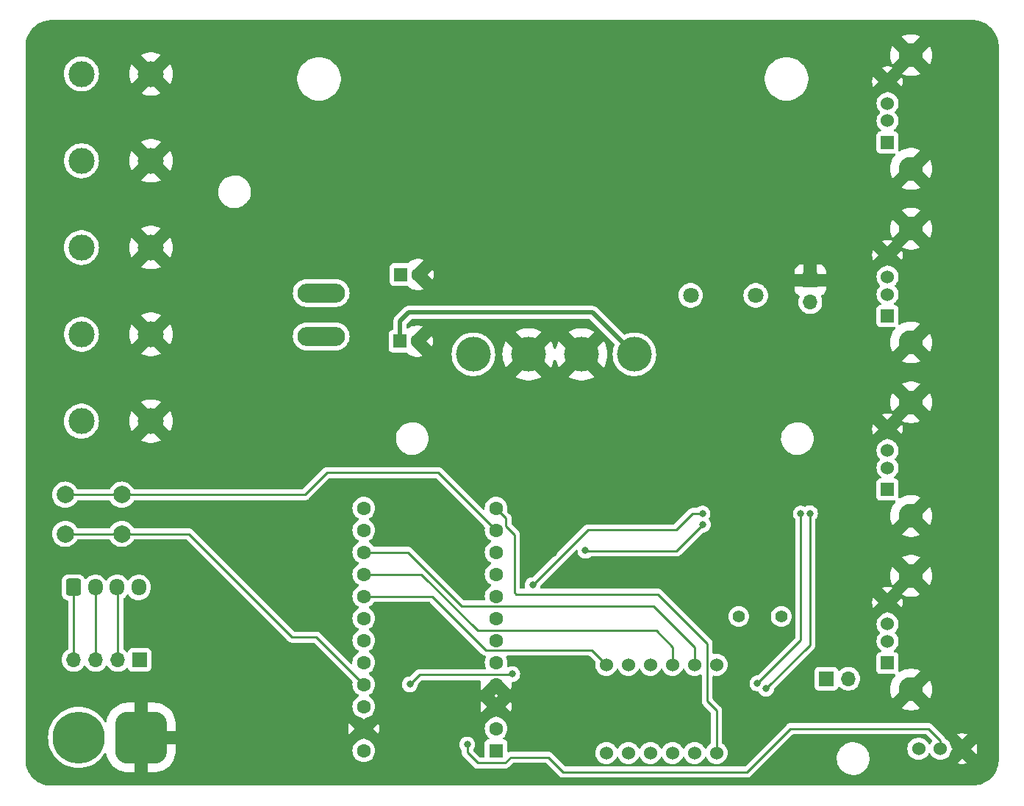
<source format=gbr>
%TF.GenerationSoftware,KiCad,Pcbnew,7.0.7*%
%TF.CreationDate,2024-02-23T22:21:44-08:00*%
%TF.ProjectId,PDB,5044422e-6b69-4636-9164-5f7063625858,rev?*%
%TF.SameCoordinates,Original*%
%TF.FileFunction,Copper,L2,Bot*%
%TF.FilePolarity,Positive*%
%FSLAX46Y46*%
G04 Gerber Fmt 4.6, Leading zero omitted, Abs format (unit mm)*
G04 Created by KiCad (PCBNEW 7.0.7) date 2024-02-23 22:21:44*
%MOMM*%
%LPD*%
G01*
G04 APERTURE LIST*
G04 Aperture macros list*
%AMRoundRect*
0 Rectangle with rounded corners*
0 $1 Rounding radius*
0 $2 $3 $4 $5 $6 $7 $8 $9 X,Y pos of 4 corners*
0 Add a 4 corners polygon primitive as box body*
4,1,4,$2,$3,$4,$5,$6,$7,$8,$9,$2,$3,0*
0 Add four circle primitives for the rounded corners*
1,1,$1+$1,$2,$3*
1,1,$1+$1,$4,$5*
1,1,$1+$1,$6,$7*
1,1,$1+$1,$8,$9*
0 Add four rect primitives between the rounded corners*
20,1,$1+$1,$2,$3,$4,$5,0*
20,1,$1+$1,$4,$5,$6,$7,0*
20,1,$1+$1,$6,$7,$8,$9,0*
20,1,$1+$1,$8,$9,$2,$3,0*%
G04 Aperture macros list end*
%TA.AperFunction,ComponentPad*%
%ADD10C,1.524000*%
%TD*%
%TA.AperFunction,ComponentPad*%
%ADD11C,1.400000*%
%TD*%
%TA.AperFunction,ComponentPad*%
%ADD12C,2.000000*%
%TD*%
%TA.AperFunction,ComponentPad*%
%ADD13R,1.700000X1.700000*%
%TD*%
%TA.AperFunction,ComponentPad*%
%ADD14O,1.700000X1.700000*%
%TD*%
%TA.AperFunction,ComponentPad*%
%ADD15R,1.600000X1.600000*%
%TD*%
%TA.AperFunction,ComponentPad*%
%ADD16C,1.600000*%
%TD*%
%TA.AperFunction,ComponentPad*%
%ADD17R,1.524000X1.524000*%
%TD*%
%TA.AperFunction,ComponentPad*%
%ADD18C,2.800000*%
%TD*%
%TA.AperFunction,ComponentPad*%
%ADD19RoundRect,0.250000X-0.600000X-0.725000X0.600000X-0.725000X0.600000X0.725000X-0.600000X0.725000X0*%
%TD*%
%TA.AperFunction,ComponentPad*%
%ADD20O,1.700000X1.950000*%
%TD*%
%TA.AperFunction,ComponentPad*%
%ADD21C,1.800000*%
%TD*%
%TA.AperFunction,ComponentPad*%
%ADD22C,3.000000*%
%TD*%
%TA.AperFunction,ComponentPad*%
%ADD23C,4.000000*%
%TD*%
%TA.AperFunction,ComponentPad*%
%ADD24O,5.500000X2.200000*%
%TD*%
%TA.AperFunction,ComponentPad*%
%ADD25RoundRect,1.500000X1.500000X1.500000X-1.500000X1.500000X-1.500000X-1.500000X1.500000X-1.500000X0*%
%TD*%
%TA.AperFunction,ComponentPad*%
%ADD26C,6.000000*%
%TD*%
%TA.AperFunction,ViaPad*%
%ADD27C,0.800000*%
%TD*%
%TA.AperFunction,Conductor*%
%ADD28C,0.250000*%
%TD*%
%TA.AperFunction,Conductor*%
%ADD29C,0.500000*%
%TD*%
G04 APERTURE END LIST*
D10*
%TO.P,SW2,1,A*%
%TO.N,/5v*%
X160415600Y-100863400D03*
%TO.P,SW2,2,B*%
%TO.N,/toggle*%
X162915600Y-100863400D03*
%TO.P,SW2,3,C*%
%TO.N,GND*%
X165415600Y-100863400D03*
%TD*%
D11*
%TO.P,Y1,1,1*%
%TO.N,Net-(U2-XI)*%
X144613800Y-85623400D03*
%TO.P,Y1,2,2*%
%TO.N,Net-(U2-XO)*%
X139713800Y-85623400D03*
%TD*%
D12*
%TO.P,SW3,1,2*%
%TO.N,/5v*%
X62150000Y-76100000D03*
X68650000Y-76100000D03*
%TO.P,SW3,2,A*%
%TO.N,/BatCal*%
X62150000Y-71600000D03*
X68650000Y-71600000D03*
%TD*%
D13*
%TO.P,J3,1,Pin_1*%
%TO.N,/5v*%
X149800000Y-92800000D03*
D14*
%TO.P,J3,2,Pin_2*%
%TO.N,Net-(DATA1-VCC)*%
X152340000Y-92800000D03*
%TD*%
D15*
%TO.P,C2,1*%
%TO.N,/5v*%
X100695688Y-53898800D03*
D16*
%TO.P,C2,2*%
%TO.N,GND*%
X102695688Y-53898800D03*
%TD*%
D13*
%TO.P,J1,1,Pin_1*%
%TO.N,GND*%
X147955000Y-46883400D03*
D14*
%TO.P,J1,2,Pin_2*%
%TO.N,/base*%
X147955000Y-49423400D03*
%TD*%
D17*
%TO.P,USB2,1,VCC*%
%TO.N,/5v*%
X156845000Y-50998000D03*
D10*
%TO.P,USB2,2,D-*%
%TO.N,unconnected-(USB2-D--Pad2)*%
X156845000Y-48498000D03*
%TO.P,USB2,3,D+*%
%TO.N,unconnected-(USB2-D+-Pad3)*%
X156845000Y-46498000D03*
%TO.P,USB2,4,GND*%
%TO.N,GND*%
X156845000Y-43998000D03*
D18*
%TO.P,USB2,5,Shield*%
X159555000Y-40948000D03*
%TO.P,USB2,6,Shield*%
X159555000Y-54048000D03*
%TD*%
D19*
%TO.P,Jst1,1,Pin_3*%
%TO.N,/Cell1+2+3*%
X63093600Y-82270600D03*
D20*
%TO.P,Jst1,2,Pin_2*%
%TO.N,/Cell1+2*%
X65593600Y-82270600D03*
%TO.P,Jst1,3,Pin_1*%
%TO.N,/Cell1*%
X68093600Y-82270600D03*
%TO.P,Jst1,4,GND*%
%TO.N,unconnected-(Jst1-GND-Pad4)*%
X70593600Y-82270600D03*
%TD*%
D10*
%TO.P,D3,1,E*%
%TO.N,Net-(D3-E)*%
X124460000Y-101346000D03*
%TO.P,D3,2,D*%
%TO.N,Net-(D3-D)*%
X127000000Y-101346000D03*
%TO.P,D3,3,DP*%
%TO.N,Net-(D3-DP)*%
X129540000Y-101346000D03*
%TO.P,D3,4,C*%
%TO.N,Net-(D3-C)*%
X132080000Y-101346000D03*
%TO.P,D3,5,G*%
%TO.N,Net-(D3-G)*%
X134620000Y-101346000D03*
%TO.P,D3,6,Dig4*%
%TO.N,/Dig4*%
X137160000Y-101346000D03*
%TO.P,D3,7,B*%
%TO.N,Net-(D3-B)*%
X137160000Y-91186000D03*
%TO.P,D3,8,Dig3*%
%TO.N,/Dig3*%
X134620000Y-91186000D03*
%TO.P,D3,9,Dig2*%
%TO.N,/Dig2*%
X132080000Y-91186000D03*
%TO.P,D3,10,F*%
%TO.N,Net-(D3-F)*%
X129540000Y-91186000D03*
%TO.P,D3,11,A*%
%TO.N,Net-(D3-A)*%
X127000000Y-91186000D03*
%TO.P,D3,12,Dig1*%
%TO.N,/Dig1*%
X124460000Y-91186000D03*
%TD*%
D21*
%TO.P,B1,1,input*%
%TO.N,/5v*%
X134172000Y-48614000D03*
%TO.P,B1,2,output*%
%TO.N,/collector*%
X141672000Y-48614000D03*
%TD*%
D17*
%TO.P,USB3,1,VCC*%
%TO.N,/5v*%
X156845000Y-70998000D03*
D10*
%TO.P,USB3,2,D-*%
%TO.N,unconnected-(USB3-D--Pad2)*%
X156845000Y-68498000D03*
%TO.P,USB3,3,D+*%
%TO.N,unconnected-(USB3-D+-Pad3)*%
X156845000Y-66498000D03*
%TO.P,USB3,4,GND*%
%TO.N,GND*%
X156845000Y-63998000D03*
D18*
%TO.P,USB3,5,Shield*%
X159555000Y-60948000D03*
%TO.P,USB3,6,Shield*%
X159555000Y-74048000D03*
%TD*%
D22*
%TO.P,A2,1,ground*%
%TO.N,GND*%
X72000000Y-33113400D03*
%TO.P,A2,2,power*%
%TO.N,/12v*%
X64000000Y-33113400D03*
%TD*%
D15*
%TO.P,Pro1,1,TX*%
%TO.N,/Tx*%
X111760000Y-101092000D03*
D16*
%TO.P,Pro1,2,RX*%
%TO.N,/Rx*%
X111760000Y-98552000D03*
%TO.P,Pro1,3,GND*%
%TO.N,GND*%
X111760000Y-96012000D03*
%TO.P,Pro1,4,GND*%
X111760000Y-93472000D03*
%TO.P,Pro1,5,2*%
%TO.N,/SDA*%
X111760000Y-90932000D03*
%TO.P,Pro1,6,3*%
%TO.N,/SCL*%
X111760000Y-88392000D03*
%TO.P,Pro1,7,4*%
%TO.N,unconnected-(Pro1-4-Pad7)*%
X111760000Y-85852000D03*
%TO.P,Pro1,8,5*%
%TO.N,unconnected-(Pro1-5-Pad8)*%
X111760000Y-83312000D03*
%TO.P,Pro1,9,6*%
%TO.N,unconnected-(Pro1-6-Pad9)*%
X111760000Y-80772000D03*
%TO.P,Pro1,10,7*%
%TO.N,unconnected-(Pro1-7-Pad10)*%
X111760000Y-78232000D03*
%TO.P,Pro1,11,8*%
%TO.N,/BatCal*%
X111760000Y-75692000D03*
%TO.P,Pro1,12,9*%
%TO.N,/Dig4*%
X111760000Y-73152000D03*
%TO.P,Pro1,13,10*%
%TO.N,/Buzzer*%
X96520000Y-73152000D03*
%TO.P,Pro1,14,16*%
%TO.N,/toggle*%
X96520000Y-75692000D03*
%TO.P,Pro1,15,14*%
%TO.N,/Dig3*%
X96520000Y-78232000D03*
%TO.P,Pro1,16,15*%
%TO.N,/Dig2*%
X96520000Y-80772000D03*
%TO.P,Pro1,17,A0*%
%TO.N,/Dig1*%
X96520000Y-83312000D03*
%TO.P,Pro1,18,A1*%
%TO.N,/Cell1+2+3_s*%
X96520000Y-85852000D03*
%TO.P,Pro1,19,A2*%
%TO.N,/Cell1+2_s*%
X96520000Y-88392000D03*
%TO.P,Pro1,20,A3*%
%TO.N,/Cell1_s*%
X96520000Y-90932000D03*
%TO.P,Pro1,21,VCC*%
%TO.N,/5v*%
X96520000Y-93472000D03*
%TO.P,Pro1,22,RST*%
%TO.N,unconnected-(Pro1-RST-Pad22)*%
X96520000Y-96012000D03*
%TO.P,Pro1,23,GND*%
%TO.N,GND*%
X96520000Y-98552000D03*
%TO.P,Pro1,24,RAW*%
%TO.N,unconnected-(Pro1-RAW-Pad24)*%
X96520000Y-101092000D03*
%TD*%
D22*
%TO.P,A4,1,ground*%
%TO.N,GND*%
X72000000Y-53113400D03*
%TO.P,A4,2,power*%
%TO.N,/12v*%
X64000000Y-53113400D03*
%TD*%
D17*
%TO.P,USB1,1,VCC*%
%TO.N,/5v*%
X156845000Y-30998000D03*
D10*
%TO.P,USB1,2,D-*%
%TO.N,unconnected-(USB1-D--Pad2)*%
X156845000Y-28498000D03*
%TO.P,USB1,3,D+*%
%TO.N,unconnected-(USB1-D+-Pad3)*%
X156845000Y-26498000D03*
%TO.P,USB1,4,GND*%
%TO.N,GND*%
X156845000Y-23998000D03*
D18*
%TO.P,USB1,5,Shield*%
X159555000Y-20948000D03*
%TO.P,USB1,6,Shield*%
X159555000Y-34048000D03*
%TD*%
D15*
%TO.P,C1,1*%
%TO.N,/12v*%
X100797288Y-46228000D03*
D16*
%TO.P,C1,2*%
%TO.N,GND*%
X102797288Y-46228000D03*
%TD*%
D22*
%TO.P,A5,1,ground*%
%TO.N,GND*%
X72000000Y-63113400D03*
%TO.P,A5,2,power*%
%TO.N,/12v*%
X64000000Y-63113400D03*
%TD*%
%TO.P,A3,1,ground*%
%TO.N,GND*%
X72000000Y-43113400D03*
%TO.P,A3,2,power*%
%TO.N,/12v*%
X64000000Y-43113400D03*
%TD*%
D23*
%TO.P,Converter1,1,OUT+*%
%TO.N,/5v*%
X127685800Y-55422800D03*
%TO.P,Converter1,2,OUT-*%
%TO.N,GND*%
X121589800Y-55422800D03*
%TO.P,Converter1,3,IN-*%
X115493800Y-55422800D03*
%TO.P,Converter1,4,IN+*%
%TO.N,/12v*%
X109143800Y-55422800D03*
%TD*%
D22*
%TO.P,A1,1,ground*%
%TO.N,GND*%
X72000000Y-23113400D03*
%TO.P,A1,2,power*%
%TO.N,/12v*%
X64000000Y-23113400D03*
%TD*%
D24*
%TO.P,Sw1,1,In*%
%TO.N,/fuse out*%
X91617800Y-53340000D03*
%TO.P,Sw1,2,Out*%
%TO.N,/12v*%
X91617800Y-48340000D03*
%TD*%
D25*
%TO.P,Batt1,1,ground*%
%TO.N,GND*%
X70866000Y-99568000D03*
D26*
%TO.P,Batt1,2,power*%
%TO.N,/battery*%
X63666000Y-99568000D03*
%TD*%
D13*
%TO.P,J2,1,Pin_1*%
%TO.N,unconnected-(J2-Pin_1-Pad1)*%
X70713600Y-90627200D03*
D14*
%TO.P,J2,2,Pin_2*%
%TO.N,/Cell1*%
X68173600Y-90627200D03*
%TO.P,J2,3,Pin_3*%
%TO.N,/Cell1+2*%
X65633600Y-90627200D03*
%TO.P,J2,4,Pin_4*%
%TO.N,/Cell1+2+3*%
X63093600Y-90627200D03*
%TD*%
D17*
%TO.P,DATA1,1,VCC*%
%TO.N,Net-(DATA1-VCC)*%
X156845000Y-90998000D03*
D10*
%TO.P,DATA1,2,D-*%
%TO.N,Net-(DATA1-D-)*%
X156845000Y-88498000D03*
%TO.P,DATA1,3,D+*%
%TO.N,Net-(DATA1-D+)*%
X156845000Y-86498000D03*
%TO.P,DATA1,4,GND*%
%TO.N,GND*%
X156845000Y-83998000D03*
D18*
%TO.P,DATA1,5,Shield*%
X159555000Y-80948000D03*
%TO.P,DATA1,6,Shield*%
X159555000Y-94048000D03*
%TD*%
D27*
%TO.N,GND*%
X118338600Y-78359000D03*
X135953200Y-68516200D03*
X93599000Y-74041000D03*
X126060200Y-81407000D03*
X142798800Y-69189600D03*
X127635000Y-70231000D03*
X90804000Y-91568000D03*
%TO.N,/5v*%
X101828600Y-93446600D03*
X113614200Y-92252800D03*
%TO.N,/Tx*%
X142849600Y-93954600D03*
X147907200Y-73736200D03*
%TO.N,/toggle*%
X108432600Y-100380800D03*
%TO.N,/Rx*%
X141859000Y-93345000D03*
X146853296Y-73765505D03*
%TO.N,/SDA*%
X135534400Y-73761600D03*
X115976400Y-82016600D03*
%TO.N,/SCL*%
X122047000Y-78028800D03*
X135585200Y-75031600D03*
%TD*%
D28*
%TO.N,/5v*%
X91350000Y-88302000D02*
X96520000Y-93472000D01*
X76361305Y-76100000D02*
X88261305Y-88000000D01*
X88261305Y-88000000D02*
X91050000Y-88000000D01*
X91050000Y-88000000D02*
X91350000Y-88300000D01*
X68650000Y-76100000D02*
X76361305Y-76100000D01*
X91350000Y-88300000D02*
X91350000Y-88302000D01*
X62150000Y-76100000D02*
X68650000Y-76100000D01*
%TO.N,/BatCal*%
X105118000Y-69050000D02*
X111760000Y-75692000D01*
X92300000Y-69050000D02*
X105118000Y-69050000D01*
X68650000Y-71600000D02*
X89750000Y-71600000D01*
X89750000Y-71600000D02*
X92300000Y-69050000D01*
X62150000Y-71600000D02*
X68650000Y-71600000D01*
%TO.N,unconnected-(Jst1-GND-Pad4)*%
X70713600Y-82390600D02*
X70593600Y-82270600D01*
D29*
%TO.N,/5v*%
X101701600Y-50596800D02*
X122859800Y-50596800D01*
D28*
X113520000Y-92347000D02*
X102928200Y-92347000D01*
X102928200Y-92347000D02*
X101828600Y-93446600D01*
D29*
X100695688Y-51602712D02*
X101701600Y-50596800D01*
D28*
X113614200Y-92252800D02*
X113520000Y-92347000D01*
D29*
X122859800Y-50596800D02*
X127685800Y-55422800D01*
X100695688Y-53898800D02*
X100695688Y-51602712D01*
D28*
%TO.N,/Dig4*%
X112903000Y-74295000D02*
X111760000Y-73152000D01*
X114096800Y-83058000D02*
X114071400Y-83083400D01*
X113855500Y-76187300D02*
X112903000Y-75234800D01*
X136073000Y-88752800D02*
X130378200Y-83058000D01*
X113855500Y-82867500D02*
X113855500Y-76187300D01*
X137160000Y-96469200D02*
X136073000Y-95382200D01*
X136073000Y-95382200D02*
X136073000Y-88752800D01*
X130378200Y-83058000D02*
X114096800Y-83058000D01*
X112903000Y-75234800D02*
X112903000Y-74295000D01*
X114071400Y-83083400D02*
X113855500Y-82867500D01*
X137160000Y-101346000D02*
X137160000Y-96469200D01*
%TO.N,/Dig3*%
X134620000Y-89154000D02*
X129903000Y-84437000D01*
X134620000Y-91186000D02*
X134620000Y-89154000D01*
X101600000Y-78232000D02*
X96520000Y-78232000D01*
X129903000Y-84437000D02*
X107805000Y-84437000D01*
X107805000Y-84437000D02*
X101600000Y-78232000D01*
%TO.N,/Dig2*%
X132080000Y-91186000D02*
X132080000Y-89154000D01*
X132080000Y-89154000D02*
X130193000Y-87267000D01*
X130193000Y-87267000D02*
X109619000Y-87267000D01*
X103124000Y-80772000D02*
X96520000Y-80772000D01*
X109619000Y-87267000D02*
X103124000Y-80772000D01*
%TO.N,/Dig1*%
X104394000Y-83312000D02*
X96520000Y-83312000D01*
X124460000Y-91186000D02*
X122791000Y-89517000D01*
X122791000Y-89517000D02*
X110599000Y-89517000D01*
X110599000Y-89517000D02*
X104394000Y-83312000D01*
%TO.N,/Cell1*%
X68173600Y-90627200D02*
X68173600Y-82350600D01*
X68173600Y-82350600D02*
X68093600Y-82270600D01*
%TO.N,/Cell1+2*%
X65633600Y-90627200D02*
X65633600Y-82310600D01*
X65633600Y-82310600D02*
X65593600Y-82270600D01*
%TO.N,/Cell1+2+3*%
X63093600Y-90627200D02*
X63093600Y-82270600D01*
%TO.N,/Tx*%
X147904200Y-73739200D02*
X147907200Y-73736200D01*
X147904200Y-88900000D02*
X147904200Y-73739200D01*
X142849600Y-93954600D02*
X147904200Y-88900000D01*
%TO.N,/toggle*%
X162915600Y-100863400D02*
X162915600Y-99949000D01*
X108432600Y-101320600D02*
X108432600Y-100380800D01*
X140665200Y-103555800D02*
X119481600Y-103555800D01*
X161518600Y-98552000D02*
X145669000Y-98552000D01*
X113436400Y-101854000D02*
X112776000Y-102514400D01*
X112776000Y-102514400D02*
X109626400Y-102514400D01*
X145669000Y-98552000D02*
X140665200Y-103555800D01*
X117779800Y-101854000D02*
X113436400Y-101854000D01*
X109626400Y-102514400D02*
X108432600Y-101320600D01*
X119481600Y-103555800D02*
X117779800Y-101854000D01*
X162915600Y-99949000D02*
X161518600Y-98552000D01*
%TO.N,/Rx*%
X146853296Y-73765505D02*
X146862800Y-73775009D01*
X146862800Y-88341200D02*
X141859000Y-93345000D01*
X146862800Y-73775009D02*
X146862800Y-88341200D01*
%TO.N,/SDA*%
X115976400Y-82016600D02*
X122326400Y-75666600D01*
X132511800Y-75666600D02*
X134416800Y-73761600D01*
X134416800Y-73761600D02*
X135534400Y-73761600D01*
X122326400Y-75666600D02*
X132511800Y-75666600D01*
%TO.N,/SCL*%
X132537200Y-78079600D02*
X135585200Y-75031600D01*
X122097800Y-78079600D02*
X132537200Y-78079600D01*
X122047000Y-78028800D02*
X122097800Y-78079600D01*
%TD*%
%TA.AperFunction,Conductor*%
%TO.N,GND*%
G36*
X166943796Y-16916499D02*
G01*
X166966957Y-16917800D01*
X166973274Y-16918474D01*
X167125647Y-16942608D01*
X167288124Y-16970214D01*
X167293867Y-16971468D01*
X167446693Y-17012418D01*
X167601694Y-17057073D01*
X167606799Y-17058784D01*
X167756183Y-17116127D01*
X167903983Y-17177348D01*
X167908441Y-17179403D01*
X167991423Y-17221685D01*
X168051921Y-17252511D01*
X168097336Y-17277610D01*
X168191458Y-17329630D01*
X168195244Y-17331901D01*
X168330877Y-17419983D01*
X168435551Y-17494253D01*
X168460723Y-17512114D01*
X168463915Y-17514534D01*
X168588721Y-17615601D01*
X168591053Y-17617585D01*
X168708703Y-17722722D01*
X168711253Y-17725133D01*
X168824864Y-17838744D01*
X168827276Y-17841295D01*
X168932413Y-17958945D01*
X168934397Y-17961277D01*
X169035464Y-18086083D01*
X169037884Y-18089275D01*
X169085374Y-18156205D01*
X169130029Y-18219140D01*
X169218083Y-18354731D01*
X169220379Y-18358557D01*
X169246902Y-18406549D01*
X169297488Y-18498078D01*
X169370586Y-18641538D01*
X169372658Y-18646033D01*
X169433877Y-18793829D01*
X169491208Y-18943183D01*
X169492931Y-18948322D01*
X169537579Y-19103297D01*
X169578528Y-19256123D01*
X169579785Y-19261879D01*
X169607394Y-19424369D01*
X169631522Y-19576713D01*
X169632198Y-19583039D01*
X169642509Y-19766613D01*
X169643513Y-19785767D01*
X169646514Y-19843038D01*
X169646600Y-19846310D01*
X169646600Y-102199865D01*
X169646501Y-102203398D01*
X169643014Y-102265469D01*
X169629714Y-102485337D01*
X169628938Y-102492090D01*
X169603192Y-102643630D01*
X169570144Y-102823960D01*
X169568714Y-102830047D01*
X169524080Y-102984979D01*
X169471620Y-103153328D01*
X169469676Y-103158697D01*
X169406744Y-103310630D01*
X169335471Y-103468991D01*
X169333160Y-103473610D01*
X169252766Y-103619074D01*
X169163530Y-103766685D01*
X169160996Y-103770550D01*
X169065063Y-103905754D01*
X169063276Y-103908151D01*
X168958121Y-104042373D01*
X168955503Y-104045501D01*
X168844786Y-104169392D01*
X168842358Y-104171960D01*
X168721960Y-104292358D01*
X168719392Y-104294786D01*
X168595501Y-104405503D01*
X168592373Y-104408121D01*
X168458151Y-104513276D01*
X168455754Y-104515063D01*
X168320550Y-104610996D01*
X168316685Y-104613530D01*
X168169074Y-104702766D01*
X168023610Y-104783160D01*
X168018991Y-104785471D01*
X167860630Y-104856744D01*
X167708697Y-104919676D01*
X167703328Y-104921620D01*
X167534979Y-104974080D01*
X167380047Y-105018714D01*
X167373960Y-105020144D01*
X167193630Y-105053192D01*
X167042090Y-105078938D01*
X167035337Y-105079714D01*
X166815471Y-105093015D01*
X166701749Y-105099401D01*
X166698246Y-105099500D01*
X100673190Y-105130600D01*
X60230801Y-105130600D01*
X60211092Y-105129049D01*
X60074358Y-105107392D01*
X59911878Y-105079785D01*
X59906123Y-105078528D01*
X59753297Y-105037579D01*
X59598322Y-104992931D01*
X59593183Y-104991208D01*
X59443829Y-104933877D01*
X59296033Y-104872658D01*
X59291538Y-104870586D01*
X59148078Y-104797488D01*
X59056549Y-104746902D01*
X59008557Y-104720379D01*
X59004739Y-104718088D01*
X58869134Y-104630025D01*
X58795533Y-104577802D01*
X58739275Y-104537884D01*
X58736083Y-104535464D01*
X58611277Y-104434397D01*
X58608945Y-104432413D01*
X58491295Y-104327276D01*
X58488744Y-104324864D01*
X58375133Y-104211253D01*
X58372722Y-104208703D01*
X58267585Y-104091053D01*
X58265601Y-104088721D01*
X58164534Y-103963915D01*
X58162114Y-103960723D01*
X58144253Y-103935551D01*
X58069983Y-103830877D01*
X57981901Y-103695244D01*
X57979630Y-103691458D01*
X57907985Y-103561826D01*
X57902511Y-103551921D01*
X57871685Y-103491423D01*
X57829403Y-103408441D01*
X57827348Y-103403983D01*
X57766127Y-103256183D01*
X57708784Y-103106799D01*
X57707073Y-103101694D01*
X57662414Y-102946679D01*
X57655882Y-102922300D01*
X57621468Y-102793867D01*
X57620213Y-102788119D01*
X57609412Y-102724546D01*
X57592601Y-102625606D01*
X57592568Y-102625400D01*
X57570728Y-102487500D01*
X57568477Y-102473286D01*
X57567800Y-102466959D01*
X57557490Y-102283374D01*
X57556485Y-102264204D01*
X57556400Y-102260930D01*
X57556400Y-99568006D01*
X60152685Y-99568006D01*
X60171929Y-99935232D01*
X60229458Y-100298457D01*
X60324640Y-100653680D01*
X60456422Y-100996984D01*
X60456426Y-100996992D01*
X60623380Y-101324658D01*
X60823662Y-101633067D01*
X60823674Y-101633084D01*
X61055085Y-101918853D01*
X61055099Y-101918868D01*
X61315131Y-102178900D01*
X61315146Y-102178914D01*
X61600915Y-102410325D01*
X61600932Y-102410337D01*
X61724187Y-102490379D01*
X61909342Y-102610620D01*
X62237006Y-102777573D01*
X62237010Y-102777574D01*
X62237015Y-102777577D01*
X62580319Y-102909359D01*
X62580324Y-102909360D01*
X62580326Y-102909361D01*
X62935541Y-103004541D01*
X63298759Y-103062069D01*
X63298761Y-103062069D01*
X63298767Y-103062070D01*
X63665994Y-103081315D01*
X63666000Y-103081315D01*
X63666006Y-103081315D01*
X64033232Y-103062070D01*
X64033236Y-103062069D01*
X64033241Y-103062069D01*
X64396459Y-103004541D01*
X64751674Y-102909361D01*
X64751677Y-102909359D01*
X64751680Y-102909359D01*
X65094984Y-102777577D01*
X65094985Y-102777576D01*
X65094994Y-102777573D01*
X65422658Y-102610620D01*
X65731075Y-102410332D01*
X65731084Y-102410325D01*
X66016853Y-102178914D01*
X66016858Y-102178908D01*
X66016867Y-102178902D01*
X66276902Y-101918867D01*
X66276908Y-101918858D01*
X66276914Y-101918853D01*
X66508325Y-101633084D01*
X66508326Y-101633081D01*
X66508332Y-101633075D01*
X66663997Y-101393370D01*
X66717872Y-101347135D01*
X66788194Y-101337365D01*
X66852633Y-101367165D01*
X66890733Y-101427073D01*
X66894118Y-101442285D01*
X66921385Y-101614441D01*
X67009149Y-101916524D01*
X67134074Y-102205211D01*
X67134076Y-102205215D01*
X67294208Y-102475984D01*
X67487012Y-102724546D01*
X67487024Y-102724559D01*
X67709440Y-102946975D01*
X67709453Y-102946987D01*
X67958015Y-103139791D01*
X67958014Y-103139791D01*
X68228784Y-103299923D01*
X68228788Y-103299925D01*
X68517475Y-103424850D01*
X68819559Y-103512614D01*
X68819557Y-103512614D01*
X69130265Y-103561826D01*
X69261184Y-103568000D01*
X70116000Y-103568000D01*
X70116000Y-101860600D01*
X70136002Y-101792479D01*
X70189658Y-101745986D01*
X70259932Y-101735882D01*
X70275281Y-101739075D01*
X70416828Y-101777849D01*
X70715380Y-101818000D01*
X70715384Y-101818000D01*
X70941224Y-101818000D01*
X70941228Y-101818000D01*
X71166567Y-101802915D01*
X71461770Y-101742913D01*
X71461771Y-101742912D01*
X71464903Y-101742276D01*
X71535643Y-101748308D01*
X71591891Y-101791628D01*
X71615790Y-101858482D01*
X71616000Y-101865751D01*
X71616000Y-103568000D01*
X72470816Y-103568000D01*
X72601734Y-103561826D01*
X72912441Y-103512614D01*
X73214524Y-103424850D01*
X73503211Y-103299925D01*
X73503215Y-103299923D01*
X73773984Y-103139791D01*
X74022546Y-102946987D01*
X74022559Y-102946975D01*
X74244975Y-102724559D01*
X74244987Y-102724546D01*
X74437791Y-102475984D01*
X74597923Y-102205215D01*
X74597925Y-102205211D01*
X74722850Y-101916524D01*
X74810614Y-101614441D01*
X74859826Y-101303734D01*
X74866000Y-101172816D01*
X74866000Y-101092000D01*
X95206502Y-101092000D01*
X95226457Y-101320087D01*
X95247606Y-101399015D01*
X95285715Y-101541240D01*
X95285717Y-101541246D01*
X95382477Y-101748749D01*
X95499954Y-101916524D01*
X95513802Y-101936300D01*
X95675700Y-102098198D01*
X95863251Y-102229523D01*
X96070757Y-102326284D01*
X96291913Y-102385543D01*
X96520000Y-102405498D01*
X96748087Y-102385543D01*
X96969243Y-102326284D01*
X97176749Y-102229523D01*
X97364300Y-102098198D01*
X97526198Y-101936300D01*
X97657523Y-101748749D01*
X97754284Y-101541243D01*
X97813543Y-101320087D01*
X97833498Y-101092000D01*
X97813543Y-100863913D01*
X97754284Y-100642757D01*
X97657523Y-100435251D01*
X97619395Y-100380799D01*
X107519096Y-100380799D01*
X107539057Y-100570727D01*
X107562462Y-100642757D01*
X107598073Y-100752356D01*
X107602809Y-100760559D01*
X107693557Y-100917740D01*
X107693558Y-100917741D01*
X107693560Y-100917744D01*
X107737228Y-100966243D01*
X107766736Y-100999015D01*
X107797453Y-101063023D01*
X107799099Y-101083325D01*
X107799099Y-101236746D01*
X107797351Y-101252588D01*
X107797644Y-101252616D01*
X107796898Y-101260507D01*
X107799100Y-101330557D01*
X107799100Y-101360451D01*
X107799101Y-101360472D01*
X107799978Y-101367420D01*
X107800444Y-101373332D01*
X107801926Y-101420488D01*
X107801927Y-101420493D01*
X107807577Y-101439939D01*
X107811586Y-101459297D01*
X107814125Y-101479393D01*
X107814126Y-101479399D01*
X107831493Y-101523262D01*
X107833416Y-101528879D01*
X107846582Y-101574193D01*
X107856894Y-101591631D01*
X107865588Y-101609379D01*
X107873044Y-101628209D01*
X107873050Y-101628220D01*
X107900777Y-101666383D01*
X107904037Y-101671346D01*
X107928060Y-101711965D01*
X107942379Y-101726284D01*
X107955217Y-101741314D01*
X107964756Y-101754443D01*
X107967128Y-101757707D01*
X107991473Y-101777847D01*
X108003486Y-101787785D01*
X108007867Y-101791771D01*
X108564978Y-102348882D01*
X109119153Y-102903057D01*
X109129120Y-102915497D01*
X109129347Y-102915310D01*
X109134399Y-102921417D01*
X109185495Y-102969399D01*
X109206625Y-102990530D01*
X109212168Y-102994830D01*
X109216681Y-102998685D01*
X109251079Y-103030986D01*
X109251080Y-103030986D01*
X109251082Y-103030988D01*
X109268829Y-103040744D01*
X109285359Y-103051602D01*
X109301359Y-103064013D01*
X109324325Y-103073951D01*
X109344651Y-103082747D01*
X109349985Y-103085359D01*
X109391340Y-103108095D01*
X109410962Y-103113133D01*
X109429663Y-103119535D01*
X109440345Y-103124158D01*
X109448252Y-103127580D01*
X109448253Y-103127580D01*
X109448255Y-103127581D01*
X109494877Y-103134964D01*
X109500662Y-103136163D01*
X109546370Y-103147900D01*
X109566624Y-103147900D01*
X109586334Y-103149451D01*
X109588541Y-103149800D01*
X109606343Y-103152620D01*
X109640872Y-103149356D01*
X109653317Y-103148180D01*
X109659250Y-103147900D01*
X112692147Y-103147900D01*
X112707988Y-103149649D01*
X112708016Y-103149356D01*
X112715902Y-103150100D01*
X112715909Y-103150102D01*
X112785958Y-103147900D01*
X112815856Y-103147900D01*
X112822818Y-103147019D01*
X112828719Y-103146554D01*
X112875889Y-103145073D01*
X112895347Y-103139419D01*
X112914694Y-103135413D01*
X112934797Y-103132874D01*
X112978679Y-103115499D01*
X112984274Y-103113583D01*
X113012816Y-103105291D01*
X113029591Y-103100419D01*
X113029595Y-103100417D01*
X113047026Y-103090108D01*
X113064780Y-103081409D01*
X113083617Y-103073952D01*
X113121786Y-103046218D01*
X113126744Y-103042962D01*
X113167362Y-103018942D01*
X113181685Y-103004618D01*
X113196724Y-102991774D01*
X113198431Y-102990534D01*
X113213107Y-102979872D01*
X113243188Y-102943508D01*
X113247178Y-102939125D01*
X113661900Y-102524404D01*
X113724212Y-102490379D01*
X113750995Y-102487500D01*
X117465206Y-102487500D01*
X117533327Y-102507502D01*
X117554301Y-102524405D01*
X118974353Y-103944457D01*
X118984320Y-103956897D01*
X118984547Y-103956710D01*
X118989599Y-103962817D01*
X118989600Y-103962818D01*
X119040695Y-104010799D01*
X119061831Y-104031935D01*
X119067370Y-104036231D01*
X119071882Y-104040085D01*
X119077649Y-104045501D01*
X119093453Y-104060342D01*
X119106278Y-104072385D01*
X119106282Y-104072388D01*
X119124030Y-104082145D01*
X119140557Y-104093001D01*
X119156560Y-104105414D01*
X119199859Y-104124151D01*
X119205185Y-104126760D01*
X119246535Y-104149493D01*
X119246538Y-104149494D01*
X119246540Y-104149495D01*
X119266162Y-104154533D01*
X119284863Y-104160935D01*
X119297414Y-104166367D01*
X119303452Y-104168980D01*
X119303453Y-104168980D01*
X119303455Y-104168981D01*
X119350077Y-104176364D01*
X119355862Y-104177563D01*
X119401570Y-104189300D01*
X119421824Y-104189300D01*
X119441534Y-104190851D01*
X119443741Y-104191200D01*
X119461543Y-104194020D01*
X119496072Y-104190756D01*
X119508517Y-104189580D01*
X119514450Y-104189300D01*
X140581347Y-104189300D01*
X140597188Y-104191049D01*
X140597216Y-104190756D01*
X140605102Y-104191500D01*
X140605109Y-104191502D01*
X140675158Y-104189300D01*
X140705056Y-104189300D01*
X140712018Y-104188419D01*
X140717919Y-104187954D01*
X140765089Y-104186473D01*
X140784547Y-104180819D01*
X140803894Y-104176813D01*
X140823997Y-104174274D01*
X140867879Y-104156899D01*
X140873474Y-104154983D01*
X140902016Y-104146691D01*
X140918791Y-104141819D01*
X140918795Y-104141817D01*
X140936226Y-104131508D01*
X140953980Y-104122809D01*
X140972817Y-104115352D01*
X141010986Y-104087618D01*
X141015944Y-104084362D01*
X141056562Y-104060342D01*
X141070885Y-104046018D01*
X141085924Y-104033174D01*
X141102307Y-104021272D01*
X141132393Y-103984903D01*
X141136361Y-103980541D01*
X143041640Y-102075263D01*
X150999128Y-102075263D01*
X151029235Y-102348882D01*
X151029236Y-102348890D01*
X151098859Y-102615201D01*
X151206517Y-102868541D01*
X151206519Y-102868544D01*
X151349918Y-103103512D01*
X151513372Y-103299923D01*
X151526001Y-103315099D01*
X151526006Y-103315104D01*
X151632688Y-103410690D01*
X151731014Y-103498790D01*
X151960588Y-103650675D01*
X151960597Y-103650679D01*
X151960600Y-103650681D01*
X152209827Y-103767514D01*
X152209829Y-103767514D01*
X152209830Y-103767515D01*
X152473429Y-103846820D01*
X152563392Y-103860060D01*
X152745761Y-103886900D01*
X152745765Y-103886900D01*
X152952128Y-103886900D01*
X152987420Y-103884316D01*
X153157935Y-103871837D01*
X153157939Y-103871836D01*
X153157940Y-103871836D01*
X153341913Y-103830854D01*
X153426619Y-103811985D01*
X153683726Y-103713650D01*
X153923775Y-103578928D01*
X154141650Y-103410690D01*
X154332707Y-103212523D01*
X154492875Y-102988649D01*
X154514454Y-102946679D01*
X154618740Y-102743840D01*
X154618741Y-102743837D01*
X154625322Y-102724546D01*
X154694192Y-102522672D01*
X164816986Y-102522672D01*
X164816987Y-102522673D01*
X165022408Y-102586037D01*
X165022420Y-102586039D01*
X165283560Y-102625400D01*
X165547640Y-102625400D01*
X165808779Y-102586039D01*
X165808791Y-102586037D01*
X166014211Y-102522672D01*
X165415600Y-101924060D01*
X165415599Y-101924060D01*
X164816986Y-102522672D01*
X154694192Y-102522672D01*
X154707620Y-102483313D01*
X154757619Y-102212623D01*
X154767672Y-101937537D01*
X154737565Y-101663918D01*
X154728232Y-101628220D01*
X154705493Y-101541240D01*
X154667941Y-101397599D01*
X154572418Y-101172816D01*
X154560282Y-101144258D01*
X154560281Y-101144256D01*
X154416882Y-100909288D01*
X154240800Y-100697702D01*
X154240798Y-100697700D01*
X154240793Y-100697695D01*
X154035786Y-100514010D01*
X154035785Y-100514009D01*
X153806212Y-100362125D01*
X153806204Y-100362121D01*
X153806199Y-100362118D01*
X153556972Y-100245285D01*
X153316691Y-100172996D01*
X153293371Y-100165980D01*
X153293369Y-100165979D01*
X153293367Y-100165979D01*
X153293361Y-100165978D01*
X153021038Y-100125900D01*
X153021035Y-100125900D01*
X152814674Y-100125900D01*
X152814672Y-100125900D01*
X152608860Y-100140963D01*
X152608859Y-100140963D01*
X152340190Y-100200812D01*
X152340175Y-100200817D01*
X152083073Y-100299150D01*
X151843031Y-100433868D01*
X151843027Y-100433870D01*
X151625148Y-100602111D01*
X151625147Y-100602112D01*
X151434094Y-100800275D01*
X151434089Y-100800281D01*
X151273927Y-101024146D01*
X151273920Y-101024157D01*
X151148059Y-101268959D01*
X151148058Y-101268962D01*
X151059181Y-101529482D01*
X151059177Y-101529495D01*
X151009180Y-101800180D01*
X150999128Y-102075263D01*
X143041640Y-102075263D01*
X145894499Y-99222405D01*
X145956812Y-99188379D01*
X145983595Y-99185500D01*
X161204006Y-99185500D01*
X161272127Y-99205502D01*
X161293101Y-99222405D01*
X161937374Y-99866678D01*
X161971400Y-99928990D01*
X161966335Y-99999805D01*
X161941326Y-100038717D01*
X161942154Y-100039412D01*
X161938620Y-100043622D01*
X161811112Y-100225723D01*
X161779795Y-100292883D01*
X161732877Y-100346168D01*
X161664600Y-100365629D01*
X161596640Y-100345087D01*
X161551405Y-100292883D01*
X161530337Y-100247703D01*
X161520088Y-100225724D01*
X161392577Y-100043619D01*
X161235381Y-99886423D01*
X161235377Y-99886420D01*
X161235372Y-99886416D01*
X161053277Y-99758912D01*
X161053275Y-99758911D01*
X160851799Y-99664961D01*
X160851793Y-99664959D01*
X160771154Y-99643352D01*
X160637063Y-99607422D01*
X160415600Y-99588047D01*
X160415599Y-99588047D01*
X160396911Y-99589682D01*
X160194137Y-99607422D01*
X160079062Y-99638256D01*
X159979406Y-99664959D01*
X159979401Y-99664961D01*
X159777923Y-99758912D01*
X159595822Y-99886420D01*
X159595816Y-99886425D01*
X159438625Y-100043616D01*
X159438620Y-100043622D01*
X159311112Y-100225723D01*
X159217161Y-100427201D01*
X159217159Y-100427206D01*
X159193900Y-100514010D01*
X159159622Y-100641937D01*
X159140247Y-100863400D01*
X159159622Y-101084863D01*
X159199433Y-101233437D01*
X159217159Y-101299593D01*
X159217161Y-101299599D01*
X159311111Y-101501075D01*
X159311112Y-101501077D01*
X159438616Y-101683172D01*
X159438620Y-101683177D01*
X159438623Y-101683181D01*
X159595819Y-101840377D01*
X159595823Y-101840380D01*
X159595827Y-101840383D01*
X159699724Y-101913132D01*
X159777923Y-101967888D01*
X159979404Y-102061840D01*
X160194137Y-102119378D01*
X160415600Y-102138753D01*
X160637063Y-102119378D01*
X160851796Y-102061840D01*
X161053277Y-101967888D01*
X161235381Y-101840377D01*
X161392577Y-101683181D01*
X161520088Y-101501077D01*
X161551405Y-101433916D01*
X161598322Y-101380632D01*
X161666599Y-101361171D01*
X161734559Y-101381713D01*
X161779795Y-101433917D01*
X161811111Y-101501075D01*
X161811112Y-101501077D01*
X161938616Y-101683172D01*
X161938620Y-101683177D01*
X161938623Y-101683181D01*
X162095819Y-101840377D01*
X162095823Y-101840380D01*
X162095827Y-101840383D01*
X162199724Y-101913132D01*
X162277923Y-101967888D01*
X162479404Y-102061840D01*
X162694137Y-102119378D01*
X162915600Y-102138753D01*
X163137063Y-102119378D01*
X163351796Y-102061840D01*
X163553277Y-101967888D01*
X163735381Y-101840377D01*
X163892577Y-101683181D01*
X164020088Y-101501077D01*
X164114040Y-101299596D01*
X164171578Y-101084863D01*
X164171579Y-101084855D01*
X164172532Y-101079453D01*
X164174743Y-101079842D01*
X164197071Y-101022707D01*
X164207659Y-101010678D01*
X164354938Y-100863399D01*
X164320402Y-100828863D01*
X164954730Y-100828863D01*
X164961391Y-100917744D01*
X164965025Y-100966241D01*
X164965025Y-100966243D01*
X164990930Y-101032246D01*
X165015356Y-101094481D01*
X165015357Y-101094482D01*
X165101247Y-101202187D01*
X165101250Y-101202189D01*
X165215075Y-101279794D01*
X165215077Y-101279795D01*
X165231346Y-101284813D01*
X165346718Y-101320400D01*
X165449842Y-101320400D01*
X165449847Y-101320400D01*
X165551825Y-101305029D01*
X165675945Y-101245256D01*
X165776933Y-101151553D01*
X165845814Y-101032247D01*
X165876470Y-100897937D01*
X165873882Y-100863399D01*
X166476260Y-100863399D01*
X167073891Y-101461031D01*
X167073891Y-101461030D01*
X167104041Y-101384211D01*
X167162805Y-101126752D01*
X167182540Y-100863399D01*
X167162805Y-100600047D01*
X167104041Y-100342586D01*
X167073892Y-100265768D01*
X167073891Y-100265768D01*
X166476260Y-100863399D01*
X165873882Y-100863399D01*
X165866175Y-100760559D01*
X165862957Y-100752361D01*
X165845674Y-100708324D01*
X165815844Y-100632319D01*
X165766727Y-100570728D01*
X165729952Y-100524612D01*
X165616122Y-100447004D01*
X165484482Y-100406400D01*
X165381353Y-100406400D01*
X165279375Y-100421771D01*
X165279373Y-100421771D01*
X165279372Y-100421772D01*
X165155257Y-100481542D01*
X165155256Y-100481543D01*
X165054266Y-100575247D01*
X164985385Y-100694553D01*
X164957124Y-100818373D01*
X164954730Y-100828863D01*
X164320402Y-100828863D01*
X164207659Y-100716121D01*
X164173634Y-100653809D01*
X164172649Y-100647326D01*
X164172532Y-100647347D01*
X164171579Y-100641944D01*
X164171578Y-100641939D01*
X164171578Y-100641937D01*
X164114040Y-100427204D01*
X164020088Y-100225724D01*
X163892577Y-100043619D01*
X163735381Y-99886423D01*
X163707182Y-99866678D01*
X163609753Y-99798457D01*
X163553277Y-99758912D01*
X163553276Y-99758911D01*
X163548771Y-99755757D01*
X163550130Y-99753815D01*
X163508104Y-99709685D01*
X163504496Y-99702058D01*
X163501618Y-99695407D01*
X163498138Y-99689523D01*
X163491305Y-99677969D01*
X163482610Y-99660222D01*
X163475152Y-99641383D01*
X163447421Y-99603215D01*
X163444162Y-99598255D01*
X163439092Y-99589682D01*
X163420142Y-99557637D01*
X163420141Y-99557635D01*
X163405818Y-99543312D01*
X163392977Y-99528279D01*
X163381071Y-99511892D01*
X163357798Y-99492639D01*
X163344708Y-99481810D01*
X163340336Y-99477831D01*
X163066631Y-99204126D01*
X164816986Y-99204126D01*
X165415599Y-99802739D01*
X165415600Y-99802739D01*
X166014212Y-99204126D01*
X166014211Y-99204125D01*
X165808791Y-99140762D01*
X165808779Y-99140760D01*
X165547640Y-99101400D01*
X165283560Y-99101400D01*
X165022414Y-99140760D01*
X165022413Y-99140761D01*
X164816987Y-99204125D01*
X164816986Y-99204126D01*
X163066631Y-99204126D01*
X162025844Y-98163339D01*
X162015879Y-98150901D01*
X162015652Y-98151090D01*
X162010601Y-98144984D01*
X162010600Y-98144982D01*
X161959521Y-98097016D01*
X161949030Y-98086525D01*
X161938377Y-98075871D01*
X161938372Y-98075866D01*
X161932825Y-98071563D01*
X161928317Y-98067712D01*
X161893925Y-98035417D01*
X161893919Y-98035413D01*
X161876163Y-98025651D01*
X161859647Y-98014802D01*
X161843641Y-98002386D01*
X161812889Y-97989078D01*
X161800340Y-97983648D01*
X161795008Y-97981036D01*
X161753661Y-97958305D01*
X161734036Y-97953266D01*
X161715336Y-97946864D01*
X161696745Y-97938819D01*
X161696743Y-97938818D01*
X161696742Y-97938818D01*
X161650142Y-97931437D01*
X161644329Y-97930233D01*
X161598630Y-97918500D01*
X161578376Y-97918500D01*
X161558666Y-97916949D01*
X161538657Y-97913780D01*
X161538656Y-97913780D01*
X161491683Y-97918220D01*
X161485750Y-97918500D01*
X145752853Y-97918500D01*
X145737011Y-97916750D01*
X145736984Y-97917044D01*
X145729091Y-97916297D01*
X145659028Y-97918500D01*
X145629144Y-97918500D01*
X145629140Y-97918500D01*
X145629129Y-97918501D01*
X145622190Y-97919377D01*
X145616277Y-97919843D01*
X145569114Y-97921325D01*
X145569107Y-97921327D01*
X145549649Y-97926979D01*
X145530304Y-97930985D01*
X145510206Y-97933525D01*
X145510197Y-97933527D01*
X145466331Y-97950894D01*
X145460716Y-97952817D01*
X145415408Y-97965981D01*
X145397964Y-97976297D01*
X145380218Y-97984990D01*
X145361382Y-97992448D01*
X145323209Y-98020181D01*
X145318248Y-98023440D01*
X145277638Y-98047458D01*
X145263311Y-98061784D01*
X145248285Y-98074617D01*
X145231895Y-98086525D01*
X145231893Y-98086527D01*
X145201808Y-98122892D01*
X145197812Y-98127283D01*
X140439700Y-102885395D01*
X140377388Y-102919421D01*
X140350605Y-102922300D01*
X119796194Y-102922300D01*
X119728073Y-102902298D01*
X119707099Y-102885395D01*
X119000618Y-102178914D01*
X118287044Y-101465339D01*
X118277079Y-101452901D01*
X118276852Y-101453090D01*
X118271801Y-101446984D01*
X118271800Y-101446982D01*
X118220720Y-101399015D01*
X118215077Y-101393372D01*
X118199577Y-101377871D01*
X118199572Y-101377866D01*
X118194025Y-101373563D01*
X118189517Y-101369712D01*
X118155125Y-101337417D01*
X118155119Y-101337413D01*
X118137363Y-101327651D01*
X118120847Y-101316802D01*
X118104841Y-101304386D01*
X118074089Y-101291078D01*
X118061540Y-101285648D01*
X118056208Y-101283036D01*
X118014861Y-101260305D01*
X117995236Y-101255266D01*
X117976536Y-101248864D01*
X117957945Y-101240819D01*
X117957943Y-101240818D01*
X117957942Y-101240818D01*
X117911342Y-101233437D01*
X117905529Y-101232233D01*
X117859830Y-101220500D01*
X117839576Y-101220500D01*
X117819866Y-101218949D01*
X117799857Y-101215780D01*
X117799856Y-101215780D01*
X117752883Y-101220220D01*
X117746950Y-101220500D01*
X113520254Y-101220500D01*
X113504412Y-101218750D01*
X113504385Y-101219044D01*
X113496492Y-101218297D01*
X113426429Y-101220500D01*
X113396544Y-101220500D01*
X113396540Y-101220500D01*
X113396529Y-101220501D01*
X113389590Y-101221377D01*
X113383677Y-101221843D01*
X113336511Y-101223325D01*
X113317050Y-101228979D01*
X113297704Y-101232985D01*
X113277606Y-101235525D01*
X113277603Y-101235525D01*
X113277603Y-101235526D01*
X113265161Y-101240452D01*
X113240879Y-101250065D01*
X113170179Y-101256541D01*
X113107200Y-101223767D01*
X113071938Y-101162146D01*
X113068500Y-101132911D01*
X113068500Y-100243367D01*
X113068499Y-100243350D01*
X113061990Y-100182803D01*
X113061988Y-100182795D01*
X113025811Y-100085804D01*
X113010889Y-100045796D01*
X113010888Y-100045794D01*
X113010887Y-100045792D01*
X112923261Y-99928738D01*
X112806207Y-99841112D01*
X112806202Y-99841110D01*
X112669204Y-99790011D01*
X112669196Y-99790009D01*
X112659802Y-99789000D01*
X112594210Y-99761832D01*
X112553718Y-99703514D01*
X112551184Y-99632563D01*
X112587410Y-99571504D01*
X112601004Y-99560506D01*
X112601278Y-99560313D01*
X112604300Y-99558198D01*
X112766198Y-99396300D01*
X112897523Y-99208749D01*
X112994284Y-99001243D01*
X113053543Y-98780087D01*
X113073498Y-98552000D01*
X113053543Y-98323913D01*
X112994284Y-98102757D01*
X112897523Y-97895251D01*
X112766198Y-97707700D01*
X112604300Y-97545802D01*
X112543065Y-97502925D01*
X112416749Y-97414477D01*
X112209246Y-97317717D01*
X112209240Y-97317715D01*
X111988083Y-97258456D01*
X111988072Y-97258454D01*
X111987413Y-97258397D01*
X111987140Y-97258290D01*
X111982665Y-97257501D01*
X111982823Y-97256601D01*
X111921298Y-97232527D01*
X111909312Y-97221973D01*
X111760000Y-97072660D01*
X111759999Y-97072660D01*
X111610686Y-97221973D01*
X111548374Y-97255999D01*
X111532587Y-97258397D01*
X111531927Y-97258454D01*
X111531916Y-97258456D01*
X111310759Y-97317715D01*
X111310753Y-97317717D01*
X111103250Y-97414477D01*
X110915703Y-97545799D01*
X110915697Y-97545804D01*
X110753804Y-97707697D01*
X110753799Y-97707703D01*
X110622477Y-97895250D01*
X110525717Y-98102753D01*
X110525715Y-98102759D01*
X110473780Y-98296585D01*
X110466457Y-98323913D01*
X110446502Y-98552000D01*
X110466457Y-98780087D01*
X110473780Y-98807415D01*
X110525715Y-99001240D01*
X110525717Y-99001246D01*
X110622477Y-99208749D01*
X110753799Y-99396296D01*
X110753804Y-99396302D01*
X110915697Y-99558195D01*
X110915706Y-99558203D01*
X110919001Y-99560510D01*
X110963329Y-99615968D01*
X110970637Y-99686587D01*
X110938605Y-99749947D01*
X110877403Y-99785931D01*
X110860197Y-99789000D01*
X110850803Y-99790009D01*
X110850795Y-99790011D01*
X110713797Y-99841110D01*
X110713792Y-99841112D01*
X110596738Y-99928738D01*
X110509112Y-100045792D01*
X110509110Y-100045797D01*
X110458011Y-100182795D01*
X110458009Y-100182803D01*
X110451500Y-100243350D01*
X110451500Y-101754900D01*
X110431498Y-101823021D01*
X110377842Y-101869514D01*
X110325500Y-101880900D01*
X109940995Y-101880900D01*
X109872874Y-101860898D01*
X109851899Y-101843995D01*
X109139638Y-101131733D01*
X109105613Y-101069421D01*
X109110678Y-100998605D01*
X109135096Y-100958330D01*
X109171640Y-100917744D01*
X109267127Y-100752356D01*
X109326142Y-100570728D01*
X109346104Y-100380800D01*
X109326142Y-100190872D01*
X109267127Y-100009244D01*
X109171640Y-99843856D01*
X109171638Y-99843854D01*
X109171634Y-99843848D01*
X109043855Y-99701935D01*
X108889352Y-99589682D01*
X108714888Y-99512006D01*
X108528087Y-99472300D01*
X108337113Y-99472300D01*
X108150311Y-99512006D01*
X107975847Y-99589682D01*
X107821344Y-99701935D01*
X107693565Y-99843848D01*
X107693558Y-99843858D01*
X107598076Y-100009238D01*
X107598073Y-100009245D01*
X107539057Y-100190872D01*
X107519096Y-100380799D01*
X97619395Y-100380799D01*
X97526198Y-100247700D01*
X97364300Y-100085802D01*
X97342656Y-100070647D01*
X97176749Y-99954477D01*
X96969246Y-99857717D01*
X96969240Y-99857715D01*
X96807347Y-99814335D01*
X96748087Y-99798457D01*
X96748086Y-99798456D01*
X96748083Y-99798456D01*
X96747414Y-99798398D01*
X96747137Y-99798289D01*
X96742665Y-99797501D01*
X96742823Y-99796601D01*
X96681298Y-99772529D01*
X96669311Y-99761973D01*
X96519999Y-99612660D01*
X96519998Y-99612660D01*
X96370685Y-99761973D01*
X96308373Y-99795999D01*
X96292588Y-99798397D01*
X96291925Y-99798455D01*
X96291916Y-99798456D01*
X96070759Y-99857715D01*
X96070753Y-99857717D01*
X95863250Y-99954477D01*
X95675703Y-100085799D01*
X95675697Y-100085804D01*
X95513804Y-100247697D01*
X95513799Y-100247703D01*
X95382477Y-100435250D01*
X95285717Y-100642753D01*
X95285715Y-100642759D01*
X95254151Y-100760558D01*
X95226457Y-100863913D01*
X95206502Y-101092000D01*
X74866000Y-101092000D01*
X74866000Y-100318000D01*
X73160125Y-100318000D01*
X73092004Y-100297998D01*
X73045511Y-100244342D01*
X73035407Y-100174068D01*
X73039782Y-100154669D01*
X73041987Y-100147560D01*
X73059606Y-100090763D01*
X73109711Y-99793719D01*
X73119777Y-99492648D01*
X73089624Y-99192921D01*
X73037264Y-98973208D01*
X73040930Y-98902307D01*
X73082346Y-98844642D01*
X73148363Y-98818523D01*
X73159832Y-98818000D01*
X74866000Y-98818000D01*
X74866000Y-98552000D01*
X94714953Y-98552000D01*
X94735115Y-98821032D01*
X94795145Y-99084045D01*
X94795147Y-99084051D01*
X94832390Y-99178946D01*
X94832391Y-99178946D01*
X95421452Y-98589886D01*
X95966123Y-98589886D01*
X95996884Y-98737915D01*
X95996885Y-98737919D01*
X95996886Y-98737920D01*
X96066439Y-98872151D01*
X96066443Y-98872157D01*
X96169638Y-98982652D01*
X96298819Y-99061209D01*
X96444402Y-99102000D01*
X96444404Y-99102000D01*
X96557622Y-99102000D01*
X96557635Y-99101999D01*
X96643813Y-99090153D01*
X96669783Y-99086584D01*
X96808458Y-99026349D01*
X96925739Y-98930934D01*
X97012928Y-98807415D01*
X97063559Y-98664953D01*
X97071286Y-98551999D01*
X97580660Y-98551999D01*
X98207607Y-99178946D01*
X98244854Y-99084044D01*
X98304884Y-98821032D01*
X98325046Y-98551999D01*
X98304884Y-98282967D01*
X98244854Y-98019954D01*
X98207607Y-97925052D01*
X98207607Y-97925051D01*
X97580660Y-98551998D01*
X97580660Y-98551999D01*
X97071286Y-98551999D01*
X97073877Y-98514114D01*
X97043116Y-98366085D01*
X97043114Y-98366081D01*
X97043114Y-98366080D01*
X97043113Y-98366079D01*
X96973560Y-98231848D01*
X96973558Y-98231844D01*
X96870362Y-98121348D01*
X96870361Y-98121347D01*
X96741180Y-98042790D01*
X96595598Y-98002000D01*
X96595596Y-98002000D01*
X96482378Y-98002000D01*
X96482364Y-98002000D01*
X96370225Y-98017414D01*
X96370216Y-98017416D01*
X96231543Y-98077650D01*
X96114262Y-98173064D01*
X96027070Y-98296588D01*
X95976441Y-98439045D01*
X95976440Y-98439050D01*
X95966123Y-98589884D01*
X95966123Y-98589886D01*
X95421452Y-98589886D01*
X95459339Y-98551999D01*
X94832392Y-97925052D01*
X94832390Y-97925052D01*
X94795147Y-98019948D01*
X94795145Y-98019954D01*
X94735115Y-98282967D01*
X94714953Y-98552000D01*
X74866000Y-98552000D01*
X74866000Y-97963184D01*
X74859826Y-97832265D01*
X74810614Y-97521558D01*
X74722850Y-97219475D01*
X74597925Y-96930788D01*
X74597923Y-96930784D01*
X74437791Y-96660015D01*
X74244987Y-96411453D01*
X74244975Y-96411440D01*
X74022559Y-96189024D01*
X74022546Y-96189012D01*
X73773984Y-95996208D01*
X73773985Y-95996208D01*
X73503215Y-95836076D01*
X73503211Y-95836074D01*
X73214524Y-95711149D01*
X72912440Y-95623385D01*
X72912442Y-95623385D01*
X72601734Y-95574173D01*
X72470816Y-95568000D01*
X71616000Y-95568000D01*
X71616000Y-97275399D01*
X71595998Y-97343520D01*
X71542342Y-97390013D01*
X71472068Y-97400117D01*
X71456712Y-97396922D01*
X71315177Y-97358152D01*
X71315178Y-97358152D01*
X71315173Y-97358151D01*
X71315172Y-97358151D01*
X71016620Y-97318000D01*
X70790772Y-97318000D01*
X70565432Y-97333084D01*
X70565433Y-97333085D01*
X70565424Y-97333086D01*
X70267097Y-97393723D01*
X70196357Y-97387690D01*
X70140109Y-97344370D01*
X70116210Y-97277517D01*
X70116000Y-97270248D01*
X70116000Y-95568000D01*
X69261184Y-95568000D01*
X69130265Y-95574173D01*
X68819558Y-95623385D01*
X68517475Y-95711149D01*
X68228788Y-95836074D01*
X68228784Y-95836076D01*
X67958015Y-95996208D01*
X67709453Y-96189012D01*
X67709440Y-96189024D01*
X67487024Y-96411440D01*
X67487012Y-96411453D01*
X67294208Y-96660015D01*
X67134076Y-96930784D01*
X67134074Y-96930788D01*
X67009149Y-97219475D01*
X66921385Y-97521558D01*
X66894118Y-97693714D01*
X66863705Y-97757867D01*
X66803437Y-97795394D01*
X66732448Y-97794380D01*
X66673276Y-97755147D01*
X66663996Y-97742627D01*
X66542369Y-97555338D01*
X66508332Y-97502925D01*
X66508328Y-97502920D01*
X66508327Y-97502918D01*
X66276914Y-97217146D01*
X66276900Y-97217131D01*
X66016868Y-96957099D01*
X66016853Y-96957085D01*
X65731084Y-96725674D01*
X65731067Y-96725662D01*
X65422658Y-96525380D01*
X65094992Y-96358426D01*
X65094984Y-96358422D01*
X64751680Y-96226640D01*
X64396457Y-96131458D01*
X64033232Y-96073929D01*
X63666006Y-96054685D01*
X63665994Y-96054685D01*
X63298767Y-96073929D01*
X62935542Y-96131458D01*
X62580319Y-96226640D01*
X62237015Y-96358422D01*
X62237007Y-96358426D01*
X61909342Y-96525380D01*
X61600921Y-96725670D01*
X61600918Y-96725672D01*
X61315146Y-96957085D01*
X61315131Y-96957099D01*
X61055099Y-97217131D01*
X61055085Y-97217146D01*
X60823672Y-97502918D01*
X60823670Y-97502921D01*
X60623380Y-97811342D01*
X60456426Y-98139007D01*
X60456422Y-98139015D01*
X60324640Y-98482319D01*
X60229458Y-98837542D01*
X60171929Y-99200767D01*
X60152685Y-99567993D01*
X60152685Y-99568006D01*
X57556400Y-99568006D01*
X57556400Y-90627200D01*
X61730444Y-90627200D01*
X61740603Y-90749804D01*
X61749037Y-90851575D01*
X61804302Y-91069812D01*
X61804303Y-91069813D01*
X61804304Y-91069816D01*
X61843900Y-91160086D01*
X61894741Y-91275993D01*
X62017875Y-91464465D01*
X62017879Y-91464470D01*
X62130437Y-91586739D01*
X62163075Y-91622193D01*
X62170362Y-91630108D01*
X62220658Y-91669255D01*
X62348024Y-91768389D01*
X62546026Y-91875542D01*
X62546027Y-91875542D01*
X62546028Y-91875543D01*
X62621202Y-91901350D01*
X62758965Y-91948644D01*
X62981031Y-91985700D01*
X62981035Y-91985700D01*
X63206165Y-91985700D01*
X63206169Y-91985700D01*
X63428235Y-91948644D01*
X63641174Y-91875542D01*
X63839176Y-91768389D01*
X64016840Y-91630106D01*
X64169322Y-91464468D01*
X64258118Y-91328554D01*
X64312120Y-91282468D01*
X64382468Y-91272892D01*
X64446825Y-91302869D01*
X64469080Y-91328553D01*
X64494105Y-91366856D01*
X64557875Y-91464465D01*
X64557879Y-91464470D01*
X64670437Y-91586739D01*
X64703075Y-91622193D01*
X64710362Y-91630108D01*
X64760658Y-91669255D01*
X64888024Y-91768389D01*
X65086026Y-91875542D01*
X65086027Y-91875542D01*
X65086028Y-91875543D01*
X65161202Y-91901350D01*
X65298965Y-91948644D01*
X65521031Y-91985700D01*
X65521035Y-91985700D01*
X65746165Y-91985700D01*
X65746169Y-91985700D01*
X65968235Y-91948644D01*
X66181174Y-91875542D01*
X66379176Y-91768389D01*
X66556840Y-91630106D01*
X66709322Y-91464468D01*
X66798119Y-91328553D01*
X66852118Y-91282468D01*
X66922466Y-91272892D01*
X66986824Y-91302868D01*
X67009082Y-91328556D01*
X67097875Y-91464465D01*
X67097879Y-91464470D01*
X67210437Y-91586739D01*
X67243075Y-91622193D01*
X67250362Y-91630108D01*
X67300658Y-91669255D01*
X67428024Y-91768389D01*
X67626026Y-91875542D01*
X67626027Y-91875542D01*
X67626028Y-91875543D01*
X67701202Y-91901350D01*
X67838965Y-91948644D01*
X68061031Y-91985700D01*
X68061035Y-91985700D01*
X68286165Y-91985700D01*
X68286169Y-91985700D01*
X68508235Y-91948644D01*
X68721174Y-91875542D01*
X68919176Y-91768389D01*
X69096840Y-91630106D01*
X69157845Y-91563837D01*
X69218696Y-91527267D01*
X69289661Y-91529400D01*
X69348206Y-91569562D01*
X69368600Y-91605141D01*
X69412711Y-91723404D01*
X69412712Y-91723407D01*
X69500338Y-91840461D01*
X69617392Y-91928087D01*
X69617394Y-91928088D01*
X69617396Y-91928089D01*
X69672500Y-91948642D01*
X69754395Y-91979188D01*
X69754403Y-91979190D01*
X69814950Y-91985699D01*
X69814955Y-91985699D01*
X69814962Y-91985700D01*
X69814968Y-91985700D01*
X71612232Y-91985700D01*
X71612238Y-91985700D01*
X71612245Y-91985699D01*
X71612249Y-91985699D01*
X71672796Y-91979190D01*
X71672799Y-91979189D01*
X71672801Y-91979189D01*
X71809804Y-91928089D01*
X71823449Y-91917875D01*
X71926861Y-91840461D01*
X72014487Y-91723407D01*
X72014487Y-91723406D01*
X72014489Y-91723404D01*
X72065589Y-91586401D01*
X72066930Y-91573935D01*
X72072099Y-91525849D01*
X72072100Y-91525832D01*
X72072100Y-89728567D01*
X72072099Y-89728550D01*
X72065590Y-89668003D01*
X72065588Y-89667995D01*
X72014489Y-89530997D01*
X72014487Y-89530992D01*
X71926861Y-89413938D01*
X71809807Y-89326312D01*
X71809802Y-89326310D01*
X71672804Y-89275211D01*
X71672796Y-89275209D01*
X71612249Y-89268700D01*
X71612238Y-89268700D01*
X69814962Y-89268700D01*
X69814950Y-89268700D01*
X69754403Y-89275209D01*
X69754395Y-89275211D01*
X69617397Y-89326310D01*
X69617392Y-89326312D01*
X69500338Y-89413938D01*
X69412712Y-89530992D01*
X69412711Y-89530995D01*
X69368600Y-89649258D01*
X69326053Y-89706093D01*
X69259532Y-89730903D01*
X69190158Y-89715811D01*
X69157846Y-89690563D01*
X69096840Y-89624294D01*
X69096839Y-89624293D01*
X69096837Y-89624291D01*
X68976972Y-89530996D01*
X68919176Y-89486011D01*
X68891220Y-89470881D01*
X68873129Y-89461091D01*
X68822739Y-89411077D01*
X68807100Y-89350278D01*
X68807100Y-83622033D01*
X68827102Y-83553912D01*
X68867033Y-83514743D01*
X68904330Y-83491779D01*
X69077924Y-83338998D01*
X69223200Y-83159076D01*
X69235048Y-83137866D01*
X69285727Y-83088154D01*
X69355243Y-83073730D01*
X69421522Y-83099180D01*
X69449438Y-83128760D01*
X69532817Y-83252123D01*
X69674897Y-83400367D01*
X69692830Y-83419078D01*
X69878754Y-83556586D01*
X69930823Y-83582838D01*
X70085243Y-83660695D01*
X70306357Y-83728411D01*
X70535735Y-83757784D01*
X70766778Y-83747969D01*
X70992838Y-83699249D01*
X71207413Y-83613026D01*
X71404330Y-83491779D01*
X71577924Y-83338998D01*
X71723200Y-83159076D01*
X71835980Y-82957191D01*
X71882117Y-82826609D01*
X71913017Y-82739157D01*
X71913017Y-82739156D01*
X71913017Y-82739155D01*
X71913019Y-82739150D01*
X71952100Y-82511225D01*
X71952100Y-82087887D01*
X71937401Y-81915182D01*
X71935927Y-81909523D01*
X71901733Y-81778200D01*
X71879130Y-81691393D01*
X71783878Y-81480671D01*
X71654383Y-81289077D01*
X71494372Y-81122124D01*
X71494371Y-81122123D01*
X71494369Y-81122121D01*
X71308445Y-80984613D01*
X71173070Y-80916359D01*
X71101957Y-80880505D01*
X71101954Y-80880504D01*
X71101952Y-80880503D01*
X70976066Y-80841951D01*
X70880843Y-80812789D01*
X70651465Y-80783416D01*
X70651461Y-80783416D01*
X70651453Y-80783415D01*
X70420421Y-80793230D01*
X70194359Y-80841951D01*
X69979784Y-80928175D01*
X69979780Y-80928177D01*
X69782872Y-81049419D01*
X69782868Y-81049422D01*
X69609276Y-81202201D01*
X69464001Y-81382122D01*
X69452152Y-81403333D01*
X69401467Y-81453048D01*
X69331950Y-81467468D01*
X69265673Y-81442016D01*
X69237761Y-81412439D01*
X69233071Y-81405500D01*
X69154383Y-81289077D01*
X68994372Y-81122124D01*
X68994371Y-81122123D01*
X68994369Y-81122121D01*
X68808445Y-80984613D01*
X68673070Y-80916359D01*
X68601957Y-80880505D01*
X68601954Y-80880504D01*
X68601952Y-80880503D01*
X68476066Y-80841951D01*
X68380843Y-80812789D01*
X68151465Y-80783416D01*
X68151461Y-80783416D01*
X68151453Y-80783415D01*
X67920421Y-80793230D01*
X67694359Y-80841951D01*
X67479784Y-80928175D01*
X67479780Y-80928177D01*
X67282872Y-81049419D01*
X67282868Y-81049422D01*
X67109276Y-81202201D01*
X66964001Y-81382122D01*
X66952152Y-81403333D01*
X66901467Y-81453048D01*
X66831950Y-81467468D01*
X66765673Y-81442016D01*
X66737761Y-81412439D01*
X66733071Y-81405500D01*
X66654383Y-81289077D01*
X66494372Y-81122124D01*
X66494371Y-81122123D01*
X66494369Y-81122121D01*
X66308445Y-80984613D01*
X66173070Y-80916359D01*
X66101957Y-80880505D01*
X66101954Y-80880504D01*
X66101952Y-80880503D01*
X65976066Y-80841951D01*
X65880843Y-80812789D01*
X65651465Y-80783416D01*
X65651461Y-80783416D01*
X65651453Y-80783415D01*
X65420421Y-80793230D01*
X65194359Y-80841951D01*
X64979784Y-80928175D01*
X64979780Y-80928177D01*
X64782872Y-81049419D01*
X64782868Y-81049422D01*
X64609274Y-81202202D01*
X64587133Y-81229624D01*
X64528775Y-81270058D01*
X64457822Y-81272522D01*
X64396799Y-81236235D01*
X64381861Y-81216614D01*
X64313153Y-81105221D01*
X64292630Y-81071948D01*
X64292629Y-81071947D01*
X64292624Y-81071941D01*
X64167258Y-80946575D01*
X64167252Y-80946570D01*
X64137427Y-80928174D01*
X64016338Y-80853485D01*
X63932182Y-80825598D01*
X63848027Y-80797713D01*
X63848020Y-80797712D01*
X63744153Y-80787100D01*
X62443055Y-80787100D01*
X62339174Y-80797712D01*
X62170861Y-80853485D01*
X62019947Y-80946570D01*
X62019941Y-80946575D01*
X61894575Y-81071941D01*
X61894570Y-81071947D01*
X61801485Y-81222862D01*
X61745713Y-81391172D01*
X61745712Y-81391179D01*
X61735100Y-81495046D01*
X61735100Y-83046144D01*
X61745712Y-83150025D01*
X61801485Y-83318338D01*
X61894570Y-83469252D01*
X61894575Y-83469258D01*
X62019941Y-83594624D01*
X62019947Y-83594629D01*
X62019948Y-83594630D01*
X62170862Y-83687715D01*
X62339174Y-83743487D01*
X62346089Y-83744193D01*
X62346906Y-83744277D01*
X62412641Y-83771099D01*
X62453439Y-83829202D01*
X62460099Y-83869624D01*
X62460099Y-89350278D01*
X62440097Y-89418399D01*
X62394071Y-89461090D01*
X62348030Y-89486007D01*
X62348024Y-89486011D01*
X62170362Y-89624291D01*
X62017879Y-89789929D01*
X62017875Y-89789934D01*
X61894741Y-89978406D01*
X61804303Y-90184586D01*
X61804302Y-90184587D01*
X61749037Y-90402824D01*
X61749036Y-90402830D01*
X61749036Y-90402832D01*
X61730444Y-90627200D01*
X57556400Y-90627200D01*
X57556400Y-76100000D01*
X60636835Y-76100000D01*
X60655465Y-76336711D01*
X60657273Y-76344242D01*
X60710894Y-76567592D01*
X60764993Y-76698198D01*
X60801760Y-76786963D01*
X60917828Y-76976368D01*
X60925825Y-76989417D01*
X60925826Y-76989419D01*
X61080030Y-77169969D01*
X61260580Y-77324173D01*
X61260584Y-77324176D01*
X61463037Y-77448240D01*
X61682406Y-77539105D01*
X61913289Y-77594535D01*
X62150000Y-77613165D01*
X62386711Y-77594535D01*
X62617594Y-77539105D01*
X62836963Y-77448240D01*
X63039416Y-77324176D01*
X63219969Y-77169969D01*
X63374176Y-76989416D01*
X63494134Y-76793662D01*
X63546780Y-76746034D01*
X63601565Y-76733500D01*
X67198435Y-76733500D01*
X67266556Y-76753502D01*
X67305865Y-76793662D01*
X67425824Y-76989416D01*
X67425825Y-76989417D01*
X67425826Y-76989419D01*
X67580030Y-77169969D01*
X67760580Y-77324173D01*
X67760584Y-77324176D01*
X67963037Y-77448240D01*
X68182406Y-77539105D01*
X68413289Y-77594535D01*
X68650000Y-77613165D01*
X68886711Y-77594535D01*
X69117594Y-77539105D01*
X69336963Y-77448240D01*
X69539416Y-77324176D01*
X69719969Y-77169969D01*
X69874176Y-76989416D01*
X69994134Y-76793662D01*
X70046780Y-76746034D01*
X70101565Y-76733500D01*
X76046711Y-76733500D01*
X76114832Y-76753502D01*
X76135806Y-76770405D01*
X87754058Y-88388657D01*
X87764025Y-88401097D01*
X87764252Y-88400910D01*
X87769304Y-88407017D01*
X87820400Y-88454999D01*
X87841530Y-88476130D01*
X87847073Y-88480430D01*
X87851586Y-88484285D01*
X87885984Y-88516586D01*
X87885985Y-88516586D01*
X87885987Y-88516588D01*
X87903734Y-88526344D01*
X87920264Y-88537202D01*
X87936264Y-88549613D01*
X87967441Y-88563104D01*
X87979556Y-88568347D01*
X87984890Y-88570959D01*
X88026245Y-88593695D01*
X88045867Y-88598733D01*
X88064568Y-88605135D01*
X88083160Y-88613181D01*
X88129775Y-88620563D01*
X88135547Y-88621758D01*
X88181275Y-88633500D01*
X88201536Y-88633500D01*
X88221244Y-88635050D01*
X88241248Y-88638219D01*
X88274764Y-88635051D01*
X88288215Y-88633780D01*
X88294147Y-88633500D01*
X90735405Y-88633500D01*
X90803526Y-88653502D01*
X90824500Y-88670405D01*
X90835742Y-88681647D01*
X90840971Y-88687577D01*
X90845463Y-88693368D01*
X90859779Y-88707684D01*
X90872617Y-88722714D01*
X90880292Y-88733277D01*
X90884528Y-88739107D01*
X90895661Y-88748317D01*
X90920886Y-88769185D01*
X90925267Y-88773171D01*
X94145389Y-91993294D01*
X95210847Y-93058752D01*
X95244873Y-93121064D01*
X95243459Y-93180457D01*
X95226458Y-93243907D01*
X95226457Y-93243910D01*
X95226457Y-93243913D01*
X95206502Y-93472000D01*
X95226457Y-93700087D01*
X95254008Y-93802908D01*
X95285715Y-93921240D01*
X95285717Y-93921246D01*
X95382477Y-94128749D01*
X95513167Y-94315394D01*
X95513802Y-94316300D01*
X95675700Y-94478198D01*
X95675703Y-94478200D01*
X95863249Y-94609522D01*
X95863250Y-94609522D01*
X95863251Y-94609523D01*
X95902457Y-94627805D01*
X95955741Y-94674719D01*
X95975203Y-94742996D01*
X95954663Y-94810956D01*
X95902459Y-94856193D01*
X95863251Y-94874476D01*
X95675703Y-95005799D01*
X95675697Y-95005804D01*
X95513804Y-95167697D01*
X95513799Y-95167703D01*
X95382477Y-95355250D01*
X95285717Y-95562753D01*
X95285715Y-95562759D01*
X95233780Y-95756585D01*
X95226457Y-95783913D01*
X95206502Y-96012000D01*
X95226457Y-96240087D01*
X95245298Y-96310403D01*
X95285715Y-96461240D01*
X95285717Y-96461246D01*
X95382477Y-96668749D01*
X95463032Y-96783794D01*
X95513802Y-96856300D01*
X95675700Y-97018198D01*
X95863251Y-97149523D01*
X96070757Y-97246284D01*
X96291913Y-97305543D01*
X96292574Y-97305600D01*
X96292848Y-97305708D01*
X96297324Y-97306497D01*
X96297165Y-97307396D01*
X96358690Y-97331463D01*
X96370685Y-97342026D01*
X96519998Y-97491339D01*
X96519999Y-97491339D01*
X96669310Y-97342026D01*
X96731622Y-97308001D01*
X96747427Y-97305600D01*
X96748087Y-97305543D01*
X96969243Y-97246284D01*
X97176749Y-97149523D01*
X97364300Y-97018198D01*
X97526198Y-96856300D01*
X97657523Y-96668749D01*
X97754284Y-96461243D01*
X97813543Y-96240087D01*
X97833498Y-96012000D01*
X97833498Y-96011999D01*
X109954953Y-96011999D01*
X109975115Y-96281032D01*
X110035145Y-96544045D01*
X110035147Y-96544051D01*
X110072390Y-96638946D01*
X110072391Y-96638946D01*
X110661452Y-96049886D01*
X111206123Y-96049886D01*
X111235164Y-96189636D01*
X111236885Y-96197919D01*
X111236886Y-96197920D01*
X111305584Y-96330500D01*
X111306442Y-96332156D01*
X111341141Y-96369310D01*
X111409638Y-96442652D01*
X111538819Y-96521209D01*
X111684402Y-96562000D01*
X111684404Y-96562000D01*
X111797622Y-96562000D01*
X111797635Y-96561999D01*
X111883813Y-96550153D01*
X111909783Y-96546584D01*
X112048458Y-96486349D01*
X112165739Y-96390934D01*
X112252928Y-96267415D01*
X112303559Y-96124953D01*
X112311286Y-96011999D01*
X112820660Y-96011999D01*
X113447607Y-96638946D01*
X113484854Y-96544044D01*
X113544884Y-96281032D01*
X113565046Y-96012000D01*
X113544884Y-95742967D01*
X113484854Y-95479954D01*
X113447607Y-95385052D01*
X113447607Y-95385051D01*
X112820660Y-96011999D01*
X112311286Y-96011999D01*
X112313877Y-95974114D01*
X112283116Y-95826085D01*
X112283114Y-95826081D01*
X112283114Y-95826080D01*
X112283113Y-95826079D01*
X112213560Y-95691848D01*
X112213558Y-95691844D01*
X112110362Y-95581348D01*
X112110361Y-95581347D01*
X111981180Y-95502790D01*
X111835598Y-95462000D01*
X111835596Y-95462000D01*
X111722378Y-95462000D01*
X111722364Y-95462000D01*
X111610225Y-95477414D01*
X111610216Y-95477416D01*
X111471543Y-95537650D01*
X111354262Y-95633064D01*
X111267070Y-95756588D01*
X111216441Y-95899045D01*
X111216440Y-95899050D01*
X111207340Y-96032090D01*
X111206123Y-96049886D01*
X110661452Y-96049886D01*
X110699339Y-96011999D01*
X110072392Y-95385052D01*
X110072390Y-95385052D01*
X110035147Y-95479948D01*
X110035145Y-95479954D01*
X109975115Y-95742967D01*
X109954953Y-96011999D01*
X97833498Y-96011999D01*
X97813543Y-95783913D01*
X97754284Y-95562757D01*
X97657523Y-95355251D01*
X97526198Y-95167700D01*
X97364300Y-95005802D01*
X97176749Y-94874477D01*
X97137543Y-94856195D01*
X97084258Y-94809279D01*
X97065080Y-94742000D01*
X111550660Y-94742000D01*
X111759999Y-94951339D01*
X111760001Y-94951339D01*
X111969339Y-94742001D01*
X111969339Y-94741998D01*
X111760000Y-94532660D01*
X111759998Y-94532660D01*
X111550660Y-94741997D01*
X111550660Y-94742000D01*
X97065080Y-94742000D01*
X97064796Y-94741002D01*
X97085337Y-94673042D01*
X97137543Y-94627805D01*
X97139997Y-94626660D01*
X97176749Y-94609523D01*
X97364300Y-94478198D01*
X97526198Y-94316300D01*
X97657523Y-94128749D01*
X97754284Y-93921243D01*
X97813543Y-93700087D01*
X97833498Y-93472000D01*
X97813543Y-93243913D01*
X97754284Y-93022757D01*
X97657523Y-92815251D01*
X97526198Y-92627700D01*
X97364300Y-92465802D01*
X97330274Y-92441977D01*
X97248100Y-92384438D01*
X97176749Y-92334477D01*
X97137543Y-92316195D01*
X97084258Y-92269279D01*
X97064796Y-92201002D01*
X97085337Y-92133042D01*
X97137543Y-92087805D01*
X97139997Y-92086660D01*
X97176749Y-92069523D01*
X97364300Y-91938198D01*
X97526198Y-91776300D01*
X97657523Y-91588749D01*
X97754284Y-91381243D01*
X97813543Y-91160087D01*
X97833498Y-90932000D01*
X97813543Y-90703913D01*
X97754284Y-90482757D01*
X97657523Y-90275251D01*
X97526198Y-90087700D01*
X97364300Y-89925802D01*
X97342656Y-89910647D01*
X97288517Y-89872738D01*
X97176749Y-89794477D01*
X97167006Y-89789934D01*
X97137543Y-89776195D01*
X97084258Y-89729279D01*
X97064796Y-89661002D01*
X97085337Y-89593042D01*
X97137543Y-89547805D01*
X97139997Y-89546660D01*
X97176749Y-89529523D01*
X97364300Y-89398198D01*
X97526198Y-89236300D01*
X97657523Y-89048749D01*
X97754284Y-88841243D01*
X97813543Y-88620087D01*
X97833498Y-88392000D01*
X97813543Y-88163913D01*
X97754284Y-87942757D01*
X97657523Y-87735251D01*
X97526198Y-87547700D01*
X97364300Y-87385802D01*
X97353490Y-87378233D01*
X97267143Y-87317772D01*
X97176749Y-87254477D01*
X97137543Y-87236195D01*
X97084258Y-87189279D01*
X97064796Y-87121002D01*
X97085337Y-87053042D01*
X97137543Y-87007805D01*
X97139997Y-87006660D01*
X97176749Y-86989523D01*
X97364300Y-86858198D01*
X97526198Y-86696300D01*
X97657523Y-86508749D01*
X97754284Y-86301243D01*
X97813543Y-86080087D01*
X97833498Y-85852000D01*
X97813543Y-85623913D01*
X97754284Y-85402757D01*
X97657523Y-85195251D01*
X97526198Y-85007700D01*
X97364300Y-84845802D01*
X97176749Y-84714477D01*
X97137543Y-84696195D01*
X97084258Y-84649279D01*
X97064796Y-84581002D01*
X97085337Y-84513042D01*
X97137543Y-84467805D01*
X97139997Y-84466660D01*
X97176749Y-84449523D01*
X97364300Y-84318198D01*
X97526198Y-84156300D01*
X97608682Y-84038501D01*
X97636181Y-83999229D01*
X97691638Y-83954901D01*
X97739394Y-83945500D01*
X104079406Y-83945500D01*
X104147527Y-83965502D01*
X104168501Y-83982405D01*
X110091753Y-89905657D01*
X110101720Y-89918097D01*
X110101947Y-89917910D01*
X110106999Y-89924017D01*
X110107000Y-89924018D01*
X110136624Y-89951837D01*
X110158095Y-89971999D01*
X110179225Y-89993130D01*
X110184768Y-89997430D01*
X110189281Y-90001285D01*
X110223679Y-90033586D01*
X110223680Y-90033586D01*
X110223682Y-90033588D01*
X110241429Y-90043344D01*
X110257959Y-90054202D01*
X110273959Y-90066613D01*
X110303888Y-90079564D01*
X110317251Y-90085347D01*
X110322585Y-90087959D01*
X110363940Y-90110695D01*
X110383562Y-90115733D01*
X110402263Y-90122135D01*
X110413040Y-90126799D01*
X110420852Y-90130180D01*
X110420853Y-90130180D01*
X110420855Y-90130181D01*
X110467461Y-90137562D01*
X110473258Y-90138762D01*
X110497161Y-90144900D01*
X110516366Y-90149832D01*
X110577371Y-90186149D01*
X110609057Y-90249683D01*
X110601364Y-90320261D01*
X110599221Y-90325121D01*
X110525719Y-90482749D01*
X110525715Y-90482759D01*
X110508147Y-90548324D01*
X110466457Y-90703913D01*
X110446502Y-90932000D01*
X110466457Y-91160087D01*
X110489795Y-91247186D01*
X110525715Y-91381240D01*
X110525717Y-91381246D01*
X110547027Y-91426945D01*
X110593146Y-91525849D01*
X110597064Y-91534250D01*
X110607725Y-91604442D01*
X110578745Y-91669255D01*
X110519325Y-91708111D01*
X110482869Y-91713500D01*
X103012053Y-91713500D01*
X102996211Y-91711750D01*
X102996184Y-91712044D01*
X102988292Y-91711298D01*
X102988291Y-91711298D01*
X102918242Y-91713500D01*
X102888344Y-91713500D01*
X102888340Y-91713500D01*
X102888330Y-91713501D01*
X102881379Y-91714379D01*
X102875467Y-91714844D01*
X102828312Y-91716326D01*
X102828310Y-91716327D01*
X102808855Y-91721978D01*
X102789502Y-91725986D01*
X102769410Y-91728524D01*
X102769402Y-91728526D01*
X102725536Y-91745893D01*
X102719921Y-91747816D01*
X102674607Y-91760982D01*
X102674602Y-91760984D01*
X102657163Y-91771297D01*
X102639418Y-91779990D01*
X102620580Y-91787449D01*
X102607310Y-91797091D01*
X102582412Y-91815180D01*
X102577461Y-91818433D01*
X102536840Y-91842455D01*
X102522507Y-91856787D01*
X102507481Y-91869620D01*
X102491095Y-91881526D01*
X102491094Y-91881526D01*
X102461022Y-91917875D01*
X102457027Y-91922266D01*
X101878100Y-92501195D01*
X101815787Y-92535220D01*
X101789004Y-92538100D01*
X101733113Y-92538100D01*
X101546311Y-92577806D01*
X101371847Y-92655482D01*
X101217344Y-92767735D01*
X101089565Y-92909648D01*
X101089558Y-92909658D01*
X101003479Y-93058752D01*
X100994073Y-93075044D01*
X100988217Y-93093066D01*
X100935057Y-93256672D01*
X100915096Y-93446600D01*
X100935057Y-93636527D01*
X100962540Y-93721107D01*
X100994073Y-93818156D01*
X100994076Y-93818161D01*
X101089558Y-93983541D01*
X101089565Y-93983551D01*
X101217344Y-94125464D01*
X101232007Y-94136117D01*
X101371848Y-94237718D01*
X101546312Y-94315394D01*
X101733113Y-94355100D01*
X101924087Y-94355100D01*
X102110888Y-94315394D01*
X102285352Y-94237718D01*
X102439853Y-94125466D01*
X102439855Y-94125464D01*
X102567634Y-93983551D01*
X102567635Y-93983549D01*
X102567640Y-93983544D01*
X102663127Y-93818156D01*
X102722142Y-93636528D01*
X102739507Y-93471304D01*
X102766520Y-93405649D01*
X102775712Y-93395390D01*
X103153699Y-93017404D01*
X103216012Y-92983379D01*
X103242795Y-92980500D01*
X109867893Y-92980500D01*
X109936014Y-93000502D01*
X109982507Y-93054158D01*
X109992611Y-93124432D01*
X109990734Y-93134538D01*
X109975114Y-93202969D01*
X109954953Y-93472000D01*
X109975115Y-93741032D01*
X110035145Y-94004045D01*
X110035147Y-94004051D01*
X110072390Y-94098946D01*
X110072392Y-94098946D01*
X111044479Y-93126861D01*
X111106791Y-93092835D01*
X111177607Y-93097900D01*
X111234442Y-93140447D01*
X111259253Y-93206967D01*
X111252299Y-93258150D01*
X111216442Y-93359042D01*
X111216440Y-93359050D01*
X111206123Y-93509884D01*
X111206123Y-93509886D01*
X111232594Y-93637270D01*
X111236885Y-93657919D01*
X111236886Y-93657920D01*
X111306439Y-93792151D01*
X111306443Y-93792157D01*
X111409638Y-93902652D01*
X111538819Y-93981209D01*
X111684402Y-94022000D01*
X111684404Y-94022000D01*
X111797622Y-94022000D01*
X111797635Y-94021999D01*
X111883813Y-94010153D01*
X111909783Y-94006584D01*
X112048458Y-93946349D01*
X112165739Y-93850934D01*
X112252928Y-93727415D01*
X112303559Y-93584953D01*
X112313877Y-93434114D01*
X112283116Y-93286085D01*
X112279249Y-93278622D01*
X112265667Y-93208937D01*
X112291915Y-93142971D01*
X112349661Y-93101667D01*
X112420570Y-93098141D01*
X112480216Y-93131556D01*
X113447607Y-94098947D01*
X113447607Y-94098946D01*
X113484854Y-94004044D01*
X113544884Y-93741032D01*
X113565046Y-93471999D01*
X113551911Y-93296716D01*
X113566767Y-93227291D01*
X113616798Y-93176918D01*
X113677559Y-93161300D01*
X113709687Y-93161300D01*
X113896488Y-93121594D01*
X114070952Y-93043918D01*
X114225453Y-92931666D01*
X114225455Y-92931664D01*
X114353234Y-92789751D01*
X114353235Y-92789749D01*
X114353240Y-92789744D01*
X114448727Y-92624356D01*
X114507742Y-92442728D01*
X114527704Y-92252800D01*
X114507742Y-92062872D01*
X114448727Y-91881244D01*
X114353240Y-91715856D01*
X114353238Y-91715854D01*
X114353234Y-91715848D01*
X114225455Y-91573935D01*
X114070952Y-91461682D01*
X113896488Y-91384006D01*
X113709687Y-91344300D01*
X113518713Y-91344300D01*
X113331909Y-91384006D01*
X113189034Y-91447618D01*
X113118667Y-91457052D01*
X113054370Y-91426945D01*
X113016557Y-91366856D01*
X113016079Y-91299903D01*
X113053543Y-91160087D01*
X113073498Y-90932000D01*
X113053543Y-90703913D01*
X112994284Y-90482757D01*
X112922935Y-90329749D01*
X112912275Y-90259558D01*
X112941255Y-90194745D01*
X113000675Y-90155889D01*
X113037131Y-90150500D01*
X122476406Y-90150500D01*
X122544527Y-90170502D01*
X122565501Y-90187405D01*
X123181874Y-90803778D01*
X123215900Y-90866090D01*
X123214486Y-90925481D01*
X123204023Y-90964531D01*
X123204022Y-90964536D01*
X123193377Y-91086218D01*
X123184647Y-91186000D01*
X123204022Y-91407463D01*
X123235739Y-91525832D01*
X123261559Y-91622193D01*
X123261561Y-91622199D01*
X123355511Y-91823675D01*
X123355512Y-91823677D01*
X123483016Y-92005772D01*
X123483020Y-92005777D01*
X123483023Y-92005781D01*
X123640219Y-92162977D01*
X123640223Y-92162980D01*
X123640227Y-92162983D01*
X123694524Y-92201002D01*
X123822323Y-92290488D01*
X124023804Y-92384440D01*
X124238537Y-92441978D01*
X124460000Y-92461353D01*
X124681463Y-92441978D01*
X124896196Y-92384440D01*
X125097677Y-92290488D01*
X125279781Y-92162977D01*
X125436977Y-92005781D01*
X125564488Y-91823677D01*
X125615805Y-91713626D01*
X125662722Y-91660342D01*
X125730999Y-91640881D01*
X125798959Y-91661423D01*
X125844194Y-91713626D01*
X125866263Y-91760952D01*
X125895511Y-91823675D01*
X125895512Y-91823677D01*
X126023016Y-92005772D01*
X126023020Y-92005777D01*
X126023023Y-92005781D01*
X126180219Y-92162977D01*
X126180223Y-92162980D01*
X126180227Y-92162983D01*
X126234524Y-92201002D01*
X126362323Y-92290488D01*
X126563804Y-92384440D01*
X126778537Y-92441978D01*
X127000000Y-92461353D01*
X127221463Y-92441978D01*
X127436196Y-92384440D01*
X127637677Y-92290488D01*
X127819781Y-92162977D01*
X127976977Y-92005781D01*
X128104488Y-91823677D01*
X128155805Y-91713626D01*
X128202722Y-91660342D01*
X128270999Y-91640881D01*
X128338959Y-91661423D01*
X128384194Y-91713626D01*
X128406263Y-91760952D01*
X128435511Y-91823675D01*
X128435512Y-91823677D01*
X128563016Y-92005772D01*
X128563020Y-92005777D01*
X128563023Y-92005781D01*
X128720219Y-92162977D01*
X128720223Y-92162980D01*
X128720227Y-92162983D01*
X128774524Y-92201002D01*
X128902323Y-92290488D01*
X129103804Y-92384440D01*
X129318537Y-92441978D01*
X129540000Y-92461353D01*
X129761463Y-92441978D01*
X129976196Y-92384440D01*
X130177677Y-92290488D01*
X130359781Y-92162977D01*
X130516977Y-92005781D01*
X130644488Y-91823677D01*
X130645244Y-91822057D01*
X130661382Y-91787448D01*
X130695805Y-91713626D01*
X130742720Y-91660343D01*
X130810998Y-91640881D01*
X130878958Y-91661422D01*
X130924193Y-91713626D01*
X130975508Y-91823670D01*
X130975512Y-91823677D01*
X131103016Y-92005772D01*
X131103020Y-92005777D01*
X131103023Y-92005781D01*
X131260219Y-92162977D01*
X131260223Y-92162980D01*
X131260227Y-92162983D01*
X131314524Y-92201002D01*
X131442323Y-92290488D01*
X131643804Y-92384440D01*
X131858537Y-92441978D01*
X132080000Y-92461353D01*
X132301463Y-92441978D01*
X132516196Y-92384440D01*
X132717677Y-92290488D01*
X132899781Y-92162977D01*
X133056977Y-92005781D01*
X133184488Y-91823677D01*
X133185244Y-91822057D01*
X133201382Y-91787448D01*
X133235805Y-91713626D01*
X133282720Y-91660343D01*
X133350998Y-91640881D01*
X133418958Y-91661422D01*
X133464193Y-91713626D01*
X133515508Y-91823670D01*
X133515512Y-91823677D01*
X133643016Y-92005772D01*
X133643020Y-92005777D01*
X133643023Y-92005781D01*
X133800219Y-92162977D01*
X133800223Y-92162980D01*
X133800227Y-92162983D01*
X133854524Y-92201002D01*
X133982323Y-92290488D01*
X134183804Y-92384440D01*
X134398537Y-92441978D01*
X134620000Y-92461353D01*
X134841463Y-92441978D01*
X135056196Y-92384440D01*
X135257677Y-92290488D01*
X135257677Y-92290487D01*
X135260250Y-92289288D01*
X135330442Y-92278627D01*
X135395254Y-92307607D01*
X135434111Y-92367027D01*
X135439500Y-92403483D01*
X135439500Y-95298346D01*
X135437751Y-95314188D01*
X135438044Y-95314216D01*
X135437298Y-95322107D01*
X135439500Y-95392157D01*
X135439500Y-95422051D01*
X135439501Y-95422072D01*
X135440378Y-95429020D01*
X135440844Y-95434932D01*
X135442326Y-95482088D01*
X135442327Y-95482093D01*
X135447977Y-95501539D01*
X135451986Y-95520897D01*
X135454525Y-95540993D01*
X135454526Y-95540999D01*
X135471893Y-95584862D01*
X135473816Y-95590479D01*
X135486982Y-95635793D01*
X135497294Y-95653231D01*
X135505988Y-95670979D01*
X135513444Y-95689809D01*
X135513450Y-95689820D01*
X135541177Y-95727983D01*
X135544437Y-95732946D01*
X135568460Y-95773565D01*
X135582779Y-95787884D01*
X135595617Y-95802914D01*
X135605156Y-95816043D01*
X135607528Y-95819307D01*
X135627796Y-95836074D01*
X135643886Y-95849385D01*
X135648267Y-95853371D01*
X136075928Y-96281032D01*
X136489595Y-96694699D01*
X136523621Y-96757011D01*
X136526500Y-96783794D01*
X136526500Y-100172996D01*
X136506498Y-100241117D01*
X136472771Y-100276209D01*
X136340222Y-100369020D01*
X136340216Y-100369025D01*
X136183025Y-100526216D01*
X136183020Y-100526222D01*
X136055512Y-100708323D01*
X136004195Y-100818373D01*
X135957277Y-100871658D01*
X135889000Y-100891119D01*
X135821040Y-100870577D01*
X135775805Y-100818373D01*
X135758562Y-100781395D01*
X135724488Y-100708324D01*
X135596977Y-100526219D01*
X135439781Y-100369023D01*
X135439777Y-100369020D01*
X135439772Y-100369016D01*
X135257677Y-100241512D01*
X135257675Y-100241511D01*
X135056199Y-100147561D01*
X135056193Y-100147559D01*
X134975360Y-100125900D01*
X134841463Y-100090022D01*
X134620000Y-100070647D01*
X134398537Y-100090022D01*
X134283463Y-100120856D01*
X134183806Y-100147559D01*
X134183801Y-100147561D01*
X133982323Y-100241512D01*
X133800222Y-100369020D01*
X133800216Y-100369025D01*
X133643025Y-100526216D01*
X133643020Y-100526222D01*
X133515512Y-100708323D01*
X133464195Y-100818373D01*
X133417277Y-100871658D01*
X133349000Y-100891119D01*
X133281040Y-100870577D01*
X133235805Y-100818373D01*
X133218562Y-100781395D01*
X133184488Y-100708324D01*
X133056977Y-100526219D01*
X132899781Y-100369023D01*
X132899777Y-100369020D01*
X132899772Y-100369016D01*
X132717677Y-100241512D01*
X132717675Y-100241511D01*
X132516199Y-100147561D01*
X132516193Y-100147559D01*
X132435360Y-100125900D01*
X132301463Y-100090022D01*
X132080000Y-100070647D01*
X131858537Y-100090022D01*
X131743463Y-100120856D01*
X131643806Y-100147559D01*
X131643801Y-100147561D01*
X131442323Y-100241512D01*
X131260222Y-100369020D01*
X131260216Y-100369025D01*
X131103025Y-100526216D01*
X131103020Y-100526222D01*
X130975512Y-100708323D01*
X130924195Y-100818373D01*
X130877277Y-100871658D01*
X130809000Y-100891119D01*
X130741040Y-100870577D01*
X130695805Y-100818373D01*
X130678562Y-100781395D01*
X130644488Y-100708324D01*
X130516977Y-100526219D01*
X130359781Y-100369023D01*
X130359777Y-100369020D01*
X130359772Y-100369016D01*
X130177677Y-100241512D01*
X130177675Y-100241511D01*
X129976199Y-100147561D01*
X129976193Y-100147559D01*
X129895360Y-100125900D01*
X129761463Y-100090022D01*
X129540000Y-100070647D01*
X129318537Y-100090022D01*
X129203462Y-100120856D01*
X129103806Y-100147559D01*
X129103801Y-100147561D01*
X128902323Y-100241512D01*
X128720222Y-100369020D01*
X128720216Y-100369025D01*
X128563025Y-100526216D01*
X128563020Y-100526222D01*
X128435512Y-100708323D01*
X128384195Y-100818373D01*
X128337277Y-100871658D01*
X128269000Y-100891119D01*
X128201040Y-100870577D01*
X128155805Y-100818373D01*
X128138562Y-100781395D01*
X128104488Y-100708324D01*
X127976977Y-100526219D01*
X127819781Y-100369023D01*
X127819777Y-100369020D01*
X127819772Y-100369016D01*
X127637677Y-100241512D01*
X127637675Y-100241511D01*
X127436199Y-100147561D01*
X127436193Y-100147559D01*
X127355360Y-100125900D01*
X127221463Y-100090022D01*
X127000000Y-100070647D01*
X126778537Y-100090022D01*
X126663462Y-100120856D01*
X126563806Y-100147559D01*
X126563801Y-100147561D01*
X126362323Y-100241512D01*
X126180222Y-100369020D01*
X126180216Y-100369025D01*
X126023025Y-100526216D01*
X126023020Y-100526222D01*
X125895512Y-100708323D01*
X125844195Y-100818373D01*
X125797277Y-100871658D01*
X125729000Y-100891119D01*
X125661040Y-100870577D01*
X125615805Y-100818373D01*
X125598562Y-100781395D01*
X125564488Y-100708324D01*
X125436977Y-100526219D01*
X125279781Y-100369023D01*
X125279777Y-100369020D01*
X125279772Y-100369016D01*
X125097677Y-100241512D01*
X125097675Y-100241511D01*
X124896199Y-100147561D01*
X124896193Y-100147559D01*
X124815360Y-100125900D01*
X124681463Y-100090022D01*
X124460000Y-100070647D01*
X124238537Y-100090022D01*
X124123463Y-100120856D01*
X124023806Y-100147559D01*
X124023801Y-100147561D01*
X123822323Y-100241512D01*
X123640222Y-100369020D01*
X123640216Y-100369025D01*
X123483025Y-100526216D01*
X123483020Y-100526222D01*
X123355512Y-100708323D01*
X123261561Y-100909801D01*
X123261559Y-100909806D01*
X123246437Y-100966243D01*
X123204022Y-101124537D01*
X123184647Y-101346000D01*
X123204022Y-101567463D01*
X123239070Y-101698263D01*
X123261559Y-101782193D01*
X123261561Y-101782199D01*
X123355511Y-101983675D01*
X123355512Y-101983677D01*
X123483016Y-102165772D01*
X123483020Y-102165777D01*
X123483023Y-102165781D01*
X123640219Y-102322977D01*
X123640223Y-102322980D01*
X123640227Y-102322983D01*
X123677215Y-102348882D01*
X123822323Y-102450488D01*
X124023804Y-102544440D01*
X124238537Y-102601978D01*
X124460000Y-102621353D01*
X124681463Y-102601978D01*
X124896196Y-102544440D01*
X125097677Y-102450488D01*
X125279781Y-102322977D01*
X125436977Y-102165781D01*
X125564488Y-101983677D01*
X125615805Y-101873626D01*
X125662722Y-101820342D01*
X125730999Y-101800881D01*
X125798959Y-101821423D01*
X125844195Y-101873627D01*
X125895511Y-101983675D01*
X125895512Y-101983677D01*
X126023016Y-102165772D01*
X126023020Y-102165777D01*
X126023023Y-102165781D01*
X126180219Y-102322977D01*
X126180223Y-102322980D01*
X126180227Y-102322983D01*
X126217215Y-102348882D01*
X126362323Y-102450488D01*
X126563804Y-102544440D01*
X126778537Y-102601978D01*
X127000000Y-102621353D01*
X127221463Y-102601978D01*
X127436196Y-102544440D01*
X127637677Y-102450488D01*
X127819781Y-102322977D01*
X127976977Y-102165781D01*
X128104488Y-101983677D01*
X128155805Y-101873626D01*
X128202722Y-101820342D01*
X128270999Y-101800881D01*
X128338959Y-101821423D01*
X128384195Y-101873627D01*
X128435511Y-101983675D01*
X128435512Y-101983677D01*
X128563016Y-102165772D01*
X128563020Y-102165777D01*
X128563023Y-102165781D01*
X128720219Y-102322977D01*
X128720223Y-102322980D01*
X128720227Y-102322983D01*
X128757215Y-102348882D01*
X128902323Y-102450488D01*
X129103804Y-102544440D01*
X129318537Y-102601978D01*
X129540000Y-102621353D01*
X129761463Y-102601978D01*
X129976196Y-102544440D01*
X130177677Y-102450488D01*
X130359781Y-102322977D01*
X130516977Y-102165781D01*
X130644488Y-101983677D01*
X130695805Y-101873626D01*
X130742720Y-101820343D01*
X130810998Y-101800881D01*
X130878958Y-101821422D01*
X130924193Y-101873626D01*
X130975508Y-101983670D01*
X130975512Y-101983677D01*
X131103016Y-102165772D01*
X131103020Y-102165777D01*
X131103023Y-102165781D01*
X131260219Y-102322977D01*
X131260223Y-102322980D01*
X131260227Y-102322983D01*
X131297215Y-102348882D01*
X131442323Y-102450488D01*
X131643804Y-102544440D01*
X131858537Y-102601978D01*
X132080000Y-102621353D01*
X132301463Y-102601978D01*
X132516196Y-102544440D01*
X132717677Y-102450488D01*
X132899781Y-102322977D01*
X133056977Y-102165781D01*
X133184488Y-101983677D01*
X133235805Y-101873626D01*
X133282720Y-101820343D01*
X133350998Y-101800881D01*
X133418958Y-101821422D01*
X133464193Y-101873626D01*
X133515508Y-101983670D01*
X133515512Y-101983677D01*
X133643016Y-102165772D01*
X133643020Y-102165777D01*
X133643023Y-102165781D01*
X133800219Y-102322977D01*
X133800223Y-102322980D01*
X133800227Y-102322983D01*
X133837215Y-102348882D01*
X133982323Y-102450488D01*
X134183804Y-102544440D01*
X134398537Y-102601978D01*
X134620000Y-102621353D01*
X134841463Y-102601978D01*
X135056196Y-102544440D01*
X135257677Y-102450488D01*
X135439781Y-102322977D01*
X135596977Y-102165781D01*
X135724488Y-101983677D01*
X135775805Y-101873626D01*
X135822722Y-101820342D01*
X135890999Y-101800881D01*
X135958959Y-101821423D01*
X136004195Y-101873627D01*
X136055511Y-101983675D01*
X136055512Y-101983677D01*
X136183016Y-102165772D01*
X136183020Y-102165777D01*
X136183023Y-102165781D01*
X136340219Y-102322977D01*
X136340223Y-102322980D01*
X136340227Y-102322983D01*
X136377215Y-102348882D01*
X136522323Y-102450488D01*
X136723804Y-102544440D01*
X136938537Y-102601978D01*
X137160000Y-102621353D01*
X137381463Y-102601978D01*
X137596196Y-102544440D01*
X137797677Y-102450488D01*
X137979781Y-102322977D01*
X138136977Y-102165781D01*
X138264488Y-101983677D01*
X138358440Y-101782196D01*
X138415978Y-101567463D01*
X138435353Y-101346000D01*
X138415978Y-101124537D01*
X138358440Y-100909804D01*
X138264488Y-100708324D01*
X138136977Y-100526219D01*
X137979781Y-100369023D01*
X137945597Y-100345087D01*
X137847229Y-100276208D01*
X137802901Y-100220750D01*
X137793500Y-100172995D01*
X137793500Y-96553055D01*
X137795249Y-96537214D01*
X137794956Y-96537187D01*
X137795701Y-96529294D01*
X137795702Y-96529291D01*
X137793500Y-96459241D01*
X137793500Y-96429344D01*
X137792619Y-96422378D01*
X137792155Y-96416482D01*
X137790673Y-96369310D01*
X137785022Y-96349863D01*
X137781012Y-96330500D01*
X137778474Y-96310403D01*
X137761099Y-96266520D01*
X137759179Y-96260911D01*
X137746018Y-96215607D01*
X137735706Y-96198170D01*
X137727010Y-96180421D01*
X137719552Y-96161583D01*
X137691812Y-96123403D01*
X137688564Y-96118458D01*
X137664542Y-96077838D01*
X137650214Y-96063510D01*
X137637384Y-96048489D01*
X137625472Y-96032093D01*
X137625469Y-96032091D01*
X137625469Y-96032090D01*
X137589113Y-96002013D01*
X137584721Y-95998017D01*
X136743404Y-95156699D01*
X136709379Y-95094387D01*
X136706500Y-95067604D01*
X136706500Y-93345000D01*
X140945496Y-93345000D01*
X140965457Y-93534927D01*
X140995526Y-93627470D01*
X141024473Y-93716556D01*
X141036067Y-93736637D01*
X141119958Y-93881941D01*
X141119965Y-93881951D01*
X141247744Y-94023864D01*
X141308999Y-94068368D01*
X141402248Y-94136118D01*
X141576712Y-94213794D01*
X141763513Y-94253500D01*
X141900899Y-94253500D01*
X141969020Y-94273502D01*
X142010383Y-94321238D01*
X142011771Y-94320438D01*
X142110558Y-94491541D01*
X142110565Y-94491551D01*
X142238344Y-94633464D01*
X142255641Y-94646031D01*
X142392848Y-94745718D01*
X142567312Y-94823394D01*
X142754113Y-94863100D01*
X142945087Y-94863100D01*
X143131888Y-94823394D01*
X143306352Y-94745718D01*
X143460853Y-94633466D01*
X143465952Y-94627803D01*
X143588634Y-94491551D01*
X143588635Y-94491549D01*
X143588640Y-94491544D01*
X143684127Y-94326156D01*
X143743142Y-94144528D01*
X143760507Y-93979303D01*
X143787520Y-93913648D01*
X143796713Y-93903389D01*
X144001453Y-93698649D01*
X148441500Y-93698649D01*
X148448009Y-93759196D01*
X148448011Y-93759204D01*
X148499110Y-93896202D01*
X148499112Y-93896207D01*
X148586738Y-94013261D01*
X148703792Y-94100887D01*
X148703794Y-94100888D01*
X148703796Y-94100889D01*
X148758900Y-94121442D01*
X148840795Y-94151988D01*
X148840803Y-94151990D01*
X148901350Y-94158499D01*
X148901355Y-94158499D01*
X148901362Y-94158500D01*
X148901368Y-94158500D01*
X150698632Y-94158500D01*
X150698638Y-94158500D01*
X150698645Y-94158499D01*
X150698649Y-94158499D01*
X150759196Y-94151990D01*
X150759199Y-94151989D01*
X150759201Y-94151989D01*
X150896204Y-94100889D01*
X150898799Y-94098947D01*
X151013261Y-94013261D01*
X151100886Y-93896208D01*
X151100885Y-93896208D01*
X151100889Y-93896204D01*
X151144999Y-93777939D01*
X151187545Y-93721107D01*
X151254066Y-93696296D01*
X151323440Y-93711388D01*
X151355753Y-93736635D01*
X151376529Y-93759204D01*
X151416762Y-93802908D01*
X151436350Y-93818154D01*
X151594424Y-93941189D01*
X151792426Y-94048342D01*
X151792427Y-94048342D01*
X151792428Y-94048343D01*
X151904227Y-94086723D01*
X152005365Y-94121444D01*
X152227431Y-94158500D01*
X152227435Y-94158500D01*
X152452565Y-94158500D01*
X152452569Y-94158500D01*
X152674635Y-94121444D01*
X152887574Y-94048342D01*
X153085576Y-93941189D01*
X153263240Y-93802906D01*
X153415722Y-93637268D01*
X153416206Y-93636528D01*
X153449901Y-93584953D01*
X153538860Y-93448791D01*
X153629296Y-93242616D01*
X153684564Y-93024368D01*
X153703156Y-92800000D01*
X153684564Y-92575632D01*
X153656751Y-92465802D01*
X153629297Y-92357387D01*
X153629296Y-92357386D01*
X153629296Y-92357384D01*
X153538860Y-92151209D01*
X153444124Y-92006204D01*
X153415724Y-91962734D01*
X153415720Y-91962729D01*
X153273867Y-91808638D01*
X153263240Y-91797094D01*
X153263239Y-91797093D01*
X153263237Y-91797091D01*
X153168564Y-91723404D01*
X153085576Y-91658811D01*
X152887574Y-91551658D01*
X152887572Y-91551657D01*
X152887571Y-91551656D01*
X152674639Y-91478557D01*
X152674630Y-91478555D01*
X152630476Y-91471187D01*
X152452569Y-91441500D01*
X152227431Y-91441500D01*
X152079210Y-91466233D01*
X152005369Y-91478555D01*
X152005360Y-91478557D01*
X151792428Y-91551656D01*
X151792426Y-91551658D01*
X151594426Y-91658810D01*
X151594424Y-91658811D01*
X151416762Y-91797091D01*
X151355754Y-91863363D01*
X151294901Y-91899933D01*
X151223936Y-91897798D01*
X151165391Y-91857636D01*
X151144999Y-91822057D01*
X151116999Y-91746989D01*
X151100889Y-91703796D01*
X151100888Y-91703794D01*
X151100887Y-91703792D01*
X151013261Y-91586738D01*
X150896207Y-91499112D01*
X150896202Y-91499110D01*
X150759204Y-91448011D01*
X150759196Y-91448009D01*
X150698649Y-91441500D01*
X150698638Y-91441500D01*
X148901362Y-91441500D01*
X148901350Y-91441500D01*
X148840803Y-91448009D01*
X148840795Y-91448011D01*
X148703797Y-91499110D01*
X148703792Y-91499112D01*
X148586738Y-91586738D01*
X148499112Y-91703792D01*
X148499110Y-91703797D01*
X148448011Y-91840795D01*
X148448009Y-91840803D01*
X148441500Y-91901350D01*
X148441500Y-93698649D01*
X144001453Y-93698649D01*
X148292860Y-89407243D01*
X148305298Y-89397280D01*
X148305110Y-89397053D01*
X148311213Y-89392002D01*
X148311218Y-89392000D01*
X148359183Y-89340921D01*
X148380335Y-89319770D01*
X148384645Y-89314212D01*
X148388474Y-89309729D01*
X148420786Y-89275321D01*
X148430546Y-89257565D01*
X148441395Y-89241050D01*
X148453814Y-89225041D01*
X148472563Y-89181710D01*
X148475153Y-89176423D01*
X148497895Y-89135060D01*
X148502933Y-89115434D01*
X148509337Y-89096732D01*
X148517380Y-89078147D01*
X148517379Y-89078147D01*
X148517381Y-89078145D01*
X148523416Y-89040035D01*
X148524761Y-89031547D01*
X148525962Y-89025740D01*
X148537700Y-88980030D01*
X148537700Y-88959775D01*
X148539251Y-88940063D01*
X148542420Y-88920057D01*
X148539829Y-88892651D01*
X148537980Y-88873080D01*
X148537700Y-88867148D01*
X148537700Y-88498000D01*
X155569647Y-88498000D01*
X155589022Y-88719463D01*
X155630547Y-88874436D01*
X155646559Y-88934193D01*
X155646561Y-88934199D01*
X155740511Y-89135675D01*
X155740512Y-89135677D01*
X155868016Y-89317772D01*
X155868020Y-89317777D01*
X155868023Y-89317781D01*
X156025219Y-89474977D01*
X156064015Y-89502142D01*
X156108343Y-89557598D01*
X156115652Y-89628218D01*
X156083622Y-89691578D01*
X156022421Y-89727564D01*
X156005213Y-89730633D01*
X155973803Y-89734009D01*
X155973795Y-89734011D01*
X155836797Y-89785110D01*
X155836792Y-89785112D01*
X155719738Y-89872738D01*
X155632112Y-89989792D01*
X155632110Y-89989797D01*
X155581011Y-90126795D01*
X155581009Y-90126803D01*
X155574500Y-90187350D01*
X155574500Y-91808649D01*
X155581009Y-91869196D01*
X155581011Y-91869204D01*
X155632110Y-92006202D01*
X155632112Y-92006207D01*
X155719738Y-92123261D01*
X155836792Y-92210887D01*
X155836794Y-92210888D01*
X155836796Y-92210889D01*
X155895875Y-92232924D01*
X155973795Y-92261988D01*
X155973803Y-92261990D01*
X156034350Y-92268499D01*
X156034355Y-92268499D01*
X156034362Y-92268500D01*
X156034368Y-92268500D01*
X157644559Y-92268500D01*
X157712680Y-92288502D01*
X157759173Y-92342158D01*
X157769277Y-92412432D01*
X157741644Y-92474815D01*
X157609518Y-92634527D01*
X157609516Y-92634530D01*
X157447711Y-92889495D01*
X157447704Y-92889509D01*
X157319128Y-93162747D01*
X157319126Y-93162751D01*
X157225805Y-93449960D01*
X157225803Y-93449968D01*
X157169218Y-93746599D01*
X157169215Y-93746623D01*
X157150255Y-94047993D01*
X157150255Y-94048006D01*
X157169215Y-94349376D01*
X157169218Y-94349400D01*
X157225803Y-94646031D01*
X157225805Y-94646039D01*
X157319126Y-94933248D01*
X157319128Y-94933252D01*
X157411910Y-95130426D01*
X158317620Y-94224716D01*
X158379933Y-94190691D01*
X158450748Y-94195755D01*
X158507584Y-94238302D01*
X158527289Y-94277232D01*
X158580232Y-94451762D01*
X158677732Y-94634172D01*
X158808945Y-94794055D01*
X158968828Y-94925268D01*
X159151238Y-95022768D01*
X159325761Y-95075708D01*
X159385142Y-95114623D01*
X159414058Y-95179465D01*
X159403327Y-95249646D01*
X159378281Y-95285378D01*
X158472179Y-96191480D01*
X158472178Y-96191480D01*
X158531109Y-96223877D01*
X158811887Y-96335046D01*
X158811890Y-96335047D01*
X159104404Y-96410151D01*
X159104403Y-96410151D01*
X159403990Y-96447998D01*
X159404008Y-96448000D01*
X159705992Y-96448000D01*
X159706009Y-96447998D01*
X160005596Y-96410151D01*
X160298109Y-96335047D01*
X160298112Y-96335046D01*
X160578896Y-96223875D01*
X160637819Y-96191480D01*
X159731718Y-95285378D01*
X159697693Y-95223066D01*
X159702758Y-95152250D01*
X159745305Y-95095415D01*
X159784235Y-95075709D01*
X159958762Y-95022768D01*
X160141172Y-94925268D01*
X160301055Y-94794055D01*
X160432268Y-94634172D01*
X160529768Y-94451762D01*
X160582710Y-94277234D01*
X160621623Y-94217856D01*
X160686464Y-94188941D01*
X160756645Y-94199671D01*
X160792378Y-94224718D01*
X161698087Y-95130427D01*
X161790872Y-94933250D01*
X161884194Y-94646039D01*
X161884196Y-94646031D01*
X161940781Y-94349400D01*
X161940784Y-94349376D01*
X161959745Y-94048006D01*
X161959745Y-94047993D01*
X161940784Y-93746623D01*
X161940781Y-93746599D01*
X161884196Y-93449968D01*
X161884194Y-93449960D01*
X161790873Y-93162751D01*
X161790871Y-93162747D01*
X161698088Y-92965572D01*
X161698087Y-92965571D01*
X160792377Y-93871281D01*
X160730065Y-93905306D01*
X160659249Y-93900241D01*
X160602414Y-93857694D01*
X160582710Y-93818767D01*
X160529768Y-93644238D01*
X160432268Y-93461828D01*
X160301055Y-93301945D01*
X160141172Y-93170732D01*
X160054551Y-93124432D01*
X159958763Y-93073232D01*
X159853654Y-93041348D01*
X159784235Y-93020290D01*
X159724856Y-92981375D01*
X159695940Y-92916534D01*
X159706671Y-92846353D01*
X159731718Y-92810621D01*
X160637820Y-91904518D01*
X160637819Y-91904517D01*
X160578897Y-91872125D01*
X160298112Y-91760953D01*
X160298109Y-91760952D01*
X160005595Y-91685848D01*
X160005596Y-91685848D01*
X159706009Y-91648001D01*
X159705992Y-91648000D01*
X159404008Y-91648000D01*
X159403990Y-91648001D01*
X159104403Y-91685848D01*
X158811890Y-91760952D01*
X158811887Y-91760953D01*
X158531109Y-91872122D01*
X158293723Y-92002626D01*
X158224392Y-92017915D01*
X158157801Y-91993294D01*
X158115092Y-91936580D01*
X158110683Y-91877311D01*
X158108147Y-91877039D01*
X158115499Y-91808649D01*
X158115500Y-91808632D01*
X158115500Y-90187367D01*
X158115499Y-90187350D01*
X158108990Y-90126803D01*
X158108988Y-90126795D01*
X158060736Y-89997430D01*
X158057889Y-89989796D01*
X158057888Y-89989794D01*
X158057887Y-89989792D01*
X157970261Y-89872738D01*
X157853207Y-89785112D01*
X157853202Y-89785110D01*
X157716204Y-89734011D01*
X157716197Y-89734010D01*
X157684786Y-89730633D01*
X157619194Y-89703464D01*
X157578703Y-89645146D01*
X157576169Y-89574194D01*
X157612396Y-89513136D01*
X157625980Y-89502145D01*
X157664781Y-89474977D01*
X157821977Y-89317781D01*
X157949488Y-89135677D01*
X158043440Y-88934196D01*
X158100978Y-88719463D01*
X158120353Y-88498000D01*
X158100978Y-88276537D01*
X158043440Y-88061804D01*
X157949488Y-87860324D01*
X157821977Y-87678219D01*
X157730851Y-87587094D01*
X157696827Y-87524782D01*
X157701893Y-87453966D01*
X157730849Y-87408908D01*
X157821977Y-87317781D01*
X157949488Y-87135677D01*
X158043440Y-86934196D01*
X158100978Y-86719463D01*
X158120353Y-86498000D01*
X158100978Y-86276537D01*
X158043440Y-86061804D01*
X157949488Y-85860324D01*
X157821977Y-85678219D01*
X157664781Y-85521023D01*
X157664777Y-85521020D01*
X157664772Y-85521016D01*
X157482677Y-85393512D01*
X157482675Y-85393511D01*
X157281199Y-85299561D01*
X157281193Y-85299559D01*
X157202597Y-85278499D01*
X157066463Y-85242022D01*
X157066461Y-85242021D01*
X157066458Y-85242021D01*
X157061040Y-85241066D01*
X157061428Y-85238865D01*
X157004250Y-85216483D01*
X156992279Y-85205940D01*
X156845000Y-85058660D01*
X156844999Y-85058660D01*
X156697719Y-85205940D01*
X156635407Y-85239966D01*
X156628937Y-85240949D01*
X156628958Y-85241066D01*
X156623543Y-85242020D01*
X156408806Y-85299559D01*
X156408801Y-85299561D01*
X156207323Y-85393512D01*
X156025222Y-85521020D01*
X156025216Y-85521025D01*
X155868025Y-85678216D01*
X155868020Y-85678222D01*
X155740512Y-85860323D01*
X155646561Y-86061801D01*
X155646560Y-86061804D01*
X155589022Y-86276537D01*
X155569647Y-86498000D01*
X155589022Y-86719463D01*
X155626674Y-86859982D01*
X155646559Y-86934193D01*
X155646561Y-86934199D01*
X155740511Y-87135675D01*
X155740512Y-87135677D01*
X155868016Y-87317772D01*
X155868025Y-87317783D01*
X155959146Y-87408904D01*
X155993172Y-87471216D01*
X155988107Y-87542031D01*
X155959147Y-87587094D01*
X155868020Y-87678222D01*
X155740512Y-87860323D01*
X155646561Y-88061801D01*
X155646559Y-88061806D01*
X155632118Y-88115700D01*
X155589022Y-88276537D01*
X155569647Y-88498000D01*
X148537700Y-88498000D01*
X148537700Y-83998000D01*
X155078059Y-83998000D01*
X155097794Y-84261352D01*
X155156559Y-84518816D01*
X155156560Y-84518818D01*
X155186706Y-84595631D01*
X155784339Y-83997999D01*
X155749576Y-83963236D01*
X156381105Y-83963236D01*
X156383710Y-83997998D01*
X156391467Y-84101517D01*
X156412968Y-84156300D01*
X156442128Y-84230598D01*
X156528586Y-84339013D01*
X156643159Y-84417127D01*
X156775666Y-84458000D01*
X156775667Y-84458000D01*
X156879470Y-84458000D01*
X156879474Y-84458000D01*
X156982119Y-84442529D01*
X157107054Y-84382363D01*
X157208705Y-84288045D01*
X157278039Y-84167955D01*
X157308895Y-84032764D01*
X157306290Y-83997999D01*
X157905660Y-83997999D01*
X158503291Y-84595630D01*
X158533441Y-84518811D01*
X158592205Y-84261352D01*
X158611940Y-83998000D01*
X158592205Y-83734647D01*
X158533441Y-83477186D01*
X158503292Y-83400368D01*
X158503291Y-83400367D01*
X157905660Y-83997998D01*
X157905660Y-83997999D01*
X157306290Y-83997999D01*
X157298533Y-83894484D01*
X157247872Y-83765402D01*
X157161414Y-83656987D01*
X157046841Y-83578873D01*
X157046839Y-83578872D01*
X157046837Y-83578871D01*
X156938428Y-83545432D01*
X156914334Y-83538000D01*
X156810526Y-83538000D01*
X156742095Y-83548314D01*
X156707879Y-83553471D01*
X156582946Y-83613636D01*
X156582943Y-83613639D01*
X156481296Y-83707953D01*
X156481293Y-83707958D01*
X156411960Y-83828045D01*
X156381105Y-83963233D01*
X156381105Y-83963234D01*
X156381105Y-83963236D01*
X155749576Y-83963236D01*
X155186708Y-83400368D01*
X155186706Y-83400368D01*
X155156560Y-83477181D01*
X155156559Y-83477183D01*
X155097794Y-83734647D01*
X155078059Y-83998000D01*
X148537700Y-83998000D01*
X148537700Y-82338726D01*
X156246386Y-82338726D01*
X156844999Y-82937339D01*
X156845000Y-82937339D01*
X157443612Y-82338726D01*
X157443611Y-82338725D01*
X157238191Y-82275362D01*
X157238179Y-82275360D01*
X156977040Y-82236000D01*
X156712960Y-82236000D01*
X156451814Y-82275360D01*
X156451813Y-82275361D01*
X156246387Y-82338725D01*
X156246386Y-82338726D01*
X148537700Y-82338726D01*
X148537700Y-80948006D01*
X157150255Y-80948006D01*
X157169215Y-81249376D01*
X157169218Y-81249400D01*
X157225803Y-81546031D01*
X157225805Y-81546039D01*
X157319126Y-81833248D01*
X157319128Y-81833252D01*
X157411910Y-82030426D01*
X158317620Y-81124717D01*
X158379933Y-81090692D01*
X158450748Y-81095756D01*
X158507584Y-81138303D01*
X158527289Y-81177234D01*
X158580232Y-81351762D01*
X158677732Y-81534172D01*
X158808945Y-81694055D01*
X158968828Y-81825268D01*
X159151238Y-81922768D01*
X159325761Y-81975708D01*
X159385142Y-82014623D01*
X159414058Y-82079465D01*
X159403327Y-82149646D01*
X159378281Y-82185378D01*
X158479536Y-83084123D01*
X158504855Y-83109442D01*
X158504862Y-83109447D01*
X158531106Y-83123876D01*
X158531107Y-83123877D01*
X158811887Y-83235046D01*
X158811890Y-83235047D01*
X159104404Y-83310151D01*
X159104403Y-83310151D01*
X159403990Y-83347998D01*
X159404008Y-83348000D01*
X159705992Y-83348000D01*
X159706009Y-83347998D01*
X160005596Y-83310151D01*
X160298109Y-83235047D01*
X160298112Y-83235046D01*
X160578896Y-83123875D01*
X160637819Y-83091480D01*
X159731718Y-82185378D01*
X159697693Y-82123066D01*
X159702758Y-82052250D01*
X159745305Y-81995415D01*
X159784235Y-81975709D01*
X159958762Y-81922768D01*
X160141172Y-81825268D01*
X160301055Y-81694055D01*
X160432268Y-81534172D01*
X160529768Y-81351762D01*
X160582710Y-81177234D01*
X160621623Y-81117856D01*
X160686464Y-81088941D01*
X160756645Y-81099671D01*
X160792378Y-81124718D01*
X161698087Y-82030427D01*
X161790872Y-81833250D01*
X161884194Y-81546039D01*
X161884196Y-81546031D01*
X161940781Y-81249400D01*
X161940784Y-81249376D01*
X161959745Y-80948006D01*
X161959745Y-80947993D01*
X161940784Y-80646623D01*
X161940781Y-80646599D01*
X161884196Y-80349968D01*
X161884194Y-80349960D01*
X161790873Y-80062751D01*
X161790871Y-80062747D01*
X161698088Y-79865572D01*
X161698087Y-79865571D01*
X160792377Y-80771281D01*
X160730065Y-80805306D01*
X160659249Y-80800241D01*
X160602414Y-80757694D01*
X160582710Y-80718767D01*
X160529768Y-80544238D01*
X160432268Y-80361828D01*
X160301055Y-80201945D01*
X160141172Y-80070732D01*
X160114606Y-80056532D01*
X159958763Y-79973232D01*
X159884274Y-79950636D01*
X159784235Y-79920290D01*
X159724856Y-79881375D01*
X159695940Y-79816534D01*
X159706671Y-79746353D01*
X159731718Y-79710621D01*
X160637820Y-78804518D01*
X160637819Y-78804517D01*
X160578897Y-78772125D01*
X160298112Y-78660953D01*
X160298109Y-78660952D01*
X160005595Y-78585848D01*
X160005596Y-78585848D01*
X159706009Y-78548001D01*
X159705992Y-78548000D01*
X159404008Y-78548000D01*
X159403990Y-78548001D01*
X159104403Y-78585848D01*
X158811890Y-78660952D01*
X158811887Y-78660953D01*
X158531102Y-78772125D01*
X158472179Y-78804517D01*
X158472179Y-78804519D01*
X159378281Y-79710621D01*
X159412307Y-79772933D01*
X159407242Y-79843748D01*
X159364695Y-79900584D01*
X159325762Y-79920290D01*
X159151242Y-79973229D01*
X159151238Y-79973231D01*
X158968827Y-80070732D01*
X158808945Y-80201945D01*
X158677732Y-80361827D01*
X158580231Y-80544238D01*
X158580229Y-80544243D01*
X158527290Y-80718761D01*
X158488375Y-80778142D01*
X158423534Y-80807058D01*
X158353353Y-80796327D01*
X158317621Y-80771281D01*
X157411910Y-79865571D01*
X157319125Y-80062753D01*
X157225805Y-80349960D01*
X157225803Y-80349968D01*
X157169218Y-80646599D01*
X157169215Y-80646623D01*
X157150255Y-80947993D01*
X157150255Y-80948006D01*
X148537700Y-80948006D01*
X148537700Y-74442056D01*
X148557702Y-74373935D01*
X148570058Y-74357752D01*
X148646240Y-74273144D01*
X148741727Y-74107756D01*
X148800742Y-73926128D01*
X148820704Y-73736200D01*
X148800742Y-73546272D01*
X148741727Y-73364644D01*
X148646240Y-73199256D01*
X148646238Y-73199254D01*
X148646234Y-73199248D01*
X148518455Y-73057335D01*
X148363952Y-72945082D01*
X148189488Y-72867406D01*
X148002687Y-72827700D01*
X147811713Y-72827700D01*
X147624911Y-72867406D01*
X147450446Y-72945082D01*
X147450444Y-72945084D01*
X147430940Y-72959254D01*
X147364072Y-72983110D01*
X147305634Y-72972422D01*
X147135584Y-72896711D01*
X146948783Y-72857005D01*
X146757809Y-72857005D01*
X146571007Y-72896711D01*
X146396543Y-72974387D01*
X146242040Y-73086640D01*
X146114261Y-73228553D01*
X146114254Y-73228563D01*
X146018772Y-73393943D01*
X146018769Y-73393950D01*
X145959753Y-73575577D01*
X145939792Y-73765504D01*
X145959753Y-73955432D01*
X145979250Y-74015436D01*
X146018769Y-74137061D01*
X146047137Y-74186196D01*
X146106792Y-74289522D01*
X146114256Y-74302449D01*
X146183052Y-74378855D01*
X146196936Y-74394274D01*
X146227653Y-74458282D01*
X146229300Y-74478585D01*
X146229300Y-88026605D01*
X146209298Y-88094726D01*
X146192395Y-88115700D01*
X141908500Y-92399595D01*
X141846188Y-92433621D01*
X141819405Y-92436500D01*
X141763513Y-92436500D01*
X141576711Y-92476206D01*
X141402247Y-92553882D01*
X141247744Y-92666135D01*
X141119965Y-92808048D01*
X141119958Y-92808058D01*
X141024476Y-92973438D01*
X141024473Y-92973444D01*
X141021896Y-92981375D01*
X140965457Y-93155072D01*
X140945496Y-93345000D01*
X136706500Y-93345000D01*
X136706500Y-92544009D01*
X136726502Y-92475888D01*
X136780158Y-92429395D01*
X136850432Y-92419291D01*
X136865101Y-92422300D01*
X136938537Y-92441978D01*
X137160000Y-92461353D01*
X137381463Y-92441978D01*
X137596196Y-92384440D01*
X137797677Y-92290488D01*
X137979781Y-92162977D01*
X138136977Y-92005781D01*
X138264488Y-91823677D01*
X138358440Y-91622196D01*
X138415978Y-91407463D01*
X138435353Y-91186000D01*
X138415978Y-90964537D01*
X138358440Y-90749804D01*
X138264488Y-90548324D01*
X138136977Y-90366219D01*
X137979781Y-90209023D01*
X137979777Y-90209020D01*
X137979772Y-90209016D01*
X137797677Y-90081512D01*
X137797675Y-90081511D01*
X137596199Y-89987561D01*
X137596193Y-89987559D01*
X137537868Y-89971931D01*
X137381463Y-89930022D01*
X137160000Y-89910647D01*
X137159999Y-89910647D01*
X137086179Y-89917105D01*
X136938537Y-89930022D01*
X136865109Y-89949696D01*
X136794134Y-89948007D01*
X136735339Y-89908213D01*
X136707391Y-89842948D01*
X136706500Y-89827990D01*
X136706500Y-88836649D01*
X136708249Y-88820812D01*
X136707955Y-88820785D01*
X136708701Y-88812892D01*
X136708478Y-88805812D01*
X136706500Y-88742859D01*
X136706500Y-88712944D01*
X136705620Y-88705985D01*
X136705155Y-88700080D01*
X136703673Y-88652910D01*
X136698022Y-88633463D01*
X136694012Y-88614100D01*
X136692880Y-88605138D01*
X136691474Y-88594003D01*
X136674100Y-88550123D01*
X136672184Y-88544525D01*
X136659018Y-88499206D01*
X136648700Y-88481761D01*
X136640005Y-88464009D01*
X136632553Y-88445185D01*
X136632550Y-88445179D01*
X136604818Y-88407010D01*
X136601562Y-88402053D01*
X136577542Y-88361437D01*
X136577540Y-88361435D01*
X136577540Y-88361434D01*
X136563218Y-88347112D01*
X136550377Y-88332079D01*
X136538471Y-88315692D01*
X136520729Y-88301015D01*
X136502108Y-88285610D01*
X136497736Y-88281631D01*
X133839505Y-85623400D01*
X138500684Y-85623400D01*
X138519114Y-85834055D01*
X138526153Y-85860324D01*
X138573843Y-86038308D01*
X138573845Y-86038312D01*
X138663212Y-86229961D01*
X138784492Y-86403167D01*
X138784496Y-86403172D01*
X138784499Y-86403176D01*
X138934024Y-86552701D01*
X138934028Y-86552704D01*
X138934032Y-86552707D01*
X139107238Y-86673987D01*
X139107241Y-86673988D01*
X139107242Y-86673989D01*
X139298890Y-86763356D01*
X139503145Y-86818086D01*
X139713800Y-86836516D01*
X139924455Y-86818086D01*
X140128710Y-86763356D01*
X140320358Y-86673989D01*
X140493576Y-86552701D01*
X140643101Y-86403176D01*
X140764389Y-86229958D01*
X140853756Y-86038310D01*
X140908486Y-85834055D01*
X140926916Y-85623400D01*
X143400684Y-85623400D01*
X143419114Y-85834055D01*
X143426153Y-85860324D01*
X143473843Y-86038308D01*
X143473845Y-86038312D01*
X143563212Y-86229961D01*
X143684492Y-86403167D01*
X143684496Y-86403172D01*
X143684499Y-86403176D01*
X143834024Y-86552701D01*
X143834028Y-86552704D01*
X143834032Y-86552707D01*
X144007238Y-86673987D01*
X144007241Y-86673988D01*
X144007242Y-86673989D01*
X144198890Y-86763356D01*
X144403145Y-86818086D01*
X144613800Y-86836516D01*
X144824455Y-86818086D01*
X145028710Y-86763356D01*
X145220358Y-86673989D01*
X145393576Y-86552701D01*
X145543101Y-86403176D01*
X145664389Y-86229958D01*
X145753756Y-86038310D01*
X145808486Y-85834055D01*
X145826916Y-85623400D01*
X145808486Y-85412745D01*
X145753756Y-85208490D01*
X145664389Y-85016842D01*
X145664388Y-85016841D01*
X145664387Y-85016838D01*
X145543107Y-84843632D01*
X145543104Y-84843628D01*
X145543101Y-84843624D01*
X145393576Y-84694099D01*
X145393572Y-84694096D01*
X145393567Y-84694092D01*
X145220361Y-84572812D01*
X145028712Y-84483445D01*
X145028708Y-84483443D01*
X144902111Y-84449522D01*
X144824455Y-84428714D01*
X144613800Y-84410284D01*
X144403145Y-84428714D01*
X144351587Y-84442529D01*
X144198891Y-84483443D01*
X144198887Y-84483445D01*
X144007238Y-84572812D01*
X143834032Y-84694092D01*
X143834021Y-84694101D01*
X143684501Y-84843621D01*
X143684492Y-84843632D01*
X143563212Y-85016838D01*
X143473845Y-85208487D01*
X143473843Y-85208491D01*
X143433778Y-85358016D01*
X143419114Y-85412745D01*
X143400684Y-85623400D01*
X140926916Y-85623400D01*
X140908486Y-85412745D01*
X140853756Y-85208490D01*
X140764389Y-85016842D01*
X140764388Y-85016841D01*
X140764387Y-85016838D01*
X140643107Y-84843632D01*
X140643104Y-84843628D01*
X140643101Y-84843624D01*
X140493576Y-84694099D01*
X140493572Y-84694096D01*
X140493567Y-84694092D01*
X140320361Y-84572812D01*
X140128712Y-84483445D01*
X140128708Y-84483443D01*
X140002111Y-84449522D01*
X139924455Y-84428714D01*
X139713800Y-84410284D01*
X139713799Y-84410284D01*
X139635584Y-84417127D01*
X139503145Y-84428714D01*
X139451587Y-84442529D01*
X139298891Y-84483443D01*
X139298887Y-84483445D01*
X139107238Y-84572812D01*
X138934032Y-84694092D01*
X138934021Y-84694101D01*
X138784501Y-84843621D01*
X138784492Y-84843632D01*
X138663212Y-85016838D01*
X138573845Y-85208487D01*
X138573843Y-85208491D01*
X138533778Y-85358016D01*
X138519114Y-85412745D01*
X138500684Y-85623400D01*
X133839505Y-85623400D01*
X130885444Y-82669338D01*
X130875479Y-82656901D01*
X130875252Y-82657090D01*
X130870201Y-82650984D01*
X130870200Y-82650982D01*
X130819121Y-82603016D01*
X130812637Y-82596532D01*
X130797977Y-82581871D01*
X130797972Y-82581866D01*
X130792425Y-82577563D01*
X130787917Y-82573712D01*
X130753525Y-82541417D01*
X130753519Y-82541413D01*
X130735763Y-82531651D01*
X130719247Y-82520802D01*
X130703241Y-82508386D01*
X130672489Y-82495078D01*
X130659940Y-82489648D01*
X130654608Y-82487036D01*
X130613261Y-82464305D01*
X130593636Y-82459266D01*
X130574936Y-82452864D01*
X130556345Y-82444819D01*
X130556343Y-82444818D01*
X130556342Y-82444818D01*
X130509742Y-82437437D01*
X130503929Y-82436233D01*
X130458230Y-82424500D01*
X130437976Y-82424500D01*
X130418266Y-82422949D01*
X130398257Y-82419780D01*
X130398256Y-82419780D01*
X130351283Y-82424220D01*
X130345350Y-82424500D01*
X116972543Y-82424500D01*
X116904422Y-82404498D01*
X116857929Y-82350842D01*
X116847825Y-82280568D01*
X116852710Y-82259564D01*
X116869942Y-82206528D01*
X116878714Y-82123066D01*
X116887307Y-82041303D01*
X116914320Y-81975648D01*
X116923513Y-81965389D01*
X120920704Y-77968199D01*
X120983014Y-77934175D01*
X121053830Y-77939240D01*
X121110665Y-77981787D01*
X121135107Y-78044126D01*
X121153457Y-78218727D01*
X121157770Y-78232000D01*
X121212473Y-78400356D01*
X121212476Y-78400361D01*
X121307958Y-78565741D01*
X121307965Y-78565751D01*
X121435744Y-78707664D01*
X121446257Y-78715302D01*
X121590248Y-78819918D01*
X121764712Y-78897594D01*
X121951513Y-78937300D01*
X122142487Y-78937300D01*
X122329288Y-78897594D01*
X122503752Y-78819918D01*
X122617652Y-78737164D01*
X122684521Y-78713305D01*
X122691714Y-78713100D01*
X132453347Y-78713100D01*
X132469188Y-78714849D01*
X132469216Y-78714556D01*
X132477102Y-78715300D01*
X132477109Y-78715302D01*
X132547158Y-78713100D01*
X132577056Y-78713100D01*
X132584018Y-78712219D01*
X132589919Y-78711754D01*
X132637089Y-78710273D01*
X132656547Y-78704619D01*
X132675894Y-78700613D01*
X132695997Y-78698074D01*
X132739879Y-78680699D01*
X132745474Y-78678783D01*
X132774016Y-78670491D01*
X132790791Y-78665619D01*
X132790795Y-78665617D01*
X132808226Y-78655308D01*
X132825980Y-78646609D01*
X132844817Y-78639152D01*
X132882986Y-78611418D01*
X132887944Y-78608162D01*
X132928562Y-78584142D01*
X132942885Y-78569818D01*
X132957924Y-78556974D01*
X132970275Y-78548001D01*
X132974307Y-78545072D01*
X133004393Y-78508703D01*
X133008361Y-78504341D01*
X135535702Y-75977002D01*
X135598012Y-75942979D01*
X135624795Y-75940100D01*
X135680687Y-75940100D01*
X135867488Y-75900394D01*
X136041952Y-75822718D01*
X136196453Y-75710466D01*
X136212196Y-75692982D01*
X136324234Y-75568551D01*
X136324235Y-75568549D01*
X136324240Y-75568544D01*
X136419727Y-75403156D01*
X136478742Y-75221528D01*
X136498704Y-75031600D01*
X136478742Y-74841672D01*
X136419727Y-74660044D01*
X136324240Y-74494656D01*
X136285542Y-74451677D01*
X136254826Y-74387673D01*
X136263589Y-74317220D01*
X136270814Y-74304653D01*
X136270138Y-74304263D01*
X136288104Y-74273145D01*
X136368927Y-74133156D01*
X136427942Y-73951528D01*
X136447904Y-73761600D01*
X136427942Y-73571672D01*
X136368927Y-73390044D01*
X136273440Y-73224656D01*
X136273438Y-73224654D01*
X136273434Y-73224648D01*
X136145655Y-73082735D01*
X135991152Y-72970482D01*
X135816688Y-72892806D01*
X135629887Y-72853100D01*
X135438913Y-72853100D01*
X135252111Y-72892806D01*
X135077647Y-72970482D01*
X134923147Y-73082733D01*
X134919837Y-73086410D01*
X134859391Y-73123650D01*
X134826200Y-73128100D01*
X134500653Y-73128100D01*
X134484811Y-73126350D01*
X134484784Y-73126644D01*
X134476891Y-73125897D01*
X134406828Y-73128100D01*
X134376944Y-73128100D01*
X134376940Y-73128100D01*
X134376929Y-73128101D01*
X134369990Y-73128977D01*
X134364077Y-73129443D01*
X134316914Y-73130925D01*
X134316907Y-73130927D01*
X134297449Y-73136579D01*
X134278104Y-73140585D01*
X134258006Y-73143125D01*
X134257997Y-73143127D01*
X134214131Y-73160494D01*
X134208516Y-73162417D01*
X134163208Y-73175581D01*
X134145764Y-73185897D01*
X134128018Y-73194590D01*
X134109182Y-73202048D01*
X134071009Y-73229781D01*
X134066048Y-73233040D01*
X134025438Y-73257058D01*
X134011111Y-73271384D01*
X133996085Y-73284217D01*
X133979695Y-73296125D01*
X133979693Y-73296127D01*
X133949608Y-73332492D01*
X133945612Y-73336883D01*
X132286300Y-74996195D01*
X132223988Y-75030220D01*
X132197205Y-75033100D01*
X122410253Y-75033100D01*
X122394411Y-75031350D01*
X122394384Y-75031644D01*
X122386492Y-75030898D01*
X122386491Y-75030898D01*
X122316442Y-75033100D01*
X122286544Y-75033100D01*
X122286540Y-75033100D01*
X122286530Y-75033101D01*
X122279579Y-75033979D01*
X122273667Y-75034444D01*
X122226512Y-75035926D01*
X122226510Y-75035927D01*
X122207055Y-75041578D01*
X122187702Y-75045586D01*
X122167610Y-75048124D01*
X122167602Y-75048126D01*
X122123736Y-75065493D01*
X122118121Y-75067416D01*
X122072807Y-75080582D01*
X122055364Y-75090897D01*
X122037618Y-75099590D01*
X122018782Y-75107048D01*
X121980609Y-75134781D01*
X121975648Y-75138040D01*
X121935038Y-75162058D01*
X121920711Y-75176384D01*
X121905685Y-75189217D01*
X121889295Y-75201125D01*
X121889293Y-75201127D01*
X121859208Y-75237492D01*
X121855212Y-75241883D01*
X116025900Y-81071195D01*
X115963588Y-81105221D01*
X115936805Y-81108100D01*
X115880913Y-81108100D01*
X115694111Y-81147806D01*
X115519647Y-81225482D01*
X115365144Y-81337735D01*
X115237365Y-81479648D01*
X115237358Y-81479658D01*
X115141876Y-81645038D01*
X115141873Y-81645045D01*
X115082857Y-81826672D01*
X115062896Y-82016599D01*
X115082857Y-82206528D01*
X115100090Y-82259564D01*
X115102118Y-82330531D01*
X115065455Y-82391329D01*
X115001743Y-82422655D01*
X114980257Y-82424500D01*
X114615000Y-82424500D01*
X114546879Y-82404498D01*
X114500386Y-82350842D01*
X114489000Y-82298500D01*
X114489000Y-76271149D01*
X114490749Y-76255312D01*
X114490455Y-76255285D01*
X114491201Y-76247392D01*
X114489000Y-76177359D01*
X114489000Y-76147451D01*
X114489000Y-76147444D01*
X114488120Y-76140485D01*
X114487655Y-76134580D01*
X114486173Y-76087410D01*
X114480522Y-76067963D01*
X114476512Y-76048600D01*
X114473974Y-76028503D01*
X114456600Y-75984623D01*
X114454684Y-75979025D01*
X114441518Y-75933706D01*
X114431200Y-75916261D01*
X114422505Y-75898509D01*
X114415053Y-75879685D01*
X114415050Y-75879679D01*
X114387318Y-75841510D01*
X114384062Y-75836553D01*
X114360042Y-75795937D01*
X114360040Y-75795935D01*
X114360040Y-75795934D01*
X114345718Y-75781612D01*
X114332877Y-75766579D01*
X114320971Y-75750192D01*
X114313529Y-75744035D01*
X114284608Y-75720110D01*
X114280236Y-75716131D01*
X113573405Y-75009300D01*
X113539379Y-74946988D01*
X113536500Y-74920205D01*
X113536500Y-74378855D01*
X113538249Y-74363014D01*
X113537956Y-74362987D01*
X113538701Y-74355094D01*
X113538702Y-74355091D01*
X113536500Y-74285041D01*
X113536500Y-74255144D01*
X113535619Y-74248178D01*
X113535155Y-74242282D01*
X113533673Y-74195110D01*
X113528022Y-74175663D01*
X113524012Y-74156300D01*
X113521474Y-74136203D01*
X113504099Y-74092320D01*
X113502179Y-74086711D01*
X113489018Y-74041407D01*
X113478706Y-74023970D01*
X113470010Y-74006221D01*
X113462552Y-73987383D01*
X113434812Y-73949203D01*
X113431564Y-73944258D01*
X113407542Y-73903638D01*
X113393214Y-73889310D01*
X113380384Y-73874289D01*
X113368472Y-73857893D01*
X113368469Y-73857891D01*
X113368469Y-73857890D01*
X113332113Y-73827813D01*
X113327721Y-73823817D01*
X113069150Y-73565245D01*
X113035125Y-73502933D01*
X113036539Y-73443542D01*
X113053543Y-73380087D01*
X113073498Y-73152000D01*
X113053543Y-72923913D01*
X112994284Y-72702757D01*
X112897523Y-72495251D01*
X112766198Y-72307700D01*
X112604300Y-72145802D01*
X112581835Y-72130072D01*
X112416749Y-72014477D01*
X112209246Y-71917717D01*
X112209240Y-71917715D01*
X112115771Y-71892670D01*
X111988087Y-71858457D01*
X111760000Y-71838502D01*
X111759999Y-71838502D01*
X111531913Y-71858457D01*
X111310759Y-71917715D01*
X111310753Y-71917717D01*
X111103250Y-72014477D01*
X110915703Y-72145799D01*
X110915697Y-72145804D01*
X110753804Y-72307697D01*
X110753799Y-72307703D01*
X110622477Y-72495250D01*
X110525717Y-72702753D01*
X110525715Y-72702759D01*
X110492237Y-72827700D01*
X110466457Y-72923913D01*
X110447279Y-73143125D01*
X110446502Y-73152001D01*
X110448027Y-73169431D01*
X110434037Y-73239036D01*
X110384637Y-73290028D01*
X110315510Y-73306217D01*
X110248605Y-73282463D01*
X110233411Y-73269506D01*
X105625244Y-68661339D01*
X105615279Y-68648901D01*
X105615052Y-68649090D01*
X105610001Y-68642984D01*
X105610000Y-68642982D01*
X105558921Y-68595016D01*
X105548432Y-68584527D01*
X105537777Y-68573871D01*
X105537772Y-68573866D01*
X105532225Y-68569563D01*
X105527717Y-68565712D01*
X105493325Y-68533417D01*
X105493319Y-68533413D01*
X105475563Y-68523651D01*
X105459047Y-68512802D01*
X105443041Y-68500386D01*
X105437527Y-68498000D01*
X155569647Y-68498000D01*
X155589022Y-68719463D01*
X155635273Y-68892073D01*
X155646559Y-68934193D01*
X155646561Y-68934199D01*
X155740511Y-69135675D01*
X155740512Y-69135677D01*
X155868016Y-69317772D01*
X155868020Y-69317777D01*
X155868023Y-69317781D01*
X156025219Y-69474977D01*
X156064015Y-69502142D01*
X156108343Y-69557598D01*
X156115652Y-69628218D01*
X156083622Y-69691578D01*
X156022421Y-69727564D01*
X156005213Y-69730633D01*
X155973803Y-69734009D01*
X155973795Y-69734011D01*
X155836797Y-69785110D01*
X155836792Y-69785112D01*
X155719738Y-69872738D01*
X155632112Y-69989792D01*
X155632110Y-69989797D01*
X155581011Y-70126795D01*
X155581009Y-70126803D01*
X155574500Y-70187350D01*
X155574500Y-71808649D01*
X155581009Y-71869196D01*
X155581011Y-71869204D01*
X155632110Y-72006202D01*
X155632112Y-72006207D01*
X155719738Y-72123261D01*
X155836792Y-72210887D01*
X155836794Y-72210888D01*
X155836796Y-72210889D01*
X155893809Y-72232154D01*
X155973795Y-72261988D01*
X155973803Y-72261990D01*
X156034350Y-72268499D01*
X156034355Y-72268499D01*
X156034362Y-72268500D01*
X156034368Y-72268500D01*
X157644559Y-72268500D01*
X157712680Y-72288502D01*
X157759173Y-72342158D01*
X157769277Y-72412432D01*
X157741644Y-72474815D01*
X157609518Y-72634527D01*
X157609516Y-72634530D01*
X157447711Y-72889495D01*
X157447704Y-72889509D01*
X157319128Y-73162747D01*
X157319126Y-73162751D01*
X157225805Y-73449960D01*
X157225803Y-73449968D01*
X157169218Y-73746599D01*
X157169215Y-73746623D01*
X157150255Y-74047993D01*
X157150255Y-74048006D01*
X157169215Y-74349376D01*
X157169218Y-74349400D01*
X157225803Y-74646031D01*
X157225805Y-74646039D01*
X157319126Y-74933248D01*
X157319128Y-74933252D01*
X157411910Y-75130426D01*
X158317620Y-74224716D01*
X158379933Y-74190691D01*
X158450748Y-74195755D01*
X158507584Y-74238302D01*
X158527289Y-74277232D01*
X158580232Y-74451762D01*
X158677732Y-74634172D01*
X158808945Y-74794055D01*
X158968828Y-74925268D01*
X159151238Y-75022768D01*
X159325761Y-75075708D01*
X159385142Y-75114623D01*
X159414058Y-75179465D01*
X159403327Y-75249646D01*
X159378281Y-75285378D01*
X158472179Y-76191480D01*
X158472178Y-76191480D01*
X158531109Y-76223877D01*
X158811887Y-76335046D01*
X158811890Y-76335047D01*
X159104404Y-76410151D01*
X159104403Y-76410151D01*
X159403990Y-76447998D01*
X159404008Y-76448000D01*
X159705992Y-76448000D01*
X159706009Y-76447998D01*
X160005596Y-76410151D01*
X160298109Y-76335047D01*
X160298112Y-76335046D01*
X160578896Y-76223875D01*
X160637819Y-76191480D01*
X159731718Y-75285378D01*
X159697693Y-75223066D01*
X159702758Y-75152250D01*
X159745305Y-75095415D01*
X159784235Y-75075709D01*
X159958762Y-75022768D01*
X160141172Y-74925268D01*
X160301055Y-74794055D01*
X160432268Y-74634172D01*
X160529768Y-74451762D01*
X160582709Y-74277236D01*
X160621623Y-74217857D01*
X160686464Y-74188942D01*
X160756646Y-74199672D01*
X160792378Y-74224718D01*
X161698087Y-75130427D01*
X161790872Y-74933250D01*
X161884194Y-74646039D01*
X161884196Y-74646031D01*
X161940781Y-74349400D01*
X161940784Y-74349376D01*
X161959745Y-74048006D01*
X161959745Y-74047993D01*
X161940784Y-73746623D01*
X161940781Y-73746599D01*
X161884196Y-73449968D01*
X161884194Y-73449960D01*
X161790873Y-73162751D01*
X161790871Y-73162747D01*
X161698088Y-72965572D01*
X161698087Y-72965571D01*
X160792378Y-73871281D01*
X160730066Y-73905306D01*
X160659250Y-73900241D01*
X160602415Y-73857694D01*
X160582708Y-73818760D01*
X160529768Y-73644238D01*
X160432268Y-73461828D01*
X160301055Y-73301945D01*
X160141172Y-73170732D01*
X160066700Y-73130926D01*
X159958763Y-73073232D01*
X159884274Y-73050636D01*
X159784235Y-73020290D01*
X159724856Y-72981375D01*
X159695940Y-72916534D01*
X159706671Y-72846353D01*
X159731718Y-72810621D01*
X160637820Y-71904518D01*
X160637819Y-71904517D01*
X160578897Y-71872125D01*
X160298112Y-71760953D01*
X160298109Y-71760952D01*
X160005595Y-71685848D01*
X160005596Y-71685848D01*
X159706009Y-71648001D01*
X159705992Y-71648000D01*
X159404008Y-71648000D01*
X159403990Y-71648001D01*
X159104403Y-71685848D01*
X158811890Y-71760952D01*
X158811887Y-71760953D01*
X158531109Y-71872122D01*
X158293723Y-72002626D01*
X158224392Y-72017915D01*
X158157801Y-71993294D01*
X158115092Y-71936580D01*
X158110683Y-71877311D01*
X158108147Y-71877039D01*
X158115499Y-71808649D01*
X158115500Y-71808632D01*
X158115500Y-70187367D01*
X158115499Y-70187350D01*
X158108990Y-70126803D01*
X158108988Y-70126795D01*
X158057889Y-69989797D01*
X158057887Y-69989792D01*
X157970261Y-69872738D01*
X157853207Y-69785112D01*
X157853202Y-69785110D01*
X157716204Y-69734011D01*
X157716197Y-69734010D01*
X157684786Y-69730633D01*
X157619194Y-69703464D01*
X157578703Y-69645146D01*
X157576169Y-69574194D01*
X157612396Y-69513136D01*
X157625980Y-69502145D01*
X157664781Y-69474977D01*
X157821977Y-69317781D01*
X157949488Y-69135677D01*
X158043440Y-68934196D01*
X158100978Y-68719463D01*
X158120353Y-68498000D01*
X158100978Y-68276537D01*
X158043440Y-68061804D01*
X157949488Y-67860324D01*
X157821977Y-67678219D01*
X157730851Y-67587094D01*
X157696827Y-67524782D01*
X157701893Y-67453966D01*
X157730849Y-67408908D01*
X157821977Y-67317781D01*
X157949488Y-67135677D01*
X158043440Y-66934196D01*
X158100978Y-66719463D01*
X158120353Y-66498000D01*
X158100978Y-66276537D01*
X158043440Y-66061804D01*
X157949488Y-65860324D01*
X157821977Y-65678219D01*
X157664781Y-65521023D01*
X157664777Y-65521020D01*
X157664772Y-65521016D01*
X157482677Y-65393512D01*
X157482675Y-65393511D01*
X157281199Y-65299561D01*
X157281193Y-65299559D01*
X157202597Y-65278499D01*
X157066463Y-65242022D01*
X157066461Y-65242021D01*
X157066458Y-65242021D01*
X157061040Y-65241066D01*
X157061428Y-65238865D01*
X157004250Y-65216483D01*
X156992279Y-65205940D01*
X156845000Y-65058660D01*
X156844999Y-65058660D01*
X156697719Y-65205940D01*
X156635407Y-65239966D01*
X156628937Y-65240949D01*
X156628958Y-65241066D01*
X156623543Y-65242020D01*
X156408806Y-65299559D01*
X156408801Y-65299561D01*
X156207323Y-65393512D01*
X156025222Y-65521020D01*
X156025216Y-65521025D01*
X155868025Y-65678216D01*
X155868020Y-65678222D01*
X155740512Y-65860323D01*
X155646561Y-66061801D01*
X155646560Y-66061804D01*
X155589022Y-66276537D01*
X155569647Y-66498000D01*
X155589022Y-66719463D01*
X155602532Y-66769881D01*
X155646559Y-66934193D01*
X155646561Y-66934199D01*
X155740511Y-67135675D01*
X155740512Y-67135677D01*
X155868016Y-67317772D01*
X155868019Y-67317776D01*
X155868023Y-67317781D01*
X155959145Y-67408903D01*
X155959147Y-67408905D01*
X155993172Y-67471217D01*
X155988106Y-67542033D01*
X155959147Y-67587095D01*
X155868020Y-67678222D01*
X155740512Y-67860323D01*
X155740512Y-67860324D01*
X155646560Y-68061804D01*
X155589022Y-68276537D01*
X155569647Y-68498000D01*
X105437527Y-68498000D01*
X105402843Y-68482991D01*
X105399740Y-68481648D01*
X105394408Y-68479036D01*
X105353061Y-68456305D01*
X105333436Y-68451266D01*
X105314736Y-68444864D01*
X105296145Y-68436819D01*
X105296143Y-68436818D01*
X105296142Y-68436818D01*
X105249542Y-68429437D01*
X105243729Y-68428233D01*
X105198030Y-68416500D01*
X105177776Y-68416500D01*
X105158066Y-68414949D01*
X105138057Y-68411780D01*
X105138056Y-68411780D01*
X105091083Y-68416220D01*
X105085150Y-68416500D01*
X92383854Y-68416500D01*
X92368012Y-68414750D01*
X92367985Y-68415044D01*
X92360092Y-68414297D01*
X92290029Y-68416500D01*
X92260144Y-68416500D01*
X92260140Y-68416500D01*
X92260129Y-68416501D01*
X92253190Y-68417377D01*
X92247277Y-68417843D01*
X92200111Y-68419325D01*
X92180650Y-68424979D01*
X92161304Y-68428985D01*
X92141204Y-68431525D01*
X92141203Y-68431525D01*
X92097335Y-68448893D01*
X92091720Y-68450815D01*
X92046413Y-68463978D01*
X92046404Y-68463982D01*
X92028962Y-68474297D01*
X92011215Y-68482991D01*
X91992383Y-68490447D01*
X91992381Y-68490448D01*
X91954214Y-68518178D01*
X91949254Y-68521436D01*
X91908636Y-68545459D01*
X91908633Y-68545461D01*
X91894312Y-68559783D01*
X91879283Y-68572619D01*
X91862893Y-68584527D01*
X91832808Y-68620892D01*
X91828812Y-68625283D01*
X89524500Y-70929595D01*
X89462188Y-70963620D01*
X89435405Y-70966500D01*
X70101565Y-70966500D01*
X70033444Y-70946498D01*
X69994134Y-70906337D01*
X69874176Y-70710584D01*
X69874173Y-70710580D01*
X69719969Y-70530030D01*
X69539419Y-70375826D01*
X69539417Y-70375825D01*
X69539416Y-70375824D01*
X69336963Y-70251760D01*
X69181504Y-70187367D01*
X69117592Y-70160894D01*
X68959651Y-70122976D01*
X68886711Y-70105465D01*
X68650000Y-70086835D01*
X68413289Y-70105465D01*
X68182407Y-70160894D01*
X67963038Y-70251759D01*
X67760582Y-70375825D01*
X67760580Y-70375826D01*
X67580030Y-70530030D01*
X67425826Y-70710580D01*
X67425825Y-70710582D01*
X67425823Y-70710584D01*
X67425824Y-70710584D01*
X67305865Y-70906337D01*
X67253220Y-70953966D01*
X67198435Y-70966500D01*
X63601565Y-70966500D01*
X63533444Y-70946498D01*
X63494134Y-70906337D01*
X63374176Y-70710584D01*
X63374173Y-70710580D01*
X63219969Y-70530030D01*
X63039419Y-70375826D01*
X63039417Y-70375825D01*
X63039416Y-70375824D01*
X62836963Y-70251760D01*
X62681504Y-70187367D01*
X62617592Y-70160894D01*
X62459651Y-70122976D01*
X62386711Y-70105465D01*
X62150000Y-70086835D01*
X61913289Y-70105465D01*
X61682407Y-70160894D01*
X61463038Y-70251759D01*
X61260582Y-70375825D01*
X61260580Y-70375826D01*
X61080030Y-70530030D01*
X60925826Y-70710580D01*
X60925825Y-70710582D01*
X60801759Y-70913038D01*
X60710894Y-71132407D01*
X60655464Y-71363289D01*
X60655465Y-71363289D01*
X60636835Y-71600000D01*
X60655465Y-71836711D01*
X60663967Y-71872125D01*
X60710894Y-72067592D01*
X60791416Y-72261989D01*
X60801760Y-72286963D01*
X60916876Y-72474815D01*
X60925825Y-72489417D01*
X60925826Y-72489419D01*
X61080030Y-72669969D01*
X61244713Y-72810621D01*
X61260584Y-72824176D01*
X61463037Y-72948240D01*
X61682406Y-73039105D01*
X61913289Y-73094535D01*
X62150000Y-73113165D01*
X62386711Y-73094535D01*
X62617594Y-73039105D01*
X62836963Y-72948240D01*
X63039416Y-72824176D01*
X63219969Y-72669969D01*
X63374176Y-72489416D01*
X63494134Y-72293662D01*
X63546780Y-72246034D01*
X63601565Y-72233500D01*
X67198435Y-72233500D01*
X67266556Y-72253502D01*
X67305865Y-72293662D01*
X67425824Y-72489416D01*
X67425825Y-72489417D01*
X67425826Y-72489419D01*
X67580030Y-72669969D01*
X67744713Y-72810621D01*
X67760584Y-72824176D01*
X67963037Y-72948240D01*
X68182406Y-73039105D01*
X68413289Y-73094535D01*
X68650000Y-73113165D01*
X68886711Y-73094535D01*
X69117594Y-73039105D01*
X69336963Y-72948240D01*
X69539416Y-72824176D01*
X69719969Y-72669969D01*
X69874176Y-72489416D01*
X69994134Y-72293662D01*
X70046780Y-72246034D01*
X70101565Y-72233500D01*
X89666147Y-72233500D01*
X89681988Y-72235249D01*
X89682016Y-72234956D01*
X89689902Y-72235700D01*
X89689909Y-72235702D01*
X89759958Y-72233500D01*
X89789856Y-72233500D01*
X89796818Y-72232619D01*
X89802719Y-72232154D01*
X89849889Y-72230673D01*
X89869347Y-72225019D01*
X89888694Y-72221013D01*
X89908797Y-72218474D01*
X89952679Y-72201099D01*
X89958274Y-72199183D01*
X89986816Y-72190891D01*
X90003591Y-72186019D01*
X90003595Y-72186017D01*
X90021026Y-72175708D01*
X90038780Y-72167009D01*
X90057617Y-72159552D01*
X90095786Y-72131818D01*
X90100744Y-72128562D01*
X90141362Y-72104542D01*
X90155685Y-72090218D01*
X90170724Y-72077374D01*
X90187107Y-72065472D01*
X90217193Y-72029103D01*
X90221161Y-72024741D01*
X92525498Y-69720405D01*
X92587811Y-69686379D01*
X92614594Y-69683500D01*
X104803406Y-69683500D01*
X104871527Y-69703502D01*
X104892501Y-69720405D01*
X110450847Y-75278751D01*
X110484873Y-75341063D01*
X110483459Y-75400456D01*
X110466458Y-75463907D01*
X110466457Y-75463910D01*
X110466457Y-75463913D01*
X110446502Y-75692000D01*
X110466457Y-75920087D01*
X110495507Y-76028502D01*
X110525715Y-76141240D01*
X110525717Y-76141246D01*
X110622477Y-76348749D01*
X110729710Y-76501894D01*
X110753802Y-76536300D01*
X110915700Y-76698198D01*
X111103251Y-76829523D01*
X111138359Y-76845894D01*
X111142457Y-76847805D01*
X111195742Y-76894722D01*
X111215203Y-76962999D01*
X111194661Y-77030959D01*
X111142457Y-77076195D01*
X111103250Y-77094477D01*
X110915703Y-77225799D01*
X110915697Y-77225804D01*
X110753804Y-77387697D01*
X110753799Y-77387703D01*
X110622477Y-77575250D01*
X110525717Y-77782753D01*
X110525715Y-77782759D01*
X110466457Y-78003913D01*
X110446502Y-78232000D01*
X110466457Y-78460086D01*
X110525715Y-78681240D01*
X110525717Y-78681246D01*
X110583199Y-78804517D01*
X110622477Y-78888749D01*
X110753802Y-79076300D01*
X110915700Y-79238198D01*
X111103251Y-79369523D01*
X111138359Y-79385894D01*
X111142457Y-79387805D01*
X111195742Y-79434722D01*
X111215203Y-79502999D01*
X111194661Y-79570959D01*
X111142457Y-79616195D01*
X111103250Y-79634477D01*
X110915703Y-79765799D01*
X110915697Y-79765804D01*
X110753804Y-79927697D01*
X110753799Y-79927703D01*
X110622477Y-80115250D01*
X110525717Y-80322753D01*
X110525715Y-80322759D01*
X110513737Y-80367463D01*
X110466457Y-80543913D01*
X110446502Y-80772000D01*
X110466457Y-81000087D01*
X110485710Y-81071941D01*
X110525715Y-81221240D01*
X110525717Y-81221246D01*
X110622477Y-81428749D01*
X110731191Y-81584009D01*
X110753802Y-81616300D01*
X110915700Y-81778198D01*
X111103251Y-81909523D01*
X111131653Y-81922767D01*
X111142457Y-81927805D01*
X111195742Y-81974722D01*
X111215203Y-82042999D01*
X111194661Y-82110959D01*
X111142457Y-82156195D01*
X111103250Y-82174477D01*
X110915703Y-82305799D01*
X110915697Y-82305804D01*
X110753804Y-82467697D01*
X110753799Y-82467703D01*
X110622477Y-82655250D01*
X110525717Y-82862753D01*
X110525715Y-82862759D01*
X110481895Y-83026297D01*
X110466457Y-83083913D01*
X110446502Y-83312000D01*
X110466457Y-83540087D01*
X110487271Y-83617766D01*
X110494539Y-83644889D01*
X110492849Y-83715866D01*
X110453055Y-83774661D01*
X110387790Y-83802609D01*
X110372832Y-83803500D01*
X108119594Y-83803500D01*
X108051473Y-83783498D01*
X108030499Y-83766595D01*
X105076693Y-80812789D01*
X102107244Y-77843339D01*
X102097279Y-77830901D01*
X102097052Y-77831090D01*
X102092001Y-77824984D01*
X102092000Y-77824982D01*
X102040921Y-77777016D01*
X102034771Y-77770866D01*
X102019777Y-77755871D01*
X102019772Y-77755866D01*
X102014225Y-77751563D01*
X102009717Y-77747712D01*
X101975325Y-77715417D01*
X101975319Y-77715413D01*
X101957563Y-77705651D01*
X101941047Y-77694802D01*
X101925041Y-77682386D01*
X101894289Y-77669078D01*
X101881740Y-77663648D01*
X101876408Y-77661036D01*
X101835061Y-77638305D01*
X101815436Y-77633266D01*
X101796736Y-77626864D01*
X101778145Y-77618819D01*
X101778143Y-77618818D01*
X101778142Y-77618818D01*
X101731542Y-77611437D01*
X101725729Y-77610233D01*
X101680030Y-77598500D01*
X101659776Y-77598500D01*
X101640066Y-77596949D01*
X101620057Y-77593780D01*
X101620056Y-77593780D01*
X101573083Y-77598220D01*
X101567150Y-77598500D01*
X97739394Y-77598500D01*
X97671273Y-77578498D01*
X97636181Y-77544771D01*
X97541249Y-77409195D01*
X97526198Y-77387700D01*
X97364300Y-77225802D01*
X97176749Y-77094477D01*
X97137543Y-77076195D01*
X97084258Y-77029279D01*
X97064796Y-76961002D01*
X97085337Y-76893042D01*
X97137543Y-76847805D01*
X97139997Y-76846660D01*
X97176749Y-76829523D01*
X97364300Y-76698198D01*
X97526198Y-76536300D01*
X97657523Y-76348749D01*
X97754284Y-76141243D01*
X97813543Y-75920087D01*
X97833498Y-75692000D01*
X97813543Y-75463913D01*
X97754284Y-75242757D01*
X97657523Y-75035251D01*
X97526198Y-74847700D01*
X97364300Y-74685802D01*
X97176749Y-74554477D01*
X97137543Y-74536195D01*
X97084258Y-74489279D01*
X97064796Y-74421002D01*
X97085337Y-74353042D01*
X97137543Y-74307805D01*
X97144302Y-74304653D01*
X97176749Y-74289523D01*
X97364300Y-74158198D01*
X97526198Y-73996300D01*
X97657523Y-73808749D01*
X97754284Y-73601243D01*
X97813543Y-73380087D01*
X97833498Y-73152000D01*
X97813543Y-72923913D01*
X97754284Y-72702757D01*
X97657523Y-72495251D01*
X97526198Y-72307700D01*
X97364300Y-72145802D01*
X97341835Y-72130072D01*
X97176749Y-72014477D01*
X96969246Y-71917717D01*
X96969240Y-71917715D01*
X96875771Y-71892670D01*
X96748087Y-71858457D01*
X96520000Y-71838502D01*
X96291913Y-71858457D01*
X96070759Y-71917715D01*
X96070753Y-71917717D01*
X95863250Y-72014477D01*
X95675703Y-72145799D01*
X95675697Y-72145804D01*
X95513804Y-72307697D01*
X95513799Y-72307703D01*
X95382477Y-72495250D01*
X95285717Y-72702753D01*
X95285715Y-72702759D01*
X95252237Y-72827700D01*
X95226457Y-72923913D01*
X95206502Y-73152000D01*
X95226457Y-73380087D01*
X95230172Y-73393950D01*
X95285715Y-73601240D01*
X95285717Y-73601246D01*
X95382477Y-73808749D01*
X95485186Y-73955433D01*
X95513802Y-73996300D01*
X95675700Y-74158198D01*
X95675703Y-74158200D01*
X95863249Y-74289522D01*
X95863250Y-74289522D01*
X95863251Y-74289523D01*
X95902457Y-74307805D01*
X95955741Y-74354719D01*
X95975203Y-74422996D01*
X95954663Y-74490956D01*
X95902459Y-74536193D01*
X95863251Y-74554476D01*
X95675703Y-74685799D01*
X95675697Y-74685804D01*
X95513804Y-74847697D01*
X95513799Y-74847703D01*
X95382477Y-75035250D01*
X95285717Y-75242753D01*
X95285715Y-75242759D01*
X95241885Y-75406335D01*
X95226457Y-75463913D01*
X95206502Y-75692000D01*
X95226457Y-75920087D01*
X95255507Y-76028502D01*
X95285715Y-76141240D01*
X95285717Y-76141246D01*
X95382477Y-76348749D01*
X95489710Y-76501894D01*
X95513802Y-76536300D01*
X95675700Y-76698198D01*
X95863251Y-76829523D01*
X95898359Y-76845894D01*
X95902457Y-76847805D01*
X95955742Y-76894722D01*
X95975203Y-76962999D01*
X95954661Y-77030959D01*
X95902457Y-77076195D01*
X95863250Y-77094477D01*
X95675703Y-77225799D01*
X95675697Y-77225804D01*
X95513804Y-77387697D01*
X95513799Y-77387703D01*
X95382477Y-77575250D01*
X95285717Y-77782753D01*
X95285715Y-77782759D01*
X95226457Y-78003913D01*
X95206502Y-78232000D01*
X95226457Y-78460086D01*
X95285715Y-78681240D01*
X95285717Y-78681246D01*
X95343199Y-78804517D01*
X95382477Y-78888749D01*
X95513802Y-79076300D01*
X95675700Y-79238198D01*
X95863251Y-79369523D01*
X95898359Y-79385894D01*
X95902457Y-79387805D01*
X95955742Y-79434722D01*
X95975203Y-79502999D01*
X95954661Y-79570959D01*
X95902457Y-79616195D01*
X95863250Y-79634477D01*
X95675703Y-79765799D01*
X95675697Y-79765804D01*
X95513804Y-79927697D01*
X95513799Y-79927703D01*
X95382477Y-80115250D01*
X95285717Y-80322753D01*
X95285715Y-80322759D01*
X95273737Y-80367463D01*
X95226457Y-80543913D01*
X95206502Y-80772000D01*
X95226457Y-81000087D01*
X95245710Y-81071941D01*
X95285715Y-81221240D01*
X95285717Y-81221246D01*
X95382477Y-81428749D01*
X95491191Y-81584009D01*
X95513802Y-81616300D01*
X95675700Y-81778198D01*
X95863251Y-81909523D01*
X95891653Y-81922767D01*
X95902457Y-81927805D01*
X95955742Y-81974722D01*
X95975203Y-82042999D01*
X95954661Y-82110959D01*
X95902457Y-82156195D01*
X95863250Y-82174477D01*
X95675703Y-82305799D01*
X95675697Y-82305804D01*
X95513804Y-82467697D01*
X95513799Y-82467703D01*
X95382477Y-82655250D01*
X95285717Y-82862753D01*
X95285715Y-82862759D01*
X95241895Y-83026297D01*
X95226457Y-83083913D01*
X95206502Y-83312000D01*
X95226457Y-83540087D01*
X95258472Y-83659568D01*
X95285715Y-83761240D01*
X95285717Y-83761246D01*
X95344537Y-83887386D01*
X95382477Y-83968749D01*
X95513802Y-84156300D01*
X95675700Y-84318198D01*
X95863251Y-84449523D01*
X95898359Y-84465894D01*
X95902457Y-84467805D01*
X95955742Y-84514722D01*
X95975203Y-84582999D01*
X95954661Y-84650959D01*
X95902457Y-84696195D01*
X95863250Y-84714477D01*
X95675703Y-84845799D01*
X95675697Y-84845804D01*
X95513804Y-85007697D01*
X95513799Y-85007703D01*
X95382477Y-85195250D01*
X95285717Y-85402753D01*
X95285715Y-85402759D01*
X95283039Y-85412746D01*
X95226457Y-85623913D01*
X95206502Y-85852000D01*
X95224857Y-86061804D01*
X95226457Y-86080086D01*
X95285715Y-86301240D01*
X95285717Y-86301246D01*
X95382477Y-86508749D01*
X95498179Y-86673989D01*
X95513802Y-86696300D01*
X95675700Y-86858198D01*
X95863251Y-86989523D01*
X95898359Y-87005894D01*
X95902457Y-87007805D01*
X95955742Y-87054722D01*
X95975203Y-87122999D01*
X95954661Y-87190959D01*
X95902457Y-87236195D01*
X95863250Y-87254477D01*
X95675703Y-87385799D01*
X95675697Y-87385804D01*
X95513804Y-87547697D01*
X95513799Y-87547703D01*
X95382477Y-87735250D01*
X95285717Y-87942753D01*
X95285715Y-87942759D01*
X95249264Y-88078795D01*
X95226457Y-88163913D01*
X95206502Y-88392000D01*
X95226457Y-88620087D01*
X95252396Y-88716893D01*
X95285715Y-88841240D01*
X95285717Y-88841246D01*
X95382477Y-89048749D01*
X95423403Y-89107198D01*
X95513802Y-89236300D01*
X95675700Y-89398198D01*
X95863251Y-89529523D01*
X95898359Y-89545894D01*
X95902457Y-89547805D01*
X95955742Y-89594722D01*
X95975203Y-89662999D01*
X95954661Y-89730959D01*
X95902457Y-89776195D01*
X95863250Y-89794477D01*
X95675703Y-89925799D01*
X95675697Y-89925804D01*
X95513804Y-90087697D01*
X95513799Y-90087703D01*
X95382477Y-90275250D01*
X95285717Y-90482753D01*
X95285715Y-90482759D01*
X95268147Y-90548324D01*
X95226457Y-90703913D01*
X95207073Y-90925481D01*
X95206502Y-90932002D01*
X95208027Y-90949433D01*
X95194037Y-91019037D01*
X95144636Y-91070029D01*
X95075510Y-91086218D01*
X95008605Y-91062464D01*
X94993411Y-91049507D01*
X93568195Y-89624291D01*
X91864253Y-87920348D01*
X91859023Y-87914415D01*
X91854543Y-87908639D01*
X91854542Y-87908638D01*
X91840214Y-87894310D01*
X91827384Y-87879289D01*
X91815472Y-87862893D01*
X91779119Y-87832819D01*
X91774726Y-87828822D01*
X91557242Y-87611337D01*
X91547279Y-87598902D01*
X91547053Y-87599090D01*
X91542000Y-87592982D01*
X91490920Y-87545015D01*
X91469777Y-87523871D01*
X91469772Y-87523866D01*
X91464225Y-87519563D01*
X91459717Y-87515712D01*
X91425325Y-87483417D01*
X91425319Y-87483413D01*
X91407563Y-87473651D01*
X91391047Y-87462802D01*
X91375041Y-87450386D01*
X91344289Y-87437078D01*
X91331740Y-87431648D01*
X91326408Y-87429036D01*
X91285061Y-87406305D01*
X91265436Y-87401266D01*
X91246736Y-87394864D01*
X91228145Y-87386819D01*
X91228143Y-87386818D01*
X91228142Y-87386818D01*
X91181542Y-87379437D01*
X91175729Y-87378233D01*
X91130030Y-87366500D01*
X91109776Y-87366500D01*
X91090066Y-87364949D01*
X91070057Y-87361780D01*
X91070056Y-87361780D01*
X91023083Y-87366220D01*
X91017150Y-87366500D01*
X88575900Y-87366500D01*
X88507779Y-87346498D01*
X88486805Y-87329595D01*
X76868549Y-75711339D01*
X76858584Y-75698901D01*
X76858357Y-75699090D01*
X76853306Y-75692984D01*
X76853305Y-75692982D01*
X76802226Y-75645016D01*
X76781082Y-75623871D01*
X76781077Y-75623866D01*
X76775530Y-75619563D01*
X76771022Y-75615712D01*
X76736630Y-75583417D01*
X76736624Y-75583413D01*
X76718868Y-75573651D01*
X76702352Y-75562802D01*
X76686346Y-75550386D01*
X76655594Y-75537078D01*
X76643045Y-75531648D01*
X76637713Y-75529036D01*
X76596366Y-75506305D01*
X76576741Y-75501266D01*
X76558041Y-75494864D01*
X76539450Y-75486819D01*
X76539448Y-75486818D01*
X76539447Y-75486818D01*
X76492847Y-75479437D01*
X76487034Y-75478233D01*
X76441335Y-75466500D01*
X76421081Y-75466500D01*
X76401371Y-75464949D01*
X76381362Y-75461780D01*
X76381361Y-75461780D01*
X76334388Y-75466220D01*
X76328455Y-75466500D01*
X70101565Y-75466500D01*
X70033444Y-75446498D01*
X69994134Y-75406337D01*
X69874176Y-75210584D01*
X69866099Y-75201127D01*
X69719969Y-75030030D01*
X69539419Y-74875826D01*
X69539417Y-74875825D01*
X69539416Y-74875824D01*
X69336963Y-74751760D01*
X69177726Y-74685802D01*
X69117592Y-74660894D01*
X68959651Y-74622976D01*
X68886711Y-74605465D01*
X68650000Y-74586835D01*
X68413289Y-74605465D01*
X68182407Y-74660894D01*
X67963038Y-74751759D01*
X67760582Y-74875825D01*
X67760580Y-74875826D01*
X67580030Y-75030030D01*
X67425826Y-75210580D01*
X67425825Y-75210582D01*
X67425823Y-75210584D01*
X67425824Y-75210584D01*
X67305865Y-75406337D01*
X67253220Y-75453966D01*
X67198435Y-75466500D01*
X63601565Y-75466500D01*
X63533444Y-75446498D01*
X63494134Y-75406337D01*
X63374176Y-75210584D01*
X63366099Y-75201127D01*
X63219969Y-75030030D01*
X63039419Y-74875826D01*
X63039417Y-74875825D01*
X63039416Y-74875824D01*
X62836963Y-74751760D01*
X62677726Y-74685802D01*
X62617592Y-74660894D01*
X62459651Y-74622976D01*
X62386711Y-74605465D01*
X62150000Y-74586835D01*
X61913289Y-74605465D01*
X61682407Y-74660894D01*
X61463038Y-74751759D01*
X61260582Y-74875825D01*
X61260580Y-74875826D01*
X61080030Y-75030030D01*
X60925826Y-75210580D01*
X60925825Y-75210582D01*
X60801759Y-75413038D01*
X60710894Y-75632407D01*
X60675074Y-75781612D01*
X60655465Y-75863289D01*
X60636835Y-76100000D01*
X57556400Y-76100000D01*
X57556400Y-63113404D01*
X61986807Y-63113404D01*
X62005556Y-63387516D01*
X62005557Y-63387522D01*
X62005558Y-63387530D01*
X62024188Y-63477181D01*
X62061460Y-63656546D01*
X62061462Y-63656554D01*
X62089824Y-63736357D01*
X62153477Y-63915458D01*
X62271564Y-64143357D01*
X62279892Y-64159428D01*
X62342804Y-64248554D01*
X62438343Y-64383902D01*
X62625889Y-64584714D01*
X62839031Y-64758118D01*
X63073800Y-64900884D01*
X63325823Y-65010353D01*
X63590404Y-65084485D01*
X63685504Y-65097556D01*
X63862604Y-65121899D01*
X63862615Y-65121900D01*
X64137385Y-65121900D01*
X64137395Y-65121899D01*
X64266945Y-65104092D01*
X64409596Y-65084485D01*
X64674177Y-65010353D01*
X64926200Y-64900884D01*
X65160969Y-64758118D01*
X65374111Y-64584714D01*
X65561657Y-64383902D01*
X65720111Y-64159423D01*
X65846523Y-63915458D01*
X65938538Y-63656553D01*
X65994442Y-63387530D01*
X65995959Y-63365350D01*
X66013193Y-63113406D01*
X69495057Y-63113406D01*
X69514807Y-63427335D01*
X69514810Y-63427359D01*
X69573753Y-63736349D01*
X69573755Y-63736357D01*
X69670966Y-64035538D01*
X69781757Y-64270980D01*
X69781758Y-64270981D01*
X70805865Y-63246874D01*
X70868177Y-63212849D01*
X70938992Y-63217913D01*
X70995828Y-63260460D01*
X71019507Y-63316886D01*
X71026931Y-63365345D01*
X71026933Y-63365350D01*
X71097563Y-63556060D01*
X71097566Y-63556067D01*
X71205141Y-63728656D01*
X71205143Y-63728659D01*
X71205146Y-63728663D01*
X71345268Y-63876071D01*
X71345271Y-63876073D01*
X71345272Y-63876074D01*
X71512193Y-63992255D01*
X71512194Y-63992255D01*
X71512195Y-63992256D01*
X71699093Y-64072460D01*
X71803829Y-64093983D01*
X71866528Y-64127289D01*
X71901268Y-64189205D01*
X71897019Y-64260074D01*
X71867559Y-64306499D01*
X70843543Y-65330514D01*
X70933447Y-65379939D01*
X71225937Y-65495744D01*
X71225943Y-65495746D01*
X71530605Y-65573970D01*
X71530633Y-65573975D01*
X71842698Y-65613398D01*
X71842717Y-65613400D01*
X72157283Y-65613400D01*
X72157301Y-65613398D01*
X72469366Y-65573975D01*
X72469394Y-65573970D01*
X72774056Y-65495746D01*
X72774067Y-65495742D01*
X73066549Y-65379941D01*
X73066557Y-65379937D01*
X73156454Y-65330514D01*
X73156455Y-65330514D01*
X73020404Y-65194463D01*
X100223728Y-65194463D01*
X100253835Y-65468082D01*
X100253836Y-65468090D01*
X100323459Y-65734401D01*
X100431117Y-65987741D01*
X100574519Y-66222713D01*
X100750601Y-66434299D01*
X100750606Y-66434304D01*
X100857288Y-66529890D01*
X100955614Y-66617990D01*
X101185188Y-66769875D01*
X101185197Y-66769879D01*
X101185200Y-66769881D01*
X101434427Y-66886714D01*
X101434429Y-66886714D01*
X101434430Y-66886715D01*
X101698029Y-66966020D01*
X101794815Y-66980264D01*
X101970361Y-67006100D01*
X101970365Y-67006100D01*
X102176728Y-67006100D01*
X102212020Y-67003516D01*
X102382535Y-66991037D01*
X102382539Y-66991036D01*
X102382540Y-66991036D01*
X102494840Y-66966020D01*
X102651219Y-66931185D01*
X102908326Y-66832850D01*
X103148375Y-66698128D01*
X103366250Y-66529890D01*
X103557307Y-66331723D01*
X103717475Y-66107849D01*
X103741148Y-66061806D01*
X103843340Y-65863040D01*
X103843341Y-65863037D01*
X103844267Y-65860323D01*
X103932220Y-65602513D01*
X103982219Y-65331823D01*
X103987239Y-65194463D01*
X144572128Y-65194463D01*
X144602235Y-65468082D01*
X144602236Y-65468090D01*
X144671859Y-65734401D01*
X144779517Y-65987741D01*
X144922919Y-66222713D01*
X145099001Y-66434299D01*
X145099006Y-66434304D01*
X145205688Y-66529890D01*
X145304014Y-66617990D01*
X145533588Y-66769875D01*
X145533597Y-66769879D01*
X145533600Y-66769881D01*
X145782827Y-66886714D01*
X145782829Y-66886714D01*
X145782830Y-66886715D01*
X146046429Y-66966020D01*
X146143215Y-66980264D01*
X146318761Y-67006100D01*
X146318765Y-67006100D01*
X146525128Y-67006100D01*
X146560420Y-67003516D01*
X146730935Y-66991037D01*
X146730939Y-66991036D01*
X146730940Y-66991036D01*
X146843240Y-66966020D01*
X146999619Y-66931185D01*
X147256726Y-66832850D01*
X147496775Y-66698128D01*
X147714650Y-66529890D01*
X147905707Y-66331723D01*
X148065875Y-66107849D01*
X148089548Y-66061806D01*
X148191740Y-65863040D01*
X148191741Y-65863037D01*
X148192667Y-65860323D01*
X148280620Y-65602513D01*
X148330619Y-65331823D01*
X148340672Y-65056737D01*
X148310565Y-64783118D01*
X148304028Y-64758115D01*
X148288053Y-64697007D01*
X148240941Y-64516799D01*
X148136479Y-64270981D01*
X148133282Y-64263458D01*
X148087966Y-64189205D01*
X147989882Y-64028488D01*
X147964510Y-63998000D01*
X155078059Y-63998000D01*
X155097794Y-64261352D01*
X155156559Y-64518816D01*
X155156560Y-64518818D01*
X155186706Y-64595631D01*
X155784339Y-63997999D01*
X155749574Y-63963234D01*
X156381105Y-63963234D01*
X156391467Y-64101517D01*
X156417542Y-64167954D01*
X156442128Y-64230598D01*
X156528586Y-64339013D01*
X156643159Y-64417127D01*
X156775666Y-64458000D01*
X156775667Y-64458000D01*
X156879470Y-64458000D01*
X156879474Y-64458000D01*
X156982119Y-64442529D01*
X157107054Y-64382363D01*
X157208705Y-64288045D01*
X157278039Y-64167955D01*
X157308895Y-64032764D01*
X157306290Y-63998000D01*
X157905660Y-63998000D01*
X158503291Y-64595631D01*
X158503291Y-64595630D01*
X158533441Y-64518811D01*
X158592205Y-64261352D01*
X158611940Y-63998000D01*
X158592205Y-63734647D01*
X158533441Y-63477186D01*
X158503292Y-63400368D01*
X158503291Y-63400368D01*
X157905660Y-63997999D01*
X157905660Y-63998000D01*
X157306290Y-63998000D01*
X157298533Y-63894484D01*
X157247872Y-63765402D01*
X157161414Y-63656987D01*
X157046841Y-63578873D01*
X157046839Y-63578872D01*
X157046837Y-63578871D01*
X156952366Y-63549731D01*
X156914334Y-63538000D01*
X156810526Y-63538000D01*
X156742095Y-63548313D01*
X156707879Y-63553471D01*
X156582946Y-63613636D01*
X156582943Y-63613639D01*
X156481296Y-63707953D01*
X156481293Y-63707958D01*
X156411960Y-63828045D01*
X156381105Y-63963233D01*
X156381105Y-63963234D01*
X155749574Y-63963234D01*
X155186708Y-63400368D01*
X155186706Y-63400368D01*
X155156560Y-63477181D01*
X155156559Y-63477183D01*
X155097794Y-63734647D01*
X155078059Y-63998000D01*
X147964510Y-63998000D01*
X147813800Y-63816902D01*
X147813798Y-63816900D01*
X147813793Y-63816895D01*
X147608786Y-63633210D01*
X147579200Y-63613636D01*
X147379212Y-63481325D01*
X147379204Y-63481321D01*
X147379199Y-63481318D01*
X147129972Y-63364485D01*
X146931439Y-63304756D01*
X146866371Y-63285180D01*
X146866369Y-63285179D01*
X146866367Y-63285179D01*
X146866361Y-63285178D01*
X146594038Y-63245100D01*
X146594035Y-63245100D01*
X146387674Y-63245100D01*
X146387672Y-63245100D01*
X146181860Y-63260163D01*
X146181859Y-63260163D01*
X145913190Y-63320012D01*
X145913175Y-63320017D01*
X145656073Y-63418350D01*
X145416031Y-63553068D01*
X145416027Y-63553070D01*
X145198148Y-63721311D01*
X145198147Y-63721312D01*
X145007094Y-63919475D01*
X145007089Y-63919481D01*
X144846927Y-64143346D01*
X144846920Y-64143357D01*
X144721059Y-64388159D01*
X144721058Y-64388162D01*
X144632181Y-64648682D01*
X144632177Y-64648695D01*
X144582180Y-64919380D01*
X144572128Y-65194463D01*
X103987239Y-65194463D01*
X103992272Y-65056737D01*
X103962165Y-64783118D01*
X103955628Y-64758115D01*
X103939653Y-64697007D01*
X103892541Y-64516799D01*
X103788079Y-64270981D01*
X103784882Y-64263458D01*
X103739566Y-64189205D01*
X103641482Y-64028488D01*
X103465400Y-63816902D01*
X103465398Y-63816900D01*
X103465393Y-63816895D01*
X103260386Y-63633210D01*
X103230800Y-63613636D01*
X103030812Y-63481325D01*
X103030804Y-63481321D01*
X103030799Y-63481318D01*
X102781572Y-63364485D01*
X102583039Y-63304756D01*
X102517971Y-63285180D01*
X102517969Y-63285179D01*
X102517967Y-63285179D01*
X102517961Y-63285178D01*
X102245638Y-63245100D01*
X102245635Y-63245100D01*
X102039274Y-63245100D01*
X102039272Y-63245100D01*
X101833460Y-63260163D01*
X101833459Y-63260163D01*
X101564790Y-63320012D01*
X101564775Y-63320017D01*
X101307673Y-63418350D01*
X101067631Y-63553068D01*
X101067627Y-63553070D01*
X100849748Y-63721311D01*
X100849747Y-63721312D01*
X100658694Y-63919475D01*
X100658689Y-63919481D01*
X100498527Y-64143346D01*
X100498520Y-64143357D01*
X100372659Y-64388159D01*
X100372658Y-64388162D01*
X100283781Y-64648682D01*
X100283777Y-64648695D01*
X100233780Y-64919380D01*
X100223728Y-65194463D01*
X73020404Y-65194463D01*
X72136807Y-64310866D01*
X72102781Y-64248554D01*
X72107846Y-64177739D01*
X72150393Y-64120903D01*
X72196347Y-64100237D01*
X72196240Y-64099894D01*
X72199127Y-64098988D01*
X72200553Y-64098347D01*
X72202325Y-64097982D01*
X72202337Y-64097981D01*
X72396390Y-64037097D01*
X72574214Y-63938396D01*
X72728531Y-63805920D01*
X72853021Y-63645092D01*
X72933353Y-63481323D01*
X72942586Y-63462501D01*
X72942586Y-63462499D01*
X72942588Y-63462496D01*
X72983430Y-63304752D01*
X73019867Y-63243823D01*
X73083464Y-63212263D01*
X73154027Y-63220096D01*
X73194502Y-63247243D01*
X74218240Y-64270981D01*
X74218241Y-64270980D01*
X74329034Y-64035535D01*
X74426244Y-63736357D01*
X74426246Y-63736349D01*
X74485189Y-63427359D01*
X74485192Y-63427335D01*
X74504943Y-63113406D01*
X74504943Y-63113393D01*
X74485192Y-62799464D01*
X74485189Y-62799440D01*
X74426246Y-62490450D01*
X74426244Y-62490442D01*
X74376948Y-62338726D01*
X156246386Y-62338726D01*
X156844999Y-62937339D01*
X156845000Y-62937339D01*
X157443612Y-62338726D01*
X157443611Y-62338725D01*
X157238191Y-62275362D01*
X157238179Y-62275360D01*
X156977040Y-62236000D01*
X156712960Y-62236000D01*
X156451814Y-62275360D01*
X156451813Y-62275361D01*
X156246387Y-62338725D01*
X156246386Y-62338726D01*
X74376948Y-62338726D01*
X74329034Y-62191264D01*
X74218241Y-61955818D01*
X74218240Y-61955817D01*
X73194133Y-62979924D01*
X73131821Y-63013950D01*
X73061005Y-63008885D01*
X73004170Y-62966338D01*
X72980492Y-62909911D01*
X72973069Y-62861455D01*
X72902435Y-62670735D01*
X72839804Y-62570253D01*
X72794858Y-62498143D01*
X72794856Y-62498141D01*
X72794854Y-62498137D01*
X72654732Y-62350729D01*
X72654728Y-62350726D01*
X72654727Y-62350725D01*
X72487806Y-62234544D01*
X72300910Y-62154341D01*
X72300908Y-62154340D01*
X72300907Y-62154340D01*
X72196170Y-62132816D01*
X72133470Y-62099510D01*
X72098730Y-62037593D01*
X72102979Y-61966724D01*
X72132439Y-61920300D01*
X73104733Y-60948006D01*
X157150255Y-60948006D01*
X157169215Y-61249376D01*
X157169218Y-61249400D01*
X157225803Y-61546031D01*
X157225805Y-61546039D01*
X157319126Y-61833248D01*
X157319128Y-61833252D01*
X157411910Y-62030426D01*
X157411911Y-62030427D01*
X158317621Y-61124718D01*
X158379933Y-61090692D01*
X158450748Y-61095757D01*
X158507584Y-61138304D01*
X158527289Y-61177234D01*
X158539185Y-61216447D01*
X158580232Y-61351763D01*
X158642727Y-61468682D01*
X158677732Y-61534172D01*
X158808945Y-61694055D01*
X158968828Y-61825268D01*
X159151238Y-61922768D01*
X159325761Y-61975708D01*
X159385142Y-62014623D01*
X159414058Y-62079465D01*
X159403327Y-62149646D01*
X159378281Y-62185378D01*
X158479536Y-63084123D01*
X158504855Y-63109442D01*
X158504862Y-63109447D01*
X158531106Y-63123876D01*
X158531107Y-63123877D01*
X158811887Y-63235046D01*
X158811890Y-63235047D01*
X159104404Y-63310151D01*
X159104403Y-63310151D01*
X159403990Y-63347998D01*
X159404008Y-63348000D01*
X159705992Y-63348000D01*
X159706009Y-63347998D01*
X160005596Y-63310151D01*
X160298109Y-63235047D01*
X160298112Y-63235046D01*
X160578896Y-63123875D01*
X160637819Y-63091480D01*
X159731718Y-62185378D01*
X159697693Y-62123066D01*
X159702758Y-62052250D01*
X159745305Y-61995415D01*
X159784235Y-61975709D01*
X159958762Y-61922768D01*
X160141172Y-61825268D01*
X160301055Y-61694055D01*
X160432268Y-61534172D01*
X160529768Y-61351762D01*
X160582709Y-61177236D01*
X160621623Y-61117857D01*
X160686464Y-61088942D01*
X160756646Y-61099672D01*
X160792378Y-61124718D01*
X161698087Y-62030427D01*
X161790872Y-61833250D01*
X161884194Y-61546039D01*
X161884196Y-61546031D01*
X161940781Y-61249400D01*
X161940784Y-61249376D01*
X161959745Y-60948006D01*
X161959745Y-60947993D01*
X161940784Y-60646623D01*
X161940781Y-60646599D01*
X161884196Y-60349968D01*
X161884194Y-60349960D01*
X161790873Y-60062751D01*
X161790871Y-60062747D01*
X161698088Y-59865572D01*
X161698087Y-59865571D01*
X160792378Y-60771281D01*
X160730066Y-60805306D01*
X160659250Y-60800241D01*
X160602415Y-60757694D01*
X160582708Y-60718760D01*
X160529768Y-60544238D01*
X160432268Y-60361828D01*
X160301055Y-60201945D01*
X160141172Y-60070732D01*
X160126233Y-60062747D01*
X159958763Y-59973232D01*
X159884274Y-59950636D01*
X159784235Y-59920290D01*
X159724856Y-59881375D01*
X159695940Y-59816534D01*
X159706671Y-59746353D01*
X159731718Y-59710621D01*
X160637820Y-58804518D01*
X160637819Y-58804517D01*
X160578897Y-58772125D01*
X160298112Y-58660953D01*
X160298109Y-58660952D01*
X160005595Y-58585848D01*
X160005596Y-58585848D01*
X159706009Y-58548001D01*
X159705992Y-58548000D01*
X159404008Y-58548000D01*
X159403990Y-58548001D01*
X159104403Y-58585848D01*
X158811890Y-58660952D01*
X158811887Y-58660953D01*
X158531102Y-58772125D01*
X158472179Y-58804517D01*
X158472179Y-58804519D01*
X159378281Y-59710621D01*
X159412307Y-59772933D01*
X159407242Y-59843748D01*
X159364695Y-59900584D01*
X159325762Y-59920290D01*
X159151242Y-59973229D01*
X159151238Y-59973231D01*
X158968827Y-60070732D01*
X158808945Y-60201945D01*
X158677732Y-60361827D01*
X158580231Y-60544238D01*
X158580229Y-60544242D01*
X158527290Y-60718762D01*
X158488375Y-60778143D01*
X158423534Y-60807059D01*
X158353353Y-60796328D01*
X158317621Y-60771281D01*
X157411911Y-59865571D01*
X157411910Y-59865571D01*
X157319125Y-60062753D01*
X157225805Y-60349960D01*
X157225803Y-60349968D01*
X157169218Y-60646599D01*
X157169215Y-60646623D01*
X157150255Y-60947993D01*
X157150255Y-60948006D01*
X73104733Y-60948006D01*
X73156455Y-60896284D01*
X73066552Y-60846860D01*
X72774062Y-60731055D01*
X72774056Y-60731053D01*
X72469394Y-60652829D01*
X72469366Y-60652824D01*
X72157301Y-60613401D01*
X72157283Y-60613400D01*
X71842717Y-60613400D01*
X71842698Y-60613401D01*
X71530633Y-60652824D01*
X71530605Y-60652829D01*
X71225943Y-60731053D01*
X71225937Y-60731055D01*
X70933446Y-60846860D01*
X70933441Y-60846863D01*
X70843544Y-60896283D01*
X70843543Y-60896284D01*
X71863193Y-61915933D01*
X71897218Y-61978245D01*
X71892154Y-62049060D01*
X71849607Y-62105896D01*
X71803652Y-62126564D01*
X71803760Y-62126906D01*
X71800892Y-62127805D01*
X71799462Y-62128449D01*
X71797665Y-62128818D01*
X71603609Y-62189703D01*
X71425788Y-62288402D01*
X71271468Y-62420881D01*
X71146981Y-62581705D01*
X71146977Y-62581711D01*
X71057414Y-62764297D01*
X71016570Y-62922043D01*
X70980131Y-62982975D01*
X70916534Y-63014535D01*
X70845971Y-63006701D01*
X70805497Y-62979555D01*
X69781758Y-61955817D01*
X69781757Y-61955818D01*
X69670966Y-62191262D01*
X69670964Y-62191266D01*
X69573755Y-62490442D01*
X69573753Y-62490450D01*
X69514810Y-62799440D01*
X69514807Y-62799464D01*
X69495057Y-63113393D01*
X69495057Y-63113406D01*
X66013193Y-63113406D01*
X66013193Y-63113404D01*
X66013193Y-63113395D01*
X65994443Y-62839283D01*
X65994442Y-62839277D01*
X65994442Y-62839270D01*
X65938538Y-62570247D01*
X65846523Y-62311342D01*
X65720111Y-62067377D01*
X65707181Y-62049060D01*
X65682873Y-62014623D01*
X65561657Y-61842898D01*
X65374111Y-61642086D01*
X65160969Y-61468682D01*
X64926200Y-61325916D01*
X64926201Y-61325916D01*
X64926197Y-61325914D01*
X64674180Y-61216448D01*
X64674178Y-61216447D01*
X64674177Y-61216447D01*
X64450715Y-61153836D01*
X64409593Y-61142314D01*
X64137395Y-61104900D01*
X64137385Y-61104900D01*
X63862615Y-61104900D01*
X63862604Y-61104900D01*
X63590406Y-61142314D01*
X63325819Y-61216448D01*
X63073802Y-61325914D01*
X62839028Y-61468684D01*
X62625886Y-61642088D01*
X62438343Y-61842898D01*
X62279892Y-62067371D01*
X62153477Y-62311341D01*
X62061462Y-62570245D01*
X62061460Y-62570253D01*
X62005557Y-62839277D01*
X62005556Y-62839283D01*
X61986807Y-63113395D01*
X61986807Y-63113404D01*
X57556400Y-63113404D01*
X57556400Y-53113404D01*
X61986807Y-53113404D01*
X62005556Y-53387516D01*
X62005557Y-53387522D01*
X62005558Y-53387530D01*
X62036217Y-53535070D01*
X62061460Y-53656546D01*
X62061462Y-53656554D01*
X62123267Y-53830455D01*
X62153477Y-53915458D01*
X62249221Y-54100237D01*
X62279892Y-54159428D01*
X62325979Y-54224718D01*
X62438343Y-54383902D01*
X62625889Y-54584714D01*
X62839031Y-54758118D01*
X63030422Y-54874505D01*
X63073802Y-54900885D01*
X63124870Y-54923067D01*
X63325823Y-55010353D01*
X63590404Y-55084485D01*
X63669925Y-55095415D01*
X63862604Y-55121899D01*
X63862615Y-55121900D01*
X64137385Y-55121900D01*
X64137395Y-55121899D01*
X64266945Y-55104092D01*
X64409596Y-55084485D01*
X64674177Y-55010353D01*
X64926200Y-54900884D01*
X65160969Y-54758118D01*
X65374111Y-54584714D01*
X65561657Y-54383902D01*
X65720111Y-54159423D01*
X65846523Y-53915458D01*
X65938538Y-53656553D01*
X65994442Y-53387530D01*
X65995959Y-53365350D01*
X66013193Y-53113406D01*
X69495057Y-53113406D01*
X69514807Y-53427335D01*
X69514810Y-53427359D01*
X69573753Y-53736349D01*
X69573755Y-53736357D01*
X69670966Y-54035538D01*
X69781757Y-54270980D01*
X69781758Y-54270981D01*
X70805866Y-53246874D01*
X70868178Y-53212848D01*
X70938993Y-53217913D01*
X70995829Y-53260460D01*
X71019508Y-53316889D01*
X71026930Y-53365341D01*
X71026933Y-53365350D01*
X71097563Y-53556060D01*
X71097566Y-53556067D01*
X71205141Y-53728656D01*
X71205143Y-53728659D01*
X71205146Y-53728663D01*
X71345268Y-53876071D01*
X71345271Y-53876073D01*
X71345272Y-53876074D01*
X71512193Y-53992255D01*
X71512194Y-53992255D01*
X71512195Y-53992256D01*
X71699093Y-54072460D01*
X71803829Y-54093983D01*
X71866528Y-54127289D01*
X71901268Y-54189205D01*
X71897019Y-54260074D01*
X71867559Y-54306499D01*
X70843543Y-55330514D01*
X70933447Y-55379939D01*
X71225937Y-55495744D01*
X71225943Y-55495746D01*
X71530605Y-55573970D01*
X71530633Y-55573975D01*
X71842698Y-55613398D01*
X71842717Y-55613400D01*
X72157283Y-55613400D01*
X72157301Y-55613398D01*
X72469366Y-55573975D01*
X72469394Y-55573970D01*
X72774056Y-55495746D01*
X72774067Y-55495742D01*
X73066549Y-55379941D01*
X73066557Y-55379937D01*
X73156454Y-55330514D01*
X73156455Y-55330514D01*
X72136807Y-54310866D01*
X72102781Y-54248554D01*
X72107846Y-54177739D01*
X72150393Y-54120903D01*
X72196347Y-54100237D01*
X72196240Y-54099894D01*
X72199127Y-54098988D01*
X72200553Y-54098347D01*
X72202325Y-54097982D01*
X72202337Y-54097981D01*
X72396390Y-54037097D01*
X72574214Y-53938396D01*
X72728531Y-53805920D01*
X72853021Y-53645092D01*
X72942588Y-53462496D01*
X72983430Y-53304752D01*
X73019867Y-53243823D01*
X73083464Y-53212263D01*
X73154027Y-53220096D01*
X73194502Y-53247243D01*
X74218240Y-54270981D01*
X74218241Y-54270980D01*
X74329034Y-54035535D01*
X74426244Y-53736357D01*
X74426246Y-53736349D01*
X74485189Y-53427359D01*
X74485192Y-53427335D01*
X74490687Y-53340000D01*
X88354326Y-53340000D01*
X88374191Y-53592403D01*
X88386840Y-53645092D01*
X88433294Y-53838589D01*
X88530167Y-54072460D01*
X88530184Y-54072502D01*
X88662472Y-54288376D01*
X88826902Y-54480898D01*
X89019424Y-54645328D01*
X89235298Y-54777616D01*
X89469209Y-54874505D01*
X89715397Y-54933609D01*
X89868458Y-54945655D01*
X89904598Y-54948500D01*
X89904601Y-54948500D01*
X93331002Y-54948500D01*
X93364977Y-54945825D01*
X93520203Y-54933609D01*
X93766391Y-54874505D01*
X94000302Y-54777616D01*
X94049530Y-54747449D01*
X99387188Y-54747449D01*
X99393697Y-54807996D01*
X99393699Y-54808004D01*
X99444798Y-54945002D01*
X99444800Y-54945007D01*
X99532426Y-55062061D01*
X99649480Y-55149687D01*
X99649482Y-55149688D01*
X99649484Y-55149689D01*
X99708563Y-55171724D01*
X99786483Y-55200788D01*
X99786491Y-55200790D01*
X99847038Y-55207299D01*
X99847043Y-55207299D01*
X99847050Y-55207300D01*
X99847056Y-55207300D01*
X101410077Y-55207300D01*
X101478198Y-55227302D01*
X101495778Y-55240935D01*
X101570254Y-55310037D01*
X101570266Y-55310047D01*
X101793155Y-55462011D01*
X101793162Y-55462015D01*
X102036225Y-55579069D01*
X102036238Y-55579074D01*
X102294016Y-55658588D01*
X102294028Y-55658590D01*
X102560801Y-55698800D01*
X102830575Y-55698800D01*
X103097347Y-55658590D01*
X103097355Y-55658589D01*
X103324691Y-55588463D01*
X103159034Y-55422806D01*
X106630340Y-55422806D01*
X106650157Y-55737807D01*
X106650159Y-55737824D01*
X106709304Y-56047867D01*
X106709307Y-56047880D01*
X106806839Y-56348054D01*
X106806844Y-56348066D01*
X106941238Y-56633669D01*
X106941240Y-56633672D01*
X106941243Y-56633678D01*
X107110362Y-56900168D01*
X107311563Y-57143378D01*
X107311566Y-57143380D01*
X107311567Y-57143382D01*
X107541660Y-57359454D01*
X107797021Y-57544984D01*
X108073621Y-57697047D01*
X108367098Y-57813243D01*
X108672825Y-57891740D01*
X108672833Y-57891741D01*
X108672832Y-57891741D01*
X108836929Y-57912470D01*
X108985979Y-57931300D01*
X108985983Y-57931300D01*
X109301617Y-57931300D01*
X109301621Y-57931300D01*
X109614775Y-57891740D01*
X109920502Y-57813243D01*
X110213979Y-57697047D01*
X110490579Y-57544984D01*
X110745940Y-57359454D01*
X110976033Y-57143382D01*
X111177232Y-56900175D01*
X111177234Y-56900170D01*
X111177237Y-56900168D01*
X111346356Y-56633678D01*
X111346362Y-56633669D01*
X111480756Y-56348066D01*
X111484987Y-56335046D01*
X111513908Y-56246034D01*
X111578295Y-56047872D01*
X111637441Y-55737820D01*
X111646838Y-55588463D01*
X111657260Y-55422806D01*
X111657260Y-55422799D01*
X112488716Y-55422799D01*
X112509034Y-55771658D01*
X112509034Y-55771664D01*
X112569718Y-56115820D01*
X112669946Y-56450601D01*
X112669945Y-56450601D01*
X112808357Y-56771476D01*
X112808360Y-56771481D01*
X112909418Y-56946520D01*
X113899381Y-55956557D01*
X113961693Y-55922532D01*
X114032508Y-55927596D01*
X114089344Y-55970143D01*
X114107648Y-56004736D01*
X114115431Y-56027407D01*
X114233745Y-56246033D01*
X114233751Y-56246042D01*
X114386426Y-56442197D01*
X114386431Y-56442203D01*
X114569320Y-56610565D01*
X114569325Y-56610570D01*
X114652566Y-56664953D01*
X114777432Y-56746532D01*
X114777440Y-56746535D01*
X114777441Y-56746536D01*
X114923633Y-56810662D01*
X114977981Y-56856343D01*
X114999005Y-56924155D01*
X114980029Y-56992569D01*
X114962114Y-57015144D01*
X113967563Y-58009694D01*
X113967563Y-58009695D01*
X113991248Y-58025273D01*
X114303550Y-58182118D01*
X114631923Y-58301636D01*
X114631928Y-58301637D01*
X114971971Y-58382229D01*
X114971977Y-58382230D01*
X115319067Y-58422800D01*
X115668533Y-58422800D01*
X116015622Y-58382230D01*
X116015628Y-58382229D01*
X116355671Y-58301637D01*
X116355676Y-58301636D01*
X116684049Y-58182118D01*
X116996341Y-58025279D01*
X117020034Y-58009695D01*
X117020034Y-58009693D01*
X116025484Y-57015144D01*
X115991459Y-56952832D01*
X115996523Y-56882017D01*
X116039070Y-56825181D01*
X116063960Y-56810664D01*
X116210168Y-56746532D01*
X116418277Y-56610568D01*
X116601168Y-56442204D01*
X116753854Y-56246034D01*
X116872168Y-56027408D01*
X116879949Y-56004742D01*
X116920983Y-55946807D01*
X116986826Y-55920253D01*
X117056574Y-55933512D01*
X117088217Y-55956557D01*
X118078179Y-56946520D01*
X118078180Y-56946520D01*
X118179237Y-56771484D01*
X118179246Y-56771466D01*
X118317653Y-56450601D01*
X118417881Y-56115819D01*
X118418727Y-56112253D01*
X118419824Y-56112513D01*
X118449241Y-56053159D01*
X118510154Y-56016689D01*
X118581115Y-56018941D01*
X118639594Y-56059199D01*
X118663924Y-56112477D01*
X118664873Y-56112253D01*
X118665718Y-56115819D01*
X118765946Y-56450601D01*
X118765945Y-56450601D01*
X118904357Y-56771476D01*
X118904360Y-56771481D01*
X119005418Y-56946520D01*
X119995381Y-55956557D01*
X120057693Y-55922532D01*
X120128508Y-55927596D01*
X120185344Y-55970143D01*
X120203648Y-56004736D01*
X120211431Y-56027407D01*
X120329745Y-56246033D01*
X120329751Y-56246042D01*
X120482426Y-56442197D01*
X120482431Y-56442203D01*
X120665320Y-56610565D01*
X120665325Y-56610570D01*
X120748566Y-56664953D01*
X120873432Y-56746532D01*
X120873440Y-56746535D01*
X120873441Y-56746536D01*
X121019633Y-56810662D01*
X121073981Y-56856343D01*
X121095005Y-56924155D01*
X121076029Y-56992569D01*
X121058114Y-57015144D01*
X120063563Y-58009694D01*
X120063563Y-58009695D01*
X120087248Y-58025273D01*
X120399550Y-58182118D01*
X120727923Y-58301636D01*
X120727928Y-58301637D01*
X121067971Y-58382229D01*
X121067977Y-58382230D01*
X121415067Y-58422800D01*
X121764533Y-58422800D01*
X122111622Y-58382230D01*
X122111628Y-58382229D01*
X122451671Y-58301637D01*
X122451676Y-58301636D01*
X122780049Y-58182118D01*
X123092341Y-58025279D01*
X123116034Y-58009695D01*
X123116034Y-58009693D01*
X122121484Y-57015144D01*
X122087459Y-56952832D01*
X122092523Y-56882017D01*
X122135070Y-56825181D01*
X122159960Y-56810664D01*
X122306168Y-56746532D01*
X122514277Y-56610568D01*
X122697168Y-56442204D01*
X122849854Y-56246034D01*
X122968168Y-56027408D01*
X122975949Y-56004742D01*
X123016983Y-55946807D01*
X123082826Y-55920253D01*
X123152574Y-55933512D01*
X123184217Y-55956557D01*
X124174179Y-56946520D01*
X124174180Y-56946520D01*
X124275237Y-56771484D01*
X124275246Y-56771466D01*
X124413653Y-56450601D01*
X124513881Y-56115820D01*
X124574565Y-55771664D01*
X124574565Y-55771658D01*
X124594883Y-55422800D01*
X124574565Y-55073941D01*
X124574565Y-55073935D01*
X124513881Y-54729779D01*
X124413653Y-54394998D01*
X124413654Y-54394998D01*
X124275242Y-54074123D01*
X124275239Y-54074118D01*
X124174180Y-53899078D01*
X123184217Y-54889041D01*
X123121905Y-54923067D01*
X123051089Y-54918002D01*
X122994254Y-54875455D01*
X122975949Y-54840857D01*
X122968170Y-54818197D01*
X122968169Y-54818195D01*
X122968168Y-54818192D01*
X122849854Y-54599566D01*
X122849848Y-54599557D01*
X122697173Y-54403402D01*
X122697168Y-54403396D01*
X122572224Y-54288376D01*
X122514277Y-54235032D01*
X122514274Y-54235029D01*
X122389411Y-54153453D01*
X122306168Y-54099068D01*
X122306160Y-54099064D01*
X122306154Y-54099061D01*
X122159965Y-54034937D01*
X122105616Y-53989256D01*
X122084592Y-53921444D01*
X122103568Y-53853030D01*
X122121483Y-53830454D01*
X123116035Y-52835903D01*
X123092349Y-52820325D01*
X122780049Y-52663481D01*
X122451676Y-52543963D01*
X122451671Y-52543962D01*
X122111628Y-52463370D01*
X122111622Y-52463369D01*
X121764533Y-52422800D01*
X121415067Y-52422800D01*
X121067977Y-52463369D01*
X121067971Y-52463370D01*
X120727928Y-52543962D01*
X120727923Y-52543963D01*
X120399550Y-52663481D01*
X120087259Y-52820320D01*
X120063564Y-52835904D01*
X121058115Y-53830455D01*
X121092141Y-53892767D01*
X121087076Y-53963582D01*
X121044529Y-54020418D01*
X121019634Y-54034937D01*
X120873441Y-54099063D01*
X120873429Y-54099070D01*
X120665325Y-54235029D01*
X120665320Y-54235034D01*
X120482431Y-54403396D01*
X120482426Y-54403402D01*
X120329751Y-54599557D01*
X120329745Y-54599566D01*
X120211432Y-54818192D01*
X120203650Y-54840860D01*
X120162612Y-54898795D01*
X120096767Y-54925346D01*
X120027020Y-54912084D01*
X119995382Y-54889042D01*
X119005419Y-53899078D01*
X118904360Y-54074118D01*
X118904357Y-54074123D01*
X118765945Y-54394998D01*
X118665718Y-54729780D01*
X118664873Y-54733347D01*
X118663777Y-54733087D01*
X118634354Y-54792446D01*
X118573438Y-54828912D01*
X118502477Y-54826656D01*
X118444001Y-54786393D01*
X118419673Y-54733122D01*
X118418727Y-54733347D01*
X118417881Y-54729780D01*
X118317653Y-54394998D01*
X118317654Y-54394998D01*
X118179242Y-54074123D01*
X118179239Y-54074118D01*
X118078180Y-53899078D01*
X117088217Y-54889041D01*
X117025905Y-54923067D01*
X116955089Y-54918002D01*
X116898254Y-54875455D01*
X116879949Y-54840857D01*
X116872170Y-54818197D01*
X116872169Y-54818195D01*
X116872168Y-54818192D01*
X116753854Y-54599566D01*
X116753848Y-54599557D01*
X116601173Y-54403402D01*
X116601168Y-54403396D01*
X116476224Y-54288376D01*
X116418277Y-54235032D01*
X116418274Y-54235029D01*
X116293411Y-54153453D01*
X116210168Y-54099068D01*
X116210160Y-54099064D01*
X116210154Y-54099061D01*
X116063965Y-54034937D01*
X116009616Y-53989256D01*
X115988592Y-53921444D01*
X116007568Y-53853030D01*
X116025483Y-53830454D01*
X117020035Y-52835903D01*
X116996349Y-52820325D01*
X116684049Y-52663481D01*
X116355676Y-52543963D01*
X116355671Y-52543962D01*
X116015628Y-52463370D01*
X116015622Y-52463369D01*
X115668533Y-52422800D01*
X115319067Y-52422800D01*
X114971977Y-52463369D01*
X114971971Y-52463370D01*
X114631928Y-52543962D01*
X114631923Y-52543963D01*
X114303550Y-52663481D01*
X113991259Y-52820320D01*
X113967564Y-52835904D01*
X114962115Y-53830455D01*
X114996141Y-53892767D01*
X114991076Y-53963582D01*
X114948529Y-54020418D01*
X114923634Y-54034937D01*
X114777441Y-54099063D01*
X114777429Y-54099070D01*
X114569325Y-54235029D01*
X114569320Y-54235034D01*
X114386431Y-54403396D01*
X114386426Y-54403402D01*
X114233751Y-54599557D01*
X114233745Y-54599566D01*
X114115432Y-54818192D01*
X114107650Y-54840860D01*
X114066612Y-54898795D01*
X114000767Y-54925346D01*
X113931020Y-54912084D01*
X113899382Y-54889042D01*
X112909419Y-53899078D01*
X112808360Y-54074118D01*
X112808357Y-54074123D01*
X112669945Y-54394998D01*
X112569718Y-54729779D01*
X112509034Y-55073935D01*
X112509034Y-55073941D01*
X112488716Y-55422799D01*
X111657260Y-55422799D01*
X111657260Y-55422793D01*
X111637442Y-55107792D01*
X111637440Y-55107775D01*
X111630985Y-55073935D01*
X111578295Y-54797728D01*
X111528777Y-54645328D01*
X111480760Y-54497545D01*
X111480755Y-54497532D01*
X111427285Y-54383902D01*
X111346362Y-54211931D01*
X111346356Y-54211921D01*
X111177237Y-53945431D01*
X110976036Y-53702221D01*
X110914289Y-53644237D01*
X110759415Y-53498800D01*
X110745939Y-53486145D01*
X110490581Y-53300617D01*
X110392823Y-53246874D01*
X110213979Y-53148553D01*
X109920502Y-53032357D01*
X109614775Y-52953860D01*
X109614770Y-52953859D01*
X109614765Y-52953858D01*
X109614767Y-52953858D01*
X109301635Y-52914301D01*
X109301624Y-52914300D01*
X109301621Y-52914300D01*
X108985979Y-52914300D01*
X108985976Y-52914300D01*
X108985964Y-52914301D01*
X108672833Y-52953858D01*
X108672825Y-52953859D01*
X108672825Y-52953860D01*
X108627210Y-52965572D01*
X108367101Y-53032356D01*
X108367099Y-53032356D01*
X108367098Y-53032357D01*
X108322128Y-53050162D01*
X108073621Y-53148553D01*
X107797018Y-53300617D01*
X107541661Y-53486145D01*
X107541660Y-53486145D01*
X107311563Y-53702221D01*
X107110362Y-53945431D01*
X106941243Y-54211921D01*
X106941236Y-54211935D01*
X106806844Y-54497532D01*
X106806839Y-54497545D01*
X106709307Y-54797719D01*
X106709304Y-54797732D01*
X106650159Y-55107775D01*
X106650157Y-55107792D01*
X106630340Y-55422793D01*
X106630340Y-55422806D01*
X103159034Y-55422806D01*
X102041092Y-54304865D01*
X102007067Y-54242553D01*
X102004188Y-54215779D01*
X102004188Y-53898800D01*
X102290702Y-53898800D01*
X102293340Y-53915458D01*
X102310522Y-54023946D01*
X102310522Y-54023947D01*
X102310523Y-54023948D01*
X102359924Y-54120903D01*
X102368048Y-54136846D01*
X102368049Y-54136848D01*
X102457639Y-54226438D01*
X102457641Y-54226439D01*
X102457643Y-54226441D01*
X102570540Y-54283965D01*
X102664207Y-54298800D01*
X102664208Y-54298800D01*
X102727168Y-54298800D01*
X102727169Y-54298800D01*
X102820836Y-54283965D01*
X102933733Y-54226441D01*
X103023329Y-54136845D01*
X103080853Y-54023948D01*
X103100674Y-53898800D01*
X103100674Y-53898799D01*
X103756348Y-53898799D01*
X104383295Y-54525746D01*
X104420542Y-54430844D01*
X104480572Y-54167832D01*
X104500734Y-53898799D01*
X104480572Y-53629767D01*
X104420542Y-53366754D01*
X104383295Y-53271852D01*
X104383295Y-53271851D01*
X103756348Y-53898798D01*
X103756348Y-53898799D01*
X103100674Y-53898799D01*
X103080853Y-53773652D01*
X103023329Y-53660755D01*
X103023327Y-53660753D01*
X103023326Y-53660751D01*
X102933736Y-53571161D01*
X102933734Y-53571160D01*
X102933733Y-53571160D01*
X102933733Y-53571159D01*
X102820836Y-53513635D01*
X102820835Y-53513634D01*
X102820834Y-53513634D01*
X102744794Y-53501591D01*
X102727169Y-53498800D01*
X102664207Y-53498800D01*
X102649373Y-53501149D01*
X102570541Y-53513634D01*
X102457641Y-53571160D01*
X102457639Y-53571161D01*
X102368049Y-53660751D01*
X102368048Y-53660753D01*
X102310522Y-53773653D01*
X102290702Y-53898798D01*
X102290702Y-53898800D01*
X102004188Y-53898800D01*
X102004188Y-53581826D01*
X102024189Y-53513709D01*
X102041092Y-53492734D01*
X102546489Y-52987340D01*
X103324690Y-52209135D01*
X103097355Y-52139010D01*
X103097347Y-52139009D01*
X102830575Y-52098800D01*
X102560801Y-52098800D01*
X102294028Y-52139009D01*
X102294016Y-52139011D01*
X102036238Y-52218525D01*
X102036225Y-52218530D01*
X101793162Y-52335584D01*
X101793155Y-52335589D01*
X101651166Y-52432395D01*
X101583614Y-52454242D01*
X101514975Y-52436100D01*
X101467040Y-52383729D01*
X101454188Y-52328289D01*
X101454188Y-51969083D01*
X101474190Y-51900962D01*
X101491093Y-51879988D01*
X101978876Y-51392205D01*
X102041188Y-51358179D01*
X102067971Y-51355300D01*
X122493429Y-51355300D01*
X122561550Y-51375302D01*
X122582524Y-51392205D01*
X125394704Y-54204385D01*
X125428730Y-54266697D01*
X125423665Y-54337512D01*
X125419618Y-54347127D01*
X125348842Y-54497538D01*
X125348839Y-54497545D01*
X125251307Y-54797719D01*
X125251304Y-54797732D01*
X125192159Y-55107775D01*
X125192157Y-55107792D01*
X125172340Y-55422793D01*
X125172340Y-55422806D01*
X125192157Y-55737807D01*
X125192159Y-55737824D01*
X125251304Y-56047867D01*
X125251307Y-56047880D01*
X125348839Y-56348054D01*
X125348844Y-56348066D01*
X125483238Y-56633669D01*
X125483240Y-56633672D01*
X125483243Y-56633678D01*
X125652362Y-56900168D01*
X125853563Y-57143378D01*
X125853566Y-57143380D01*
X125853567Y-57143382D01*
X126083660Y-57359454D01*
X126339021Y-57544984D01*
X126615621Y-57697047D01*
X126909098Y-57813243D01*
X127214825Y-57891740D01*
X127214833Y-57891741D01*
X127214832Y-57891741D01*
X127378929Y-57912470D01*
X127527979Y-57931300D01*
X127527983Y-57931300D01*
X127843617Y-57931300D01*
X127843621Y-57931300D01*
X128156775Y-57891740D01*
X128462502Y-57813243D01*
X128755979Y-57697047D01*
X129032579Y-57544984D01*
X129287940Y-57359454D01*
X129518033Y-57143382D01*
X129719232Y-56900175D01*
X129719234Y-56900170D01*
X129719237Y-56900168D01*
X129888356Y-56633678D01*
X129888362Y-56633669D01*
X130022756Y-56348066D01*
X130026987Y-56335046D01*
X130055908Y-56246034D01*
X130120295Y-56047872D01*
X130179441Y-55737820D01*
X130188838Y-55588463D01*
X130199260Y-55422806D01*
X130199260Y-55422793D01*
X130179442Y-55107792D01*
X130179440Y-55107775D01*
X130172985Y-55073935D01*
X130120295Y-54797728D01*
X130070777Y-54645328D01*
X130022760Y-54497545D01*
X130022755Y-54497532D01*
X129969285Y-54383902D01*
X129888362Y-54211931D01*
X129888356Y-54211921D01*
X129719237Y-53945431D01*
X129518036Y-53702221D01*
X129456289Y-53644237D01*
X129301415Y-53498800D01*
X129287939Y-53486145D01*
X129032581Y-53300617D01*
X128934823Y-53246874D01*
X128755979Y-53148553D01*
X128462502Y-53032357D01*
X128156775Y-52953860D01*
X128156770Y-52953859D01*
X128156765Y-52953858D01*
X128156767Y-52953858D01*
X127843635Y-52914301D01*
X127843624Y-52914300D01*
X127843621Y-52914300D01*
X127527979Y-52914300D01*
X127527976Y-52914300D01*
X127527964Y-52914301D01*
X127214833Y-52953858D01*
X127214825Y-52953859D01*
X127214825Y-52953860D01*
X127169210Y-52965572D01*
X126909101Y-53032356D01*
X126615612Y-53148556D01*
X126615608Y-53148558D01*
X126613723Y-53149595D01*
X126613127Y-53149726D01*
X126612031Y-53150242D01*
X126611914Y-53149993D01*
X126544390Y-53164873D01*
X126477803Y-53140241D01*
X126463946Y-53128265D01*
X123441708Y-50106027D01*
X123429736Y-50092175D01*
X123415269Y-50072742D01*
X123414615Y-50072193D01*
X123374824Y-50038803D01*
X123370770Y-50035089D01*
X123364907Y-50029225D01*
X123338904Y-50008664D01*
X123309606Y-49984080D01*
X123279440Y-49958768D01*
X123279438Y-49958767D01*
X123279436Y-49958765D01*
X123273306Y-49954733D01*
X123273341Y-49954678D01*
X123266987Y-49950629D01*
X123266953Y-49950686D01*
X123260706Y-49946833D01*
X123190340Y-49914020D01*
X123184350Y-49911012D01*
X123120988Y-49879191D01*
X123120986Y-49879190D01*
X123120983Y-49879189D01*
X123114089Y-49876680D01*
X123114111Y-49876617D01*
X123106989Y-49874141D01*
X123106969Y-49874204D01*
X123100009Y-49871897D01*
X123023950Y-49856192D01*
X122948452Y-49838299D01*
X122941167Y-49837448D01*
X122941174Y-49837380D01*
X122933677Y-49836614D01*
X122933672Y-49836681D01*
X122926359Y-49836041D01*
X122926358Y-49836041D01*
X122848720Y-49838300D01*
X101766041Y-49838300D01*
X101747781Y-49836970D01*
X101723811Y-49833459D01*
X101671215Y-49838060D01*
X101665722Y-49838300D01*
X101657418Y-49838300D01*
X101635476Y-49840864D01*
X101624505Y-49842147D01*
X101615332Y-49842949D01*
X101547177Y-49848912D01*
X101539986Y-49850397D01*
X101539972Y-49850332D01*
X101532614Y-49851963D01*
X101532630Y-49852028D01*
X101525489Y-49853720D01*
X101452544Y-49880269D01*
X101378860Y-49904685D01*
X101372213Y-49907786D01*
X101372185Y-49907726D01*
X101365398Y-49911012D01*
X101365427Y-49911070D01*
X101358871Y-49914362D01*
X101293995Y-49957032D01*
X101227949Y-49997769D01*
X101222196Y-50002319D01*
X101222155Y-50002267D01*
X101216304Y-50007033D01*
X101216346Y-50007083D01*
X101210728Y-50011796D01*
X101157436Y-50068282D01*
X100204913Y-51020804D01*
X100191064Y-51032774D01*
X100171631Y-51047242D01*
X100137695Y-51087683D01*
X100133988Y-51091729D01*
X100128109Y-51097609D01*
X100128100Y-51097619D01*
X100107551Y-51123608D01*
X100057653Y-51183076D01*
X100053623Y-51189203D01*
X100053568Y-51189167D01*
X100049513Y-51195532D01*
X100049570Y-51195567D01*
X100045716Y-51201813D01*
X100012908Y-51272170D01*
X99978079Y-51341524D01*
X99975570Y-51348419D01*
X99975508Y-51348396D01*
X99973031Y-51355522D01*
X99973092Y-51355543D01*
X99970785Y-51362502D01*
X99955080Y-51438561D01*
X99937188Y-51514057D01*
X99936336Y-51521346D01*
X99936269Y-51521338D01*
X99935502Y-51528838D01*
X99935569Y-51528844D01*
X99934929Y-51536154D01*
X99937188Y-51613791D01*
X99937188Y-52467429D01*
X99917186Y-52535550D01*
X99863530Y-52582043D01*
X99824656Y-52592707D01*
X99786491Y-52596809D01*
X99786483Y-52596811D01*
X99649485Y-52647910D01*
X99649480Y-52647912D01*
X99532426Y-52735538D01*
X99444800Y-52852592D01*
X99444798Y-52852597D01*
X99393699Y-52989595D01*
X99393697Y-52989603D01*
X99387188Y-53050150D01*
X99387188Y-54747449D01*
X94049530Y-54747449D01*
X94216176Y-54645328D01*
X94408698Y-54480898D01*
X94573128Y-54288376D01*
X94705416Y-54072502D01*
X94802305Y-53838591D01*
X94861409Y-53592403D01*
X94881274Y-53340000D01*
X94861409Y-53087597D01*
X94802305Y-52841409D01*
X94705416Y-52607498D01*
X94573128Y-52391624D01*
X94408698Y-52199102D01*
X94216176Y-52034672D01*
X94000302Y-51902384D01*
X93946234Y-51879988D01*
X93766389Y-51805494D01*
X93597977Y-51765062D01*
X93520203Y-51746391D01*
X93472901Y-51742668D01*
X93331002Y-51731500D01*
X93330999Y-51731500D01*
X89904601Y-51731500D01*
X89904598Y-51731500D01*
X89715397Y-51746391D01*
X89469210Y-51805494D01*
X89235299Y-51902383D01*
X89019425Y-52034671D01*
X88826902Y-52199102D01*
X88662471Y-52391625D01*
X88530183Y-52607499D01*
X88433294Y-52841410D01*
X88387453Y-53032356D01*
X88374191Y-53087597D01*
X88354326Y-53340000D01*
X74490687Y-53340000D01*
X74504943Y-53113406D01*
X74504943Y-53113393D01*
X74485192Y-52799464D01*
X74485189Y-52799440D01*
X74426246Y-52490450D01*
X74426244Y-52490442D01*
X74329034Y-52191264D01*
X74218241Y-51955818D01*
X74218240Y-51955817D01*
X73194133Y-52979924D01*
X73131821Y-53013950D01*
X73061005Y-53008885D01*
X73004170Y-52966338D01*
X72980492Y-52909911D01*
X72973069Y-52861455D01*
X72902435Y-52670735D01*
X72839804Y-52570253D01*
X72794858Y-52498143D01*
X72794856Y-52498141D01*
X72794854Y-52498137D01*
X72654732Y-52350729D01*
X72654728Y-52350726D01*
X72654727Y-52350725D01*
X72487806Y-52234544D01*
X72300910Y-52154341D01*
X72300908Y-52154340D01*
X72300907Y-52154340D01*
X72196170Y-52132816D01*
X72133470Y-52099510D01*
X72098730Y-52037593D01*
X72102979Y-51966724D01*
X72132439Y-51920300D01*
X73156455Y-50896284D01*
X73066552Y-50846860D01*
X72774062Y-50731055D01*
X72774056Y-50731053D01*
X72469394Y-50652829D01*
X72469366Y-50652824D01*
X72157301Y-50613401D01*
X72157283Y-50613400D01*
X71842717Y-50613400D01*
X71842698Y-50613401D01*
X71530633Y-50652824D01*
X71530605Y-50652829D01*
X71225943Y-50731053D01*
X71225937Y-50731055D01*
X70933446Y-50846860D01*
X70933441Y-50846863D01*
X70843544Y-50896283D01*
X70843543Y-50896284D01*
X71863192Y-51915933D01*
X71897218Y-51978245D01*
X71892153Y-52049060D01*
X71849606Y-52105896D01*
X71803652Y-52126564D01*
X71803760Y-52126906D01*
X71800891Y-52127806D01*
X71799464Y-52128448D01*
X71797670Y-52128816D01*
X71603609Y-52189703D01*
X71425788Y-52288402D01*
X71271468Y-52420881D01*
X71146981Y-52581705D01*
X71146977Y-52581711D01*
X71057414Y-52764297D01*
X71057412Y-52764303D01*
X71057412Y-52764304D01*
X71034551Y-52852597D01*
X71016570Y-52922044D01*
X70980131Y-52982976D01*
X70916535Y-53014536D01*
X70845971Y-53006702D01*
X70805497Y-52979556D01*
X69781758Y-51955817D01*
X69781757Y-51955818D01*
X69670966Y-52191262D01*
X69670964Y-52191266D01*
X69573755Y-52490442D01*
X69573753Y-52490450D01*
X69514810Y-52799440D01*
X69514807Y-52799464D01*
X69495057Y-53113393D01*
X69495057Y-53113406D01*
X66013193Y-53113406D01*
X66013193Y-53113404D01*
X66013193Y-53113395D01*
X65994443Y-52839283D01*
X65994442Y-52839277D01*
X65994442Y-52839270D01*
X65938538Y-52570247D01*
X65846523Y-52311342D01*
X65720111Y-52067377D01*
X65707181Y-52049060D01*
X65676933Y-52006207D01*
X65561657Y-51842898D01*
X65374111Y-51642086D01*
X65160969Y-51468682D01*
X64926200Y-51325916D01*
X64926201Y-51325916D01*
X64926197Y-51325914D01*
X64674180Y-51216448D01*
X64674178Y-51216447D01*
X64674177Y-51216447D01*
X64541886Y-51179381D01*
X64409593Y-51142314D01*
X64137395Y-51104900D01*
X64137385Y-51104900D01*
X63862615Y-51104900D01*
X63862604Y-51104900D01*
X63590406Y-51142314D01*
X63325819Y-51216448D01*
X63073802Y-51325914D01*
X62839028Y-51468684D01*
X62625886Y-51642088D01*
X62438343Y-51842898D01*
X62279892Y-52067371D01*
X62153477Y-52311341D01*
X62061462Y-52570245D01*
X62061460Y-52570253D01*
X62040581Y-52670732D01*
X62006258Y-52835904D01*
X62005557Y-52839277D01*
X62005556Y-52839283D01*
X61986807Y-53113395D01*
X61986807Y-53113404D01*
X57556400Y-53113404D01*
X57556400Y-48340000D01*
X88354326Y-48340000D01*
X88373698Y-48586132D01*
X88374191Y-48592402D01*
X88433294Y-48838589D01*
X88492192Y-48980780D01*
X88530184Y-49072502D01*
X88662472Y-49288376D01*
X88826902Y-49480898D01*
X89019424Y-49645328D01*
X89235298Y-49777616D01*
X89469209Y-49874505D01*
X89715397Y-49933609D01*
X89868458Y-49945655D01*
X89904598Y-49948500D01*
X89904601Y-49948500D01*
X93331002Y-49948500D01*
X93364977Y-49945825D01*
X93520203Y-49933609D01*
X93766391Y-49874505D01*
X94000302Y-49777616D01*
X94216176Y-49645328D01*
X94408698Y-49480898D01*
X94573128Y-49288376D01*
X94705416Y-49072502D01*
X94802305Y-48838591D01*
X94856224Y-48614000D01*
X132758673Y-48614000D01*
X132777283Y-48838591D01*
X132777950Y-48846633D01*
X132835249Y-49072903D01*
X132835252Y-49072910D01*
X132929015Y-49286668D01*
X133056685Y-49482083D01*
X133214774Y-49653813D01*
X133214778Y-49653817D01*
X133263294Y-49691578D01*
X133398983Y-49797190D01*
X133604273Y-49908287D01*
X133825049Y-49984080D01*
X134055288Y-50022500D01*
X134055292Y-50022500D01*
X134288708Y-50022500D01*
X134288712Y-50022500D01*
X134518951Y-49984080D01*
X134739727Y-49908287D01*
X134945017Y-49797190D01*
X135129220Y-49653818D01*
X135134790Y-49647768D01*
X135287314Y-49482083D01*
X135394656Y-49317783D01*
X135414984Y-49286669D01*
X135508749Y-49072907D01*
X135566051Y-48846626D01*
X135585327Y-48614000D01*
X140258673Y-48614000D01*
X140277283Y-48838591D01*
X140277950Y-48846633D01*
X140335249Y-49072903D01*
X140335252Y-49072910D01*
X140429015Y-49286668D01*
X140556685Y-49482083D01*
X140714774Y-49653813D01*
X140714778Y-49653817D01*
X140763294Y-49691578D01*
X140898983Y-49797190D01*
X141104273Y-49908287D01*
X141325049Y-49984080D01*
X141555288Y-50022500D01*
X141555292Y-50022500D01*
X141788708Y-50022500D01*
X141788712Y-50022500D01*
X142018951Y-49984080D01*
X142239727Y-49908287D01*
X142445017Y-49797190D01*
X142629220Y-49653818D01*
X142634790Y-49647768D01*
X142787314Y-49482083D01*
X142894656Y-49317783D01*
X142914984Y-49286669D01*
X143008749Y-49072907D01*
X143066051Y-48846626D01*
X143085327Y-48614000D01*
X143066051Y-48381374D01*
X143055574Y-48340000D01*
X143008750Y-48155096D01*
X143008747Y-48155089D01*
X142969186Y-48064900D01*
X142914984Y-47941331D01*
X142849702Y-47841409D01*
X142817030Y-47791400D01*
X146105000Y-47791400D01*
X146115609Y-47910726D01*
X146115609Y-47910729D01*
X146171559Y-48106265D01*
X146265721Y-48286531D01*
X146394247Y-48444152D01*
X146551871Y-48572679D01*
X146551870Y-48572679D01*
X146685790Y-48642633D01*
X146736909Y-48691901D01*
X146753276Y-48760985D01*
X146742841Y-48804927D01*
X146665703Y-48980786D01*
X146665702Y-48980787D01*
X146610437Y-49199024D01*
X146610436Y-49199030D01*
X146610436Y-49199032D01*
X146591844Y-49423400D01*
X146604339Y-49574194D01*
X146610437Y-49647775D01*
X146665702Y-49866012D01*
X146665703Y-49866013D01*
X146665704Y-49866016D01*
X146741495Y-50038803D01*
X146756141Y-50072193D01*
X146879275Y-50260665D01*
X146879279Y-50260670D01*
X147031762Y-50426308D01*
X147086331Y-50468781D01*
X147209424Y-50564589D01*
X147407426Y-50671742D01*
X147407427Y-50671742D01*
X147407428Y-50671743D01*
X147519227Y-50710123D01*
X147620365Y-50744844D01*
X147842431Y-50781900D01*
X147842435Y-50781900D01*
X148067565Y-50781900D01*
X148067569Y-50781900D01*
X148289635Y-50744844D01*
X148502574Y-50671742D01*
X148700576Y-50564589D01*
X148878240Y-50426306D01*
X149030722Y-50260668D01*
X149153860Y-50072191D01*
X149244296Y-49866016D01*
X149299564Y-49647768D01*
X149318156Y-49423400D01*
X149299564Y-49199032D01*
X149244296Y-48980784D01*
X149167158Y-48804927D01*
X149158112Y-48734510D01*
X149188573Y-48670379D01*
X149224209Y-48642632D01*
X149358132Y-48572676D01*
X149449714Y-48498000D01*
X155569647Y-48498000D01*
X155589022Y-48719463D01*
X155635273Y-48892073D01*
X155646559Y-48934193D01*
X155646561Y-48934199D01*
X155740511Y-49135675D01*
X155740512Y-49135677D01*
X155868016Y-49317772D01*
X155868020Y-49317777D01*
X155868023Y-49317781D01*
X156025219Y-49474977D01*
X156064015Y-49502142D01*
X156108343Y-49557598D01*
X156115652Y-49628218D01*
X156083622Y-49691578D01*
X156022421Y-49727564D01*
X156005213Y-49730633D01*
X155973803Y-49734009D01*
X155973795Y-49734011D01*
X155836797Y-49785110D01*
X155836792Y-49785112D01*
X155719738Y-49872738D01*
X155632112Y-49989792D01*
X155632110Y-49989797D01*
X155581011Y-50126795D01*
X155581009Y-50126803D01*
X155574500Y-50187350D01*
X155574500Y-51808649D01*
X155581009Y-51869196D01*
X155581011Y-51869204D01*
X155632110Y-52006202D01*
X155632112Y-52006207D01*
X155719738Y-52123261D01*
X155836792Y-52210887D01*
X155836794Y-52210888D01*
X155836796Y-52210889D01*
X155895875Y-52232924D01*
X155973795Y-52261988D01*
X155973803Y-52261990D01*
X156034350Y-52268499D01*
X156034355Y-52268499D01*
X156034362Y-52268500D01*
X156034368Y-52268500D01*
X157644559Y-52268500D01*
X157712680Y-52288502D01*
X157759173Y-52342158D01*
X157769277Y-52412432D01*
X157741644Y-52474815D01*
X157609518Y-52634527D01*
X157609516Y-52634530D01*
X157447711Y-52889495D01*
X157447704Y-52889509D01*
X157319128Y-53162747D01*
X157319126Y-53162751D01*
X157225805Y-53449960D01*
X157225803Y-53449968D01*
X157169218Y-53746599D01*
X157169215Y-53746623D01*
X157150255Y-54047993D01*
X157150255Y-54048006D01*
X157169215Y-54349376D01*
X157169218Y-54349400D01*
X157225803Y-54646031D01*
X157225805Y-54646039D01*
X157319126Y-54933248D01*
X157319128Y-54933252D01*
X157411910Y-55130426D01*
X158317620Y-54224716D01*
X158379933Y-54190691D01*
X158450748Y-54195755D01*
X158507584Y-54238302D01*
X158527289Y-54277232D01*
X158580232Y-54451762D01*
X158677732Y-54634172D01*
X158808945Y-54794055D01*
X158968828Y-54925268D01*
X159151238Y-55022768D01*
X159325761Y-55075708D01*
X159385142Y-55114623D01*
X159414058Y-55179465D01*
X159403327Y-55249646D01*
X159378281Y-55285378D01*
X158472179Y-56191480D01*
X158472178Y-56191480D01*
X158531109Y-56223877D01*
X158811887Y-56335046D01*
X158811890Y-56335047D01*
X159104404Y-56410151D01*
X159104403Y-56410151D01*
X159403990Y-56447998D01*
X159404008Y-56448000D01*
X159705992Y-56448000D01*
X159706009Y-56447998D01*
X160005596Y-56410151D01*
X160298109Y-56335047D01*
X160298112Y-56335046D01*
X160578896Y-56223875D01*
X160637819Y-56191480D01*
X159731718Y-55285378D01*
X159697693Y-55223066D01*
X159702758Y-55152250D01*
X159745305Y-55095415D01*
X159784235Y-55075709D01*
X159958762Y-55022768D01*
X160141172Y-54925268D01*
X160301055Y-54794055D01*
X160432268Y-54634172D01*
X160529768Y-54451762D01*
X160582710Y-54277234D01*
X160621623Y-54217856D01*
X160686464Y-54188941D01*
X160756645Y-54199671D01*
X160792378Y-54224718D01*
X161698087Y-55130427D01*
X161790872Y-54933250D01*
X161884194Y-54646039D01*
X161884196Y-54646031D01*
X161940781Y-54349400D01*
X161940784Y-54349376D01*
X161959745Y-54048006D01*
X161959745Y-54047993D01*
X161940784Y-53746623D01*
X161940781Y-53746599D01*
X161884196Y-53449968D01*
X161884194Y-53449960D01*
X161790873Y-53162751D01*
X161790871Y-53162747D01*
X161698088Y-52965572D01*
X161698087Y-52965571D01*
X160792377Y-53871281D01*
X160730065Y-53905306D01*
X160659249Y-53900241D01*
X160602414Y-53857694D01*
X160582710Y-53818767D01*
X160529768Y-53644238D01*
X160432268Y-53461828D01*
X160301055Y-53301945D01*
X160141172Y-53170732D01*
X160102372Y-53149993D01*
X159958763Y-53073232D01*
X159882671Y-53050150D01*
X159784235Y-53020290D01*
X159724856Y-52981375D01*
X159695940Y-52916534D01*
X159706671Y-52846353D01*
X159731718Y-52810621D01*
X160637820Y-51904518D01*
X160637819Y-51904517D01*
X160578897Y-51872125D01*
X160298112Y-51760953D01*
X160298109Y-51760952D01*
X160005595Y-51685848D01*
X160005596Y-51685848D01*
X159706009Y-51648001D01*
X159705992Y-51648000D01*
X159404008Y-51648000D01*
X159403990Y-51648001D01*
X159104403Y-51685848D01*
X158811890Y-51760952D01*
X158811887Y-51760953D01*
X158531109Y-51872122D01*
X158293723Y-52002626D01*
X158224392Y-52017915D01*
X158157801Y-51993294D01*
X158115092Y-51936580D01*
X158110683Y-51877311D01*
X158108147Y-51877039D01*
X158115499Y-51808649D01*
X158115500Y-51808632D01*
X158115500Y-50187367D01*
X158115499Y-50187350D01*
X158108990Y-50126803D01*
X158108988Y-50126795D01*
X158072595Y-50029225D01*
X158057889Y-49989796D01*
X158057888Y-49989794D01*
X158057887Y-49989792D01*
X157970261Y-49872738D01*
X157853207Y-49785112D01*
X157853202Y-49785110D01*
X157716204Y-49734011D01*
X157716197Y-49734010D01*
X157684786Y-49730633D01*
X157619194Y-49703464D01*
X157578703Y-49645146D01*
X157576169Y-49574194D01*
X157612396Y-49513136D01*
X157625980Y-49502145D01*
X157664781Y-49474977D01*
X157821977Y-49317781D01*
X157949488Y-49135677D01*
X158043440Y-48934196D01*
X158100978Y-48719463D01*
X158120353Y-48498000D01*
X158100978Y-48276537D01*
X158043440Y-48061804D01*
X157949488Y-47860324D01*
X157821977Y-47678219D01*
X157730851Y-47587094D01*
X157696827Y-47524782D01*
X157701893Y-47453966D01*
X157730849Y-47408908D01*
X157821977Y-47317781D01*
X157949488Y-47135677D01*
X158043440Y-46934196D01*
X158100978Y-46719463D01*
X158120353Y-46498000D01*
X158100978Y-46276537D01*
X158043440Y-46061804D01*
X157949488Y-45860324D01*
X157821977Y-45678219D01*
X157664781Y-45521023D01*
X157664777Y-45521020D01*
X157664772Y-45521016D01*
X157482677Y-45393512D01*
X157482675Y-45393511D01*
X157281199Y-45299561D01*
X157281193Y-45299559D01*
X157202597Y-45278499D01*
X157066463Y-45242022D01*
X157066461Y-45242021D01*
X157066458Y-45242021D01*
X157061040Y-45241066D01*
X157061428Y-45238865D01*
X157004250Y-45216483D01*
X156992279Y-45205940D01*
X156845000Y-45058660D01*
X156844999Y-45058660D01*
X156697719Y-45205940D01*
X156635407Y-45239966D01*
X156628937Y-45240949D01*
X156628958Y-45241066D01*
X156623543Y-45242020D01*
X156408806Y-45299559D01*
X156408801Y-45299561D01*
X156207323Y-45393512D01*
X156025222Y-45521020D01*
X156025216Y-45521025D01*
X155868025Y-45678216D01*
X155868020Y-45678222D01*
X155740512Y-45860323D01*
X155646561Y-46061801D01*
X155646560Y-46061804D01*
X155589022Y-46276537D01*
X155569647Y-46498000D01*
X155589022Y-46719463D01*
X155625325Y-46854946D01*
X155646559Y-46934193D01*
X155646561Y-46934199D01*
X155740511Y-47135675D01*
X155740512Y-47135677D01*
X155868016Y-47317772D01*
X155868019Y-47317776D01*
X155868023Y-47317781D01*
X155918321Y-47368079D01*
X155959147Y-47408905D01*
X155993172Y-47471217D01*
X155988106Y-47542033D01*
X155959147Y-47587095D01*
X155868020Y-47678222D01*
X155740512Y-47860323D01*
X155646561Y-48061801D01*
X155646559Y-48061806D01*
X155621564Y-48155089D01*
X155589022Y-48276537D01*
X155569647Y-48498000D01*
X149449714Y-48498000D01*
X149515752Y-48444152D01*
X149644278Y-48286531D01*
X149738440Y-48106265D01*
X149794390Y-47910729D01*
X149794390Y-47910726D01*
X149805000Y-47791400D01*
X149805000Y-47633400D01*
X148013685Y-47633400D01*
X147951452Y-47615126D01*
X147914247Y-47632118D01*
X147896315Y-47633400D01*
X146105000Y-47633400D01*
X146105000Y-47791400D01*
X142817030Y-47791400D01*
X142787314Y-47745916D01*
X142629225Y-47574186D01*
X142629221Y-47574182D01*
X142501762Y-47474977D01*
X142445017Y-47430810D01*
X142239727Y-47319713D01*
X142239724Y-47319712D01*
X142239723Y-47319711D01*
X142018955Y-47243921D01*
X142018948Y-47243919D01*
X141920411Y-47227476D01*
X141788712Y-47205500D01*
X141555288Y-47205500D01*
X141440066Y-47224727D01*
X141325051Y-47243919D01*
X141325044Y-47243921D01*
X141104276Y-47319711D01*
X141104273Y-47319713D01*
X140972064Y-47391261D01*
X140898985Y-47430809D01*
X140898983Y-47430810D01*
X140714778Y-47574182D01*
X140714774Y-47574186D01*
X140556685Y-47745916D01*
X140429015Y-47941331D01*
X140335252Y-48155089D01*
X140335249Y-48155096D01*
X140277950Y-48381366D01*
X140277949Y-48381372D01*
X140277949Y-48381374D01*
X140258673Y-48614000D01*
X135585327Y-48614000D01*
X135566051Y-48381374D01*
X135555574Y-48340000D01*
X135508750Y-48155096D01*
X135508747Y-48155089D01*
X135469186Y-48064900D01*
X135414984Y-47941331D01*
X135349702Y-47841409D01*
X135287314Y-47745916D01*
X135129225Y-47574186D01*
X135129221Y-47574182D01*
X135001762Y-47474977D01*
X134945017Y-47430810D01*
X134739727Y-47319713D01*
X134739724Y-47319712D01*
X134739723Y-47319711D01*
X134518955Y-47243921D01*
X134518948Y-47243919D01*
X134420411Y-47227476D01*
X134288712Y-47205500D01*
X134055288Y-47205500D01*
X133940066Y-47224727D01*
X133825051Y-47243919D01*
X133825044Y-47243921D01*
X133604276Y-47319711D01*
X133604273Y-47319713D01*
X133472064Y-47391261D01*
X133398985Y-47430809D01*
X133398983Y-47430810D01*
X133214778Y-47574182D01*
X133214774Y-47574186D01*
X133056685Y-47745916D01*
X132929015Y-47941331D01*
X132835252Y-48155089D01*
X132835249Y-48155096D01*
X132777950Y-48381366D01*
X132777949Y-48381372D01*
X132777949Y-48381374D01*
X132758673Y-48614000D01*
X94856224Y-48614000D01*
X94861409Y-48592403D01*
X94881274Y-48340000D01*
X94861409Y-48087597D01*
X94802305Y-47841409D01*
X94705416Y-47607498D01*
X94573128Y-47391624D01*
X94408698Y-47199102D01*
X94265325Y-47076649D01*
X99488788Y-47076649D01*
X99495297Y-47137196D01*
X99495299Y-47137204D01*
X99546398Y-47274202D01*
X99546400Y-47274207D01*
X99634026Y-47391261D01*
X99751080Y-47478887D01*
X99751082Y-47478888D01*
X99751084Y-47478889D01*
X99802322Y-47498000D01*
X99888083Y-47529988D01*
X99888091Y-47529990D01*
X99948638Y-47536499D01*
X99948643Y-47536499D01*
X99948650Y-47536500D01*
X99948656Y-47536500D01*
X101511677Y-47536500D01*
X101579798Y-47556502D01*
X101597378Y-47570135D01*
X101671854Y-47639237D01*
X101671866Y-47639247D01*
X101894755Y-47791211D01*
X101894762Y-47791215D01*
X102137825Y-47908269D01*
X102137838Y-47908274D01*
X102395616Y-47987788D01*
X102395628Y-47987790D01*
X102662401Y-48028000D01*
X102932175Y-48028000D01*
X103198947Y-47987790D01*
X103198955Y-47987789D01*
X103426291Y-47917663D01*
X102463917Y-46955289D01*
X147455000Y-46955289D01*
X147495507Y-47093244D01*
X147495506Y-47093244D01*
X147573237Y-47214196D01*
X147573238Y-47214197D01*
X147573239Y-47214198D01*
X147681900Y-47308352D01*
X147812685Y-47368080D01*
X147812690Y-47368080D01*
X147812691Y-47368081D01*
X147914247Y-47382683D01*
X147955101Y-47401340D01*
X147978187Y-47386504D01*
X147995753Y-47382683D01*
X148097308Y-47368081D01*
X148097307Y-47368081D01*
X148097315Y-47368080D01*
X148228100Y-47308352D01*
X148336761Y-47214198D01*
X148414493Y-47093244D01*
X148455000Y-46955289D01*
X148455000Y-46811511D01*
X148453233Y-46805494D01*
X148427972Y-46719463D01*
X148414493Y-46673556D01*
X148414492Y-46673555D01*
X148414493Y-46673555D01*
X148336762Y-46552603D01*
X148273746Y-46498000D01*
X148228100Y-46458448D01*
X148228098Y-46458447D01*
X148228099Y-46458447D01*
X148157042Y-46425996D01*
X148097315Y-46398720D01*
X148097313Y-46398719D01*
X148097308Y-46398718D01*
X147990768Y-46383400D01*
X147990763Y-46383400D01*
X147919237Y-46383400D01*
X147919231Y-46383400D01*
X147812691Y-46398718D01*
X147812685Y-46398720D01*
X147681901Y-46458447D01*
X147573237Y-46552603D01*
X147495507Y-46673555D01*
X147455000Y-46811510D01*
X147455000Y-46955289D01*
X102463917Y-46955289D01*
X102142693Y-46634065D01*
X102108667Y-46571753D01*
X102105788Y-46544970D01*
X102105788Y-46228000D01*
X102392302Y-46228000D01*
X102412122Y-46353146D01*
X102412122Y-46353147D01*
X102412123Y-46353148D01*
X102465776Y-46458448D01*
X102469648Y-46466046D01*
X102469649Y-46466048D01*
X102559239Y-46555638D01*
X102559241Y-46555639D01*
X102559243Y-46555641D01*
X102672140Y-46613165D01*
X102765807Y-46628000D01*
X102765808Y-46628000D01*
X102828768Y-46628000D01*
X102828769Y-46628000D01*
X102922436Y-46613165D01*
X103035333Y-46555641D01*
X103124929Y-46466045D01*
X103182453Y-46353148D01*
X103202274Y-46228000D01*
X103857948Y-46228000D01*
X104484895Y-46854947D01*
X104484895Y-46854946D01*
X104522142Y-46760044D01*
X104582172Y-46497032D01*
X104602334Y-46227999D01*
X104595244Y-46133400D01*
X146105000Y-46133400D01*
X147205000Y-46133400D01*
X147205000Y-45033400D01*
X148705000Y-45033400D01*
X148705000Y-46133400D01*
X149805000Y-46133400D01*
X149805000Y-45975400D01*
X149794390Y-45856073D01*
X149794390Y-45856070D01*
X149738440Y-45660534D01*
X149644278Y-45480268D01*
X149515752Y-45322647D01*
X149358131Y-45194121D01*
X149177865Y-45099959D01*
X148982328Y-45044009D01*
X148863000Y-45033400D01*
X148705000Y-45033400D01*
X147205000Y-45033400D01*
X147047000Y-45033400D01*
X146927673Y-45044009D01*
X146927670Y-45044009D01*
X146732134Y-45099959D01*
X146551868Y-45194121D01*
X146394247Y-45322647D01*
X146265721Y-45480268D01*
X146171559Y-45660534D01*
X146115609Y-45856070D01*
X146115609Y-45856073D01*
X146105000Y-45975400D01*
X146105000Y-46133400D01*
X104595244Y-46133400D01*
X104582172Y-45958967D01*
X104522142Y-45695954D01*
X104484895Y-45601052D01*
X103857948Y-46227999D01*
X103857948Y-46228000D01*
X103202274Y-46228000D01*
X103182453Y-46102852D01*
X103124929Y-45989955D01*
X103124927Y-45989953D01*
X103124926Y-45989951D01*
X103035336Y-45900361D01*
X103035334Y-45900360D01*
X103035333Y-45900360D01*
X103035333Y-45900359D01*
X102922436Y-45842835D01*
X102922435Y-45842834D01*
X102922434Y-45842834D01*
X102846394Y-45830791D01*
X102828769Y-45828000D01*
X102765807Y-45828000D01*
X102750972Y-45830349D01*
X102672141Y-45842834D01*
X102559241Y-45900360D01*
X102559239Y-45900361D01*
X102469649Y-45989951D01*
X102469648Y-45989953D01*
X102412122Y-46102853D01*
X102392302Y-46228000D01*
X102105788Y-46228000D01*
X102105788Y-45911030D01*
X102125790Y-45842909D01*
X102142693Y-45821934D01*
X102645830Y-45318799D01*
X103426290Y-44538335D01*
X103198955Y-44468210D01*
X103198947Y-44468209D01*
X102932175Y-44428000D01*
X102662401Y-44428000D01*
X102395628Y-44468209D01*
X102395616Y-44468211D01*
X102137838Y-44547725D01*
X102137825Y-44547730D01*
X101894762Y-44664784D01*
X101894755Y-44664788D01*
X101671866Y-44816752D01*
X101671854Y-44816762D01*
X101597378Y-44885865D01*
X101533837Y-44917536D01*
X101511677Y-44919500D01*
X99948638Y-44919500D01*
X99888091Y-44926009D01*
X99888083Y-44926011D01*
X99751085Y-44977110D01*
X99751080Y-44977112D01*
X99634026Y-45064738D01*
X99546400Y-45181792D01*
X99546398Y-45181797D01*
X99495299Y-45318795D01*
X99495297Y-45318803D01*
X99488788Y-45379350D01*
X99488788Y-47076649D01*
X94265325Y-47076649D01*
X94216176Y-47034672D01*
X94000302Y-46902384D01*
X93885777Y-46854946D01*
X93766389Y-46805494D01*
X93577072Y-46760044D01*
X93520203Y-46746391D01*
X93472901Y-46742668D01*
X93331002Y-46731500D01*
X93330999Y-46731500D01*
X89904601Y-46731500D01*
X89904598Y-46731500D01*
X89715397Y-46746391D01*
X89469210Y-46805494D01*
X89235299Y-46902383D01*
X89019425Y-47034671D01*
X88826902Y-47199102D01*
X88662471Y-47391625D01*
X88530183Y-47607499D01*
X88433294Y-47841410D01*
X88374191Y-48087597D01*
X88367308Y-48175058D01*
X88354326Y-48340000D01*
X57556400Y-48340000D01*
X57556400Y-43113404D01*
X61986807Y-43113404D01*
X62005556Y-43387516D01*
X62005557Y-43387522D01*
X62005558Y-43387530D01*
X62024188Y-43477181D01*
X62061460Y-43656546D01*
X62061462Y-43656554D01*
X62089824Y-43736357D01*
X62153477Y-43915458D01*
X62249221Y-44100237D01*
X62279892Y-44159428D01*
X62342804Y-44248554D01*
X62438343Y-44383902D01*
X62625889Y-44584714D01*
X62839031Y-44758118D01*
X63073800Y-44900884D01*
X63073802Y-44900885D01*
X63131648Y-44926011D01*
X63325823Y-45010353D01*
X63590404Y-45084485D01*
X63685504Y-45097556D01*
X63862604Y-45121899D01*
X63862615Y-45121900D01*
X64137385Y-45121900D01*
X64137395Y-45121899D01*
X64266945Y-45104092D01*
X64409596Y-45084485D01*
X64674177Y-45010353D01*
X64926200Y-44900884D01*
X65160969Y-44758118D01*
X65374111Y-44584714D01*
X65561657Y-44383902D01*
X65720111Y-44159423D01*
X65846523Y-43915458D01*
X65938538Y-43656553D01*
X65994442Y-43387530D01*
X65995959Y-43365350D01*
X66013193Y-43113406D01*
X69495057Y-43113406D01*
X69514807Y-43427335D01*
X69514810Y-43427359D01*
X69573753Y-43736349D01*
X69573755Y-43736357D01*
X69670966Y-44035538D01*
X69781757Y-44270980D01*
X69781758Y-44270981D01*
X70805866Y-43246874D01*
X70868178Y-43212848D01*
X70938993Y-43217913D01*
X70995829Y-43260460D01*
X71019508Y-43316889D01*
X71026930Y-43365341D01*
X71026933Y-43365350D01*
X71097563Y-43556060D01*
X71097566Y-43556067D01*
X71205141Y-43728656D01*
X71205143Y-43728659D01*
X71205146Y-43728663D01*
X71345268Y-43876071D01*
X71345271Y-43876073D01*
X71345272Y-43876074D01*
X71512193Y-43992255D01*
X71512194Y-43992255D01*
X71512195Y-43992256D01*
X71699093Y-44072460D01*
X71803829Y-44093983D01*
X71866528Y-44127289D01*
X71901268Y-44189205D01*
X71897019Y-44260074D01*
X71867559Y-44306499D01*
X70843543Y-45330514D01*
X70933447Y-45379939D01*
X71225937Y-45495744D01*
X71225943Y-45495746D01*
X71530605Y-45573970D01*
X71530633Y-45573975D01*
X71842698Y-45613398D01*
X71842717Y-45613400D01*
X72157283Y-45613400D01*
X72157301Y-45613398D01*
X72469366Y-45573975D01*
X72469394Y-45573970D01*
X72774056Y-45495746D01*
X72774067Y-45495742D01*
X73066549Y-45379941D01*
X73066557Y-45379937D01*
X73156454Y-45330514D01*
X73156455Y-45330513D01*
X72136807Y-44310866D01*
X72102781Y-44248554D01*
X72107846Y-44177739D01*
X72150393Y-44120903D01*
X72196347Y-44100237D01*
X72196240Y-44099894D01*
X72199127Y-44098988D01*
X72200553Y-44098347D01*
X72202325Y-44097982D01*
X72202337Y-44097981D01*
X72396390Y-44037097D01*
X72574214Y-43938396D01*
X72728531Y-43805920D01*
X72853021Y-43645092D01*
X72913931Y-43520916D01*
X72942586Y-43462501D01*
X72942586Y-43462499D01*
X72942588Y-43462496D01*
X72983431Y-43304751D01*
X73019867Y-43243823D01*
X73083463Y-43212263D01*
X73154027Y-43220095D01*
X73194502Y-43247242D01*
X74218240Y-44270981D01*
X74218241Y-44270980D01*
X74329034Y-44035535D01*
X74341230Y-43998000D01*
X155078059Y-43998000D01*
X155097794Y-44261352D01*
X155156559Y-44518816D01*
X155156560Y-44518818D01*
X155186706Y-44595631D01*
X155784339Y-43997999D01*
X155749574Y-43963234D01*
X156381105Y-43963234D01*
X156391467Y-44101517D01*
X156417542Y-44167954D01*
X156442128Y-44230598D01*
X156528586Y-44339013D01*
X156643159Y-44417127D01*
X156775666Y-44458000D01*
X156775667Y-44458000D01*
X156879470Y-44458000D01*
X156879474Y-44458000D01*
X156982119Y-44442529D01*
X157107054Y-44382363D01*
X157208705Y-44288045D01*
X157278039Y-44167955D01*
X157308895Y-44032764D01*
X157306290Y-43997999D01*
X157905660Y-43997999D01*
X158503291Y-44595630D01*
X158533441Y-44518811D01*
X158592205Y-44261352D01*
X158611940Y-43998000D01*
X158592205Y-43734647D01*
X158533441Y-43477186D01*
X158503292Y-43400368D01*
X158503291Y-43400367D01*
X157905660Y-43997998D01*
X157905660Y-43997999D01*
X157306290Y-43997999D01*
X157298533Y-43894484D01*
X157247872Y-43765402D01*
X157161414Y-43656987D01*
X157046841Y-43578873D01*
X157046839Y-43578872D01*
X157046837Y-43578871D01*
X156952366Y-43549731D01*
X156914334Y-43538000D01*
X156810526Y-43538000D01*
X156742095Y-43548313D01*
X156707879Y-43553471D01*
X156582946Y-43613636D01*
X156582943Y-43613639D01*
X156481296Y-43707953D01*
X156481293Y-43707958D01*
X156411960Y-43828045D01*
X156381105Y-43963233D01*
X156381105Y-43963234D01*
X155749574Y-43963234D01*
X155186708Y-43400368D01*
X155186706Y-43400368D01*
X155156560Y-43477181D01*
X155156559Y-43477183D01*
X155097794Y-43734647D01*
X155078059Y-43998000D01*
X74341230Y-43998000D01*
X74426244Y-43736357D01*
X74426246Y-43736349D01*
X74485189Y-43427359D01*
X74485192Y-43427335D01*
X74504943Y-43113406D01*
X74504943Y-43113393D01*
X74485192Y-42799464D01*
X74485189Y-42799440D01*
X74426246Y-42490450D01*
X74426244Y-42490442D01*
X74376948Y-42338726D01*
X156246386Y-42338726D01*
X156844999Y-42937339D01*
X156845000Y-42937339D01*
X157443612Y-42338726D01*
X157443611Y-42338725D01*
X157238191Y-42275362D01*
X157238179Y-42275360D01*
X156977040Y-42236000D01*
X156712960Y-42236000D01*
X156451814Y-42275360D01*
X156451813Y-42275361D01*
X156246387Y-42338725D01*
X156246386Y-42338726D01*
X74376948Y-42338726D01*
X74329034Y-42191264D01*
X74218241Y-41955818D01*
X74218240Y-41955817D01*
X73194133Y-42979924D01*
X73131821Y-43013950D01*
X73061005Y-43008885D01*
X73004170Y-42966338D01*
X72980492Y-42909911D01*
X72973069Y-42861455D01*
X72902435Y-4267073
... [37689 chars truncated]
</source>
